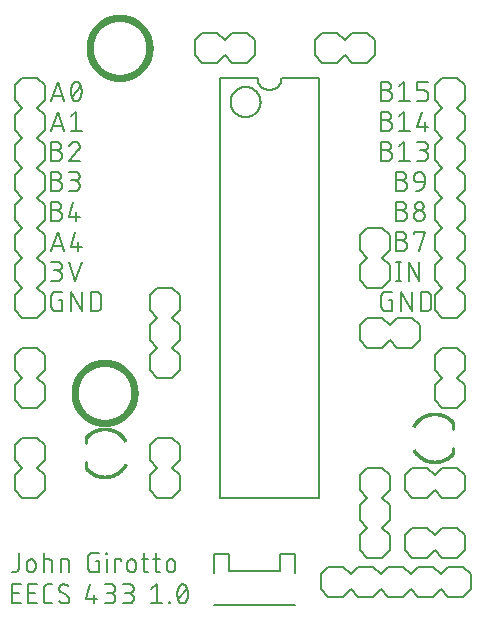
<source format=gto>
G75*
%MOIN*%
%OFA0B0*%
%FSLAX25Y25*%
%IPPOS*%
%LPD*%
%AMOC8*
5,1,8,0,0,1.08239X$1,22.5*
%
%ADD10C,0.00600*%
%ADD11C,0.00800*%
%ADD12C,0.00100*%
%ADD13C,0.01000*%
%ADD14C,0.02400*%
D10*
X0003633Y0007075D02*
X0003633Y0013475D01*
X0006478Y0013475D01*
X0005767Y0010631D02*
X0003633Y0010631D01*
X0003633Y0007075D02*
X0006478Y0007075D01*
X0008967Y0007075D02*
X0008967Y0013475D01*
X0011811Y0013475D01*
X0014068Y0012053D02*
X0014068Y0008498D01*
X0014070Y0008424D01*
X0014076Y0008349D01*
X0014086Y0008276D01*
X0014099Y0008202D01*
X0014116Y0008130D01*
X0014138Y0008059D01*
X0014162Y0007988D01*
X0014191Y0007920D01*
X0014223Y0007852D01*
X0014259Y0007787D01*
X0014297Y0007724D01*
X0014340Y0007662D01*
X0014385Y0007603D01*
X0014433Y0007546D01*
X0014484Y0007492D01*
X0014538Y0007441D01*
X0014595Y0007393D01*
X0014654Y0007348D01*
X0014716Y0007305D01*
X0014779Y0007267D01*
X0014844Y0007231D01*
X0014912Y0007199D01*
X0014980Y0007170D01*
X0015051Y0007146D01*
X0015122Y0007124D01*
X0015194Y0007107D01*
X0015268Y0007094D01*
X0015341Y0007084D01*
X0015416Y0007078D01*
X0015490Y0007076D01*
X0015490Y0007075D02*
X0016912Y0007075D01*
X0021851Y0009742D02*
X0021915Y0009702D01*
X0021976Y0009659D01*
X0022035Y0009613D01*
X0022092Y0009564D01*
X0022146Y0009512D01*
X0022197Y0009458D01*
X0022245Y0009400D01*
X0022291Y0009341D01*
X0022333Y0009279D01*
X0022372Y0009214D01*
X0022407Y0009148D01*
X0022439Y0009081D01*
X0022468Y0009011D01*
X0022493Y0008941D01*
X0022514Y0008869D01*
X0022531Y0008796D01*
X0022545Y0008722D01*
X0022554Y0008648D01*
X0022560Y0008573D01*
X0022562Y0008498D01*
X0022560Y0008424D01*
X0022554Y0008349D01*
X0022544Y0008276D01*
X0022531Y0008202D01*
X0022514Y0008130D01*
X0022492Y0008059D01*
X0022468Y0007988D01*
X0022439Y0007920D01*
X0022407Y0007852D01*
X0022371Y0007787D01*
X0022333Y0007724D01*
X0022290Y0007662D01*
X0022245Y0007603D01*
X0022197Y0007546D01*
X0022146Y0007492D01*
X0022092Y0007441D01*
X0022035Y0007393D01*
X0021976Y0007348D01*
X0021914Y0007305D01*
X0021851Y0007267D01*
X0021786Y0007231D01*
X0021718Y0007199D01*
X0021650Y0007170D01*
X0021579Y0007146D01*
X0021508Y0007124D01*
X0021436Y0007107D01*
X0021362Y0007094D01*
X0021289Y0007084D01*
X0021214Y0007078D01*
X0021140Y0007076D01*
X0021851Y0009742D02*
X0019896Y0010809D01*
X0020607Y0013476D02*
X0020708Y0013474D01*
X0020809Y0013468D01*
X0020909Y0013459D01*
X0021009Y0013445D01*
X0021109Y0013428D01*
X0021208Y0013408D01*
X0021305Y0013383D01*
X0021402Y0013355D01*
X0021498Y0013323D01*
X0021593Y0013287D01*
X0021686Y0013248D01*
X0021777Y0013206D01*
X0021867Y0013160D01*
X0021955Y0013110D01*
X0022041Y0013058D01*
X0022125Y0013002D01*
X0022207Y0012943D01*
X0019896Y0010809D02*
X0019832Y0010849D01*
X0019771Y0010892D01*
X0019712Y0010938D01*
X0019655Y0010987D01*
X0019601Y0011039D01*
X0019550Y0011093D01*
X0019502Y0011151D01*
X0019456Y0011210D01*
X0019414Y0011272D01*
X0019375Y0011337D01*
X0019340Y0011403D01*
X0019308Y0011470D01*
X0019279Y0011540D01*
X0019254Y0011610D01*
X0019233Y0011682D01*
X0019216Y0011755D01*
X0019202Y0011829D01*
X0019193Y0011903D01*
X0019187Y0011978D01*
X0019185Y0012053D01*
X0019187Y0012127D01*
X0019193Y0012202D01*
X0019203Y0012275D01*
X0019216Y0012349D01*
X0019233Y0012421D01*
X0019255Y0012492D01*
X0019279Y0012563D01*
X0019308Y0012631D01*
X0019340Y0012699D01*
X0019376Y0012764D01*
X0019414Y0012827D01*
X0019457Y0012889D01*
X0019502Y0012948D01*
X0019550Y0013005D01*
X0019601Y0013059D01*
X0019656Y0013110D01*
X0019712Y0013158D01*
X0019771Y0013203D01*
X0019833Y0013246D01*
X0019896Y0013284D01*
X0019961Y0013320D01*
X0020029Y0013352D01*
X0020097Y0013381D01*
X0020168Y0013405D01*
X0020239Y0013427D01*
X0020311Y0013444D01*
X0020385Y0013457D01*
X0020458Y0013467D01*
X0020533Y0013473D01*
X0020607Y0013475D01*
X0019007Y0007965D02*
X0019084Y0007890D01*
X0019164Y0007817D01*
X0019247Y0007748D01*
X0019332Y0007681D01*
X0019419Y0007618D01*
X0019508Y0007558D01*
X0019600Y0007501D01*
X0019693Y0007447D01*
X0019789Y0007397D01*
X0019886Y0007350D01*
X0019985Y0007307D01*
X0020085Y0007267D01*
X0020186Y0007231D01*
X0020289Y0007199D01*
X0020393Y0007170D01*
X0020498Y0007145D01*
X0020604Y0007124D01*
X0020710Y0007107D01*
X0020817Y0007093D01*
X0020925Y0007084D01*
X0021032Y0007078D01*
X0021140Y0007076D01*
X0015490Y0013475D02*
X0015416Y0013473D01*
X0015341Y0013467D01*
X0015268Y0013457D01*
X0015194Y0013444D01*
X0015122Y0013427D01*
X0015051Y0013405D01*
X0014980Y0013381D01*
X0014912Y0013352D01*
X0014844Y0013320D01*
X0014779Y0013284D01*
X0014716Y0013246D01*
X0014654Y0013203D01*
X0014595Y0013158D01*
X0014538Y0013110D01*
X0014484Y0013059D01*
X0014433Y0013004D01*
X0014385Y0012948D01*
X0014340Y0012889D01*
X0014297Y0012827D01*
X0014259Y0012764D01*
X0014223Y0012699D01*
X0014191Y0012631D01*
X0014162Y0012563D01*
X0014138Y0012492D01*
X0014116Y0012421D01*
X0014099Y0012349D01*
X0014086Y0012275D01*
X0014076Y0012202D01*
X0014070Y0012127D01*
X0014068Y0012053D01*
X0015490Y0013475D02*
X0016912Y0013475D01*
X0016877Y0017575D02*
X0016877Y0020775D01*
X0016878Y0020775D02*
X0016876Y0020839D01*
X0016870Y0020904D01*
X0016861Y0020967D01*
X0016847Y0021030D01*
X0016830Y0021092D01*
X0016809Y0021153D01*
X0016784Y0021213D01*
X0016756Y0021271D01*
X0016724Y0021327D01*
X0016689Y0021381D01*
X0016651Y0021433D01*
X0016610Y0021483D01*
X0016565Y0021529D01*
X0016519Y0021574D01*
X0016469Y0021615D01*
X0016417Y0021653D01*
X0016363Y0021688D01*
X0016307Y0021720D01*
X0016249Y0021748D01*
X0016189Y0021773D01*
X0016128Y0021794D01*
X0016066Y0021811D01*
X0016003Y0021825D01*
X0015940Y0021834D01*
X0015875Y0021840D01*
X0015811Y0021842D01*
X0014033Y0021842D01*
X0014033Y0023975D02*
X0014033Y0017575D01*
X0011339Y0018998D02*
X0011339Y0020420D01*
X0011338Y0020420D02*
X0011336Y0020494D01*
X0011330Y0020569D01*
X0011320Y0020642D01*
X0011307Y0020716D01*
X0011290Y0020788D01*
X0011268Y0020859D01*
X0011244Y0020930D01*
X0011215Y0020998D01*
X0011183Y0021066D01*
X0011147Y0021131D01*
X0011109Y0021194D01*
X0011066Y0021256D01*
X0011021Y0021315D01*
X0010973Y0021372D01*
X0010922Y0021426D01*
X0010868Y0021477D01*
X0010811Y0021525D01*
X0010752Y0021570D01*
X0010690Y0021613D01*
X0010627Y0021651D01*
X0010562Y0021687D01*
X0010494Y0021719D01*
X0010426Y0021748D01*
X0010355Y0021772D01*
X0010284Y0021794D01*
X0010212Y0021811D01*
X0010138Y0021824D01*
X0010065Y0021834D01*
X0009990Y0021840D01*
X0009916Y0021842D01*
X0009842Y0021840D01*
X0009767Y0021834D01*
X0009694Y0021824D01*
X0009620Y0021811D01*
X0009548Y0021794D01*
X0009477Y0021772D01*
X0009406Y0021748D01*
X0009338Y0021719D01*
X0009270Y0021687D01*
X0009205Y0021651D01*
X0009142Y0021613D01*
X0009080Y0021570D01*
X0009021Y0021525D01*
X0008964Y0021477D01*
X0008910Y0021426D01*
X0008859Y0021372D01*
X0008811Y0021315D01*
X0008766Y0021256D01*
X0008723Y0021194D01*
X0008685Y0021131D01*
X0008649Y0021066D01*
X0008617Y0020998D01*
X0008588Y0020930D01*
X0008564Y0020859D01*
X0008542Y0020788D01*
X0008525Y0020716D01*
X0008512Y0020642D01*
X0008502Y0020569D01*
X0008496Y0020494D01*
X0008494Y0020420D01*
X0008494Y0018998D01*
X0008496Y0018924D01*
X0008502Y0018849D01*
X0008512Y0018776D01*
X0008525Y0018702D01*
X0008542Y0018630D01*
X0008564Y0018559D01*
X0008588Y0018488D01*
X0008617Y0018420D01*
X0008649Y0018352D01*
X0008685Y0018287D01*
X0008723Y0018224D01*
X0008766Y0018162D01*
X0008811Y0018103D01*
X0008859Y0018046D01*
X0008910Y0017992D01*
X0008964Y0017941D01*
X0009021Y0017893D01*
X0009080Y0017848D01*
X0009142Y0017805D01*
X0009205Y0017767D01*
X0009270Y0017731D01*
X0009338Y0017699D01*
X0009406Y0017670D01*
X0009477Y0017646D01*
X0009548Y0017624D01*
X0009620Y0017607D01*
X0009694Y0017594D01*
X0009767Y0017584D01*
X0009842Y0017578D01*
X0009916Y0017576D01*
X0009990Y0017578D01*
X0010065Y0017584D01*
X0010138Y0017594D01*
X0010212Y0017607D01*
X0010284Y0017624D01*
X0010355Y0017646D01*
X0010426Y0017670D01*
X0010494Y0017699D01*
X0010562Y0017731D01*
X0010627Y0017767D01*
X0010690Y0017805D01*
X0010752Y0017848D01*
X0010811Y0017893D01*
X0010868Y0017941D01*
X0010922Y0017992D01*
X0010973Y0018046D01*
X0011021Y0018103D01*
X0011066Y0018162D01*
X0011109Y0018224D01*
X0011147Y0018287D01*
X0011183Y0018352D01*
X0011215Y0018420D01*
X0011244Y0018488D01*
X0011268Y0018559D01*
X0011290Y0018630D01*
X0011307Y0018702D01*
X0011320Y0018776D01*
X0011330Y0018849D01*
X0011336Y0018924D01*
X0011338Y0018998D01*
X0005767Y0018998D02*
X0005767Y0023975D01*
X0005766Y0018998D02*
X0005764Y0018924D01*
X0005758Y0018849D01*
X0005748Y0018776D01*
X0005735Y0018702D01*
X0005718Y0018630D01*
X0005696Y0018559D01*
X0005672Y0018488D01*
X0005643Y0018420D01*
X0005611Y0018352D01*
X0005575Y0018287D01*
X0005537Y0018224D01*
X0005494Y0018162D01*
X0005449Y0018103D01*
X0005401Y0018046D01*
X0005350Y0017992D01*
X0005296Y0017941D01*
X0005239Y0017893D01*
X0005180Y0017848D01*
X0005118Y0017805D01*
X0005055Y0017767D01*
X0004990Y0017731D01*
X0004922Y0017699D01*
X0004854Y0017670D01*
X0004783Y0017646D01*
X0004712Y0017624D01*
X0004640Y0017607D01*
X0004566Y0017594D01*
X0004493Y0017584D01*
X0004418Y0017578D01*
X0004344Y0017576D01*
X0004344Y0017575D02*
X0003633Y0017575D01*
X0008967Y0010631D02*
X0011100Y0010631D01*
X0011811Y0007075D02*
X0008967Y0007075D01*
X0019777Y0017575D02*
X0019777Y0021842D01*
X0021554Y0021842D01*
X0021618Y0021840D01*
X0021683Y0021834D01*
X0021746Y0021825D01*
X0021809Y0021811D01*
X0021871Y0021794D01*
X0021932Y0021773D01*
X0021992Y0021748D01*
X0022050Y0021720D01*
X0022106Y0021688D01*
X0022160Y0021653D01*
X0022212Y0021615D01*
X0022262Y0021574D01*
X0022308Y0021529D01*
X0022353Y0021483D01*
X0022394Y0021433D01*
X0022432Y0021381D01*
X0022467Y0021327D01*
X0022499Y0021271D01*
X0022527Y0021213D01*
X0022552Y0021153D01*
X0022573Y0021092D01*
X0022590Y0021030D01*
X0022604Y0020967D01*
X0022613Y0020904D01*
X0022619Y0020839D01*
X0022621Y0020775D01*
X0022621Y0017575D01*
X0028857Y0018998D02*
X0028857Y0022553D01*
X0028859Y0022627D01*
X0028865Y0022702D01*
X0028875Y0022775D01*
X0028888Y0022849D01*
X0028905Y0022921D01*
X0028927Y0022992D01*
X0028951Y0023063D01*
X0028980Y0023131D01*
X0029012Y0023199D01*
X0029048Y0023264D01*
X0029086Y0023327D01*
X0029129Y0023389D01*
X0029174Y0023448D01*
X0029222Y0023504D01*
X0029273Y0023559D01*
X0029327Y0023610D01*
X0029384Y0023658D01*
X0029443Y0023703D01*
X0029505Y0023746D01*
X0029568Y0023784D01*
X0029633Y0023820D01*
X0029701Y0023852D01*
X0029769Y0023881D01*
X0029840Y0023905D01*
X0029911Y0023927D01*
X0029983Y0023944D01*
X0030057Y0023957D01*
X0030130Y0023967D01*
X0030205Y0023973D01*
X0030279Y0023975D01*
X0032413Y0023975D01*
X0032413Y0021131D02*
X0032413Y0017575D01*
X0030279Y0017575D01*
X0030279Y0017576D02*
X0030205Y0017578D01*
X0030130Y0017584D01*
X0030057Y0017594D01*
X0029983Y0017607D01*
X0029911Y0017624D01*
X0029840Y0017646D01*
X0029769Y0017670D01*
X0029701Y0017699D01*
X0029633Y0017731D01*
X0029568Y0017767D01*
X0029505Y0017805D01*
X0029443Y0017848D01*
X0029384Y0017893D01*
X0029327Y0017941D01*
X0029273Y0017992D01*
X0029222Y0018046D01*
X0029174Y0018103D01*
X0029129Y0018162D01*
X0029086Y0018224D01*
X0029048Y0018287D01*
X0029012Y0018352D01*
X0028980Y0018420D01*
X0028951Y0018488D01*
X0028927Y0018559D01*
X0028905Y0018630D01*
X0028888Y0018702D01*
X0028875Y0018776D01*
X0028865Y0018849D01*
X0028859Y0018924D01*
X0028857Y0018998D01*
X0031346Y0021131D02*
X0032413Y0021131D01*
X0035148Y0021842D02*
X0035148Y0017575D01*
X0037862Y0017575D02*
X0037862Y0021842D01*
X0039995Y0021842D01*
X0039995Y0021131D01*
X0041931Y0020420D02*
X0041931Y0018998D01*
X0041933Y0018924D01*
X0041939Y0018849D01*
X0041949Y0018776D01*
X0041962Y0018702D01*
X0041979Y0018630D01*
X0042001Y0018559D01*
X0042025Y0018488D01*
X0042054Y0018420D01*
X0042086Y0018352D01*
X0042122Y0018287D01*
X0042160Y0018224D01*
X0042203Y0018162D01*
X0042248Y0018103D01*
X0042296Y0018046D01*
X0042347Y0017992D01*
X0042401Y0017941D01*
X0042458Y0017893D01*
X0042517Y0017848D01*
X0042579Y0017805D01*
X0042642Y0017767D01*
X0042707Y0017731D01*
X0042775Y0017699D01*
X0042843Y0017670D01*
X0042914Y0017646D01*
X0042985Y0017624D01*
X0043057Y0017607D01*
X0043131Y0017594D01*
X0043204Y0017584D01*
X0043279Y0017578D01*
X0043353Y0017576D01*
X0043427Y0017578D01*
X0043502Y0017584D01*
X0043575Y0017594D01*
X0043649Y0017607D01*
X0043721Y0017624D01*
X0043792Y0017646D01*
X0043863Y0017670D01*
X0043931Y0017699D01*
X0043999Y0017731D01*
X0044064Y0017767D01*
X0044127Y0017805D01*
X0044189Y0017848D01*
X0044248Y0017893D01*
X0044305Y0017941D01*
X0044359Y0017992D01*
X0044410Y0018046D01*
X0044458Y0018103D01*
X0044503Y0018162D01*
X0044546Y0018224D01*
X0044584Y0018287D01*
X0044620Y0018352D01*
X0044652Y0018420D01*
X0044681Y0018488D01*
X0044705Y0018559D01*
X0044727Y0018630D01*
X0044744Y0018702D01*
X0044757Y0018776D01*
X0044767Y0018849D01*
X0044773Y0018924D01*
X0044775Y0018998D01*
X0044776Y0018998D02*
X0044776Y0020420D01*
X0044775Y0020420D02*
X0044773Y0020494D01*
X0044767Y0020569D01*
X0044757Y0020642D01*
X0044744Y0020716D01*
X0044727Y0020788D01*
X0044705Y0020859D01*
X0044681Y0020930D01*
X0044652Y0020998D01*
X0044620Y0021066D01*
X0044584Y0021131D01*
X0044546Y0021194D01*
X0044503Y0021256D01*
X0044458Y0021315D01*
X0044410Y0021372D01*
X0044359Y0021426D01*
X0044305Y0021477D01*
X0044248Y0021525D01*
X0044189Y0021570D01*
X0044127Y0021613D01*
X0044064Y0021651D01*
X0043999Y0021687D01*
X0043931Y0021719D01*
X0043863Y0021748D01*
X0043792Y0021772D01*
X0043721Y0021794D01*
X0043649Y0021811D01*
X0043575Y0021824D01*
X0043502Y0021834D01*
X0043427Y0021840D01*
X0043353Y0021842D01*
X0043279Y0021840D01*
X0043204Y0021834D01*
X0043131Y0021824D01*
X0043057Y0021811D01*
X0042985Y0021794D01*
X0042914Y0021772D01*
X0042843Y0021748D01*
X0042775Y0021719D01*
X0042707Y0021687D01*
X0042642Y0021651D01*
X0042579Y0021613D01*
X0042517Y0021570D01*
X0042458Y0021525D01*
X0042401Y0021477D01*
X0042347Y0021426D01*
X0042296Y0021372D01*
X0042248Y0021315D01*
X0042203Y0021256D01*
X0042160Y0021194D01*
X0042122Y0021131D01*
X0042086Y0021066D01*
X0042054Y0020998D01*
X0042025Y0020930D01*
X0042001Y0020859D01*
X0041979Y0020788D01*
X0041962Y0020716D01*
X0041949Y0020642D01*
X0041939Y0020569D01*
X0041933Y0020494D01*
X0041931Y0020420D01*
X0046754Y0021842D02*
X0048887Y0021842D01*
X0050651Y0021842D02*
X0052785Y0021842D01*
X0051362Y0023975D02*
X0051362Y0018642D01*
X0051364Y0018578D01*
X0051370Y0018513D01*
X0051379Y0018450D01*
X0051393Y0018387D01*
X0051410Y0018325D01*
X0051431Y0018264D01*
X0051456Y0018204D01*
X0051484Y0018146D01*
X0051516Y0018090D01*
X0051551Y0018036D01*
X0051589Y0017984D01*
X0051630Y0017934D01*
X0051675Y0017888D01*
X0051721Y0017843D01*
X0051771Y0017802D01*
X0051823Y0017764D01*
X0051877Y0017729D01*
X0051933Y0017697D01*
X0051991Y0017669D01*
X0052051Y0017644D01*
X0052112Y0017623D01*
X0052174Y0017606D01*
X0052237Y0017592D01*
X0052300Y0017583D01*
X0052365Y0017577D01*
X0052429Y0017575D01*
X0052785Y0017575D01*
X0055060Y0018998D02*
X0055060Y0020420D01*
X0055062Y0020494D01*
X0055068Y0020569D01*
X0055078Y0020642D01*
X0055091Y0020716D01*
X0055108Y0020788D01*
X0055130Y0020859D01*
X0055154Y0020930D01*
X0055183Y0020998D01*
X0055215Y0021066D01*
X0055251Y0021131D01*
X0055289Y0021194D01*
X0055332Y0021256D01*
X0055377Y0021315D01*
X0055425Y0021372D01*
X0055476Y0021426D01*
X0055530Y0021477D01*
X0055587Y0021525D01*
X0055646Y0021570D01*
X0055708Y0021613D01*
X0055771Y0021651D01*
X0055836Y0021687D01*
X0055904Y0021719D01*
X0055972Y0021748D01*
X0056043Y0021772D01*
X0056114Y0021794D01*
X0056186Y0021811D01*
X0056260Y0021824D01*
X0056333Y0021834D01*
X0056408Y0021840D01*
X0056482Y0021842D01*
X0056556Y0021840D01*
X0056631Y0021834D01*
X0056704Y0021824D01*
X0056778Y0021811D01*
X0056850Y0021794D01*
X0056921Y0021772D01*
X0056992Y0021748D01*
X0057060Y0021719D01*
X0057128Y0021687D01*
X0057193Y0021651D01*
X0057256Y0021613D01*
X0057318Y0021570D01*
X0057377Y0021525D01*
X0057434Y0021477D01*
X0057488Y0021426D01*
X0057539Y0021372D01*
X0057587Y0021315D01*
X0057632Y0021256D01*
X0057675Y0021194D01*
X0057713Y0021131D01*
X0057749Y0021066D01*
X0057781Y0020998D01*
X0057810Y0020930D01*
X0057834Y0020859D01*
X0057856Y0020788D01*
X0057873Y0020716D01*
X0057886Y0020642D01*
X0057896Y0020569D01*
X0057902Y0020494D01*
X0057904Y0020420D01*
X0057904Y0018998D01*
X0057902Y0018924D01*
X0057896Y0018849D01*
X0057886Y0018776D01*
X0057873Y0018702D01*
X0057856Y0018630D01*
X0057834Y0018559D01*
X0057810Y0018488D01*
X0057781Y0018420D01*
X0057749Y0018352D01*
X0057713Y0018287D01*
X0057675Y0018224D01*
X0057632Y0018162D01*
X0057587Y0018103D01*
X0057539Y0018046D01*
X0057488Y0017992D01*
X0057434Y0017941D01*
X0057377Y0017893D01*
X0057318Y0017848D01*
X0057256Y0017805D01*
X0057193Y0017767D01*
X0057128Y0017731D01*
X0057060Y0017699D01*
X0056992Y0017670D01*
X0056921Y0017646D01*
X0056850Y0017624D01*
X0056778Y0017607D01*
X0056704Y0017594D01*
X0056631Y0017584D01*
X0056556Y0017578D01*
X0056482Y0017576D01*
X0056408Y0017578D01*
X0056333Y0017584D01*
X0056260Y0017594D01*
X0056186Y0017607D01*
X0056114Y0017624D01*
X0056043Y0017646D01*
X0055972Y0017670D01*
X0055904Y0017699D01*
X0055836Y0017731D01*
X0055771Y0017767D01*
X0055708Y0017805D01*
X0055646Y0017848D01*
X0055587Y0017893D01*
X0055530Y0017941D01*
X0055476Y0017992D01*
X0055425Y0018046D01*
X0055377Y0018103D01*
X0055332Y0018162D01*
X0055289Y0018224D01*
X0055251Y0018287D01*
X0055215Y0018352D01*
X0055183Y0018420D01*
X0055154Y0018488D01*
X0055130Y0018559D01*
X0055108Y0018630D01*
X0055091Y0018702D01*
X0055078Y0018776D01*
X0055068Y0018849D01*
X0055062Y0018924D01*
X0055060Y0018998D01*
X0048887Y0017575D02*
X0048532Y0017575D01*
X0048468Y0017577D01*
X0048403Y0017583D01*
X0048340Y0017592D01*
X0048277Y0017606D01*
X0048215Y0017623D01*
X0048154Y0017644D01*
X0048094Y0017669D01*
X0048036Y0017697D01*
X0047980Y0017729D01*
X0047926Y0017764D01*
X0047874Y0017802D01*
X0047824Y0017843D01*
X0047778Y0017888D01*
X0047733Y0017934D01*
X0047692Y0017984D01*
X0047654Y0018036D01*
X0047619Y0018090D01*
X0047587Y0018146D01*
X0047559Y0018204D01*
X0047534Y0018264D01*
X0047513Y0018325D01*
X0047496Y0018387D01*
X0047482Y0018450D01*
X0047473Y0018513D01*
X0047467Y0018578D01*
X0047465Y0018642D01*
X0047465Y0023975D01*
X0051760Y0013475D02*
X0051760Y0007075D01*
X0053537Y0007075D02*
X0049982Y0007075D01*
X0049982Y0012053D02*
X0051760Y0013475D01*
X0062153Y0010275D02*
X0062151Y0010134D01*
X0062145Y0009994D01*
X0062136Y0009853D01*
X0062123Y0009713D01*
X0062106Y0009573D01*
X0062086Y0009434D01*
X0062061Y0009296D01*
X0062033Y0009158D01*
X0062002Y0009021D01*
X0061966Y0008884D01*
X0061927Y0008749D01*
X0061885Y0008615D01*
X0061839Y0008482D01*
X0061789Y0008350D01*
X0061736Y0008220D01*
X0061680Y0008091D01*
X0061620Y0007964D01*
X0061595Y0007898D01*
X0061567Y0007833D01*
X0061535Y0007769D01*
X0061500Y0007708D01*
X0061461Y0007648D01*
X0061420Y0007590D01*
X0061375Y0007535D01*
X0061327Y0007483D01*
X0061277Y0007433D01*
X0061224Y0007385D01*
X0061168Y0007341D01*
X0061111Y0007300D01*
X0061051Y0007262D01*
X0060989Y0007227D01*
X0060925Y0007196D01*
X0060860Y0007168D01*
X0060793Y0007143D01*
X0060726Y0007123D01*
X0060657Y0007106D01*
X0060587Y0007092D01*
X0060517Y0007083D01*
X0060446Y0007077D01*
X0060375Y0007075D01*
X0060304Y0007077D01*
X0060233Y0007083D01*
X0060163Y0007092D01*
X0060093Y0007106D01*
X0060024Y0007123D01*
X0059957Y0007143D01*
X0059890Y0007168D01*
X0059825Y0007196D01*
X0059761Y0007227D01*
X0059699Y0007262D01*
X0059639Y0007300D01*
X0059581Y0007341D01*
X0059526Y0007385D01*
X0059473Y0007433D01*
X0059423Y0007483D01*
X0059375Y0007535D01*
X0059330Y0007590D01*
X0059289Y0007648D01*
X0059250Y0007708D01*
X0059215Y0007769D01*
X0059183Y0007833D01*
X0059155Y0007898D01*
X0059130Y0007964D01*
X0058953Y0008498D02*
X0061798Y0012053D01*
X0061620Y0012587D02*
X0061595Y0012653D01*
X0061567Y0012718D01*
X0061535Y0012782D01*
X0061500Y0012843D01*
X0061461Y0012903D01*
X0061420Y0012961D01*
X0061375Y0013016D01*
X0061327Y0013068D01*
X0061277Y0013118D01*
X0061224Y0013166D01*
X0061169Y0013210D01*
X0061111Y0013251D01*
X0061051Y0013289D01*
X0060989Y0013324D01*
X0060925Y0013355D01*
X0060860Y0013383D01*
X0060793Y0013408D01*
X0060726Y0013428D01*
X0060657Y0013445D01*
X0060587Y0013459D01*
X0060517Y0013468D01*
X0060446Y0013474D01*
X0060375Y0013476D01*
X0060304Y0013474D01*
X0060233Y0013468D01*
X0060163Y0013459D01*
X0060093Y0013445D01*
X0060024Y0013428D01*
X0059957Y0013408D01*
X0059890Y0013383D01*
X0059825Y0013355D01*
X0059761Y0013324D01*
X0059699Y0013289D01*
X0059639Y0013251D01*
X0059581Y0013210D01*
X0059526Y0013166D01*
X0059473Y0013118D01*
X0059423Y0013068D01*
X0059375Y0013016D01*
X0059330Y0012961D01*
X0059289Y0012903D01*
X0059250Y0012843D01*
X0059215Y0012782D01*
X0059183Y0012718D01*
X0059155Y0012653D01*
X0059130Y0012587D01*
X0061620Y0012586D02*
X0061680Y0012459D01*
X0061736Y0012330D01*
X0061789Y0012200D01*
X0061839Y0012068D01*
X0061885Y0011935D01*
X0061927Y0011801D01*
X0061966Y0011666D01*
X0062002Y0011529D01*
X0062033Y0011392D01*
X0062061Y0011254D01*
X0062086Y0011116D01*
X0062106Y0010977D01*
X0062123Y0010837D01*
X0062136Y0010697D01*
X0062145Y0010556D01*
X0062151Y0010416D01*
X0062153Y0010275D01*
X0058598Y0010275D02*
X0058600Y0010416D01*
X0058606Y0010556D01*
X0058615Y0010697D01*
X0058628Y0010837D01*
X0058645Y0010977D01*
X0058665Y0011116D01*
X0058690Y0011254D01*
X0058718Y0011392D01*
X0058749Y0011529D01*
X0058785Y0011666D01*
X0058824Y0011801D01*
X0058866Y0011935D01*
X0058912Y0012068D01*
X0058962Y0012200D01*
X0059015Y0012330D01*
X0059071Y0012459D01*
X0059131Y0012586D01*
X0058598Y0010275D02*
X0058600Y0010134D01*
X0058606Y0009994D01*
X0058615Y0009853D01*
X0058628Y0009713D01*
X0058645Y0009573D01*
X0058665Y0009434D01*
X0058690Y0009296D01*
X0058718Y0009158D01*
X0058749Y0009021D01*
X0058785Y0008884D01*
X0058824Y0008749D01*
X0058866Y0008615D01*
X0058912Y0008482D01*
X0058962Y0008350D01*
X0059015Y0008220D01*
X0059071Y0008091D01*
X0059131Y0007964D01*
X0056245Y0007431D02*
X0056245Y0007075D01*
X0055890Y0007075D01*
X0055890Y0007431D01*
X0056245Y0007431D01*
X0042323Y0007075D02*
X0040546Y0007075D01*
X0042323Y0007075D02*
X0042406Y0007077D01*
X0042489Y0007083D01*
X0042572Y0007093D01*
X0042655Y0007106D01*
X0042736Y0007124D01*
X0042817Y0007145D01*
X0042896Y0007170D01*
X0042974Y0007199D01*
X0043051Y0007231D01*
X0043126Y0007267D01*
X0043200Y0007306D01*
X0043271Y0007349D01*
X0043341Y0007395D01*
X0043408Y0007445D01*
X0043473Y0007497D01*
X0043535Y0007552D01*
X0043595Y0007611D01*
X0043652Y0007672D01*
X0043706Y0007735D01*
X0043757Y0007801D01*
X0043804Y0007870D01*
X0043849Y0007940D01*
X0043890Y0008013D01*
X0043927Y0008087D01*
X0043962Y0008163D01*
X0043992Y0008241D01*
X0044019Y0008319D01*
X0044042Y0008400D01*
X0044062Y0008481D01*
X0044077Y0008563D01*
X0044089Y0008645D01*
X0044097Y0008728D01*
X0044101Y0008811D01*
X0044101Y0008895D01*
X0044097Y0008978D01*
X0044089Y0009061D01*
X0044077Y0009143D01*
X0044062Y0009225D01*
X0044042Y0009306D01*
X0044019Y0009387D01*
X0043992Y0009465D01*
X0043962Y0009543D01*
X0043927Y0009619D01*
X0043890Y0009693D01*
X0043849Y0009766D01*
X0043804Y0009836D01*
X0043757Y0009905D01*
X0043706Y0009971D01*
X0043652Y0010034D01*
X0043595Y0010095D01*
X0043535Y0010154D01*
X0043473Y0010209D01*
X0043408Y0010261D01*
X0043341Y0010311D01*
X0043271Y0010357D01*
X0043200Y0010400D01*
X0043126Y0010439D01*
X0043051Y0010475D01*
X0042974Y0010507D01*
X0042896Y0010536D01*
X0042817Y0010561D01*
X0042736Y0010582D01*
X0042655Y0010600D01*
X0042572Y0010613D01*
X0042489Y0010623D01*
X0042406Y0010629D01*
X0042323Y0010631D01*
X0042679Y0010631D02*
X0041257Y0010631D01*
X0042679Y0010631D02*
X0042753Y0010633D01*
X0042828Y0010639D01*
X0042901Y0010649D01*
X0042975Y0010662D01*
X0043047Y0010679D01*
X0043118Y0010701D01*
X0043189Y0010725D01*
X0043257Y0010754D01*
X0043325Y0010786D01*
X0043390Y0010822D01*
X0043453Y0010860D01*
X0043515Y0010903D01*
X0043574Y0010948D01*
X0043631Y0010996D01*
X0043685Y0011047D01*
X0043736Y0011101D01*
X0043784Y0011158D01*
X0043829Y0011217D01*
X0043872Y0011279D01*
X0043910Y0011342D01*
X0043946Y0011407D01*
X0043978Y0011475D01*
X0044007Y0011543D01*
X0044031Y0011614D01*
X0044053Y0011685D01*
X0044070Y0011757D01*
X0044083Y0011831D01*
X0044093Y0011904D01*
X0044099Y0011979D01*
X0044101Y0012053D01*
X0044099Y0012127D01*
X0044093Y0012202D01*
X0044083Y0012275D01*
X0044070Y0012349D01*
X0044053Y0012421D01*
X0044031Y0012492D01*
X0044007Y0012563D01*
X0043978Y0012631D01*
X0043946Y0012699D01*
X0043910Y0012764D01*
X0043872Y0012827D01*
X0043829Y0012889D01*
X0043784Y0012948D01*
X0043736Y0013005D01*
X0043685Y0013059D01*
X0043631Y0013110D01*
X0043574Y0013158D01*
X0043515Y0013203D01*
X0043453Y0013246D01*
X0043390Y0013284D01*
X0043325Y0013320D01*
X0043257Y0013352D01*
X0043189Y0013381D01*
X0043118Y0013405D01*
X0043047Y0013427D01*
X0042975Y0013444D01*
X0042901Y0013457D01*
X0042828Y0013467D01*
X0042753Y0013473D01*
X0042679Y0013475D01*
X0040546Y0013475D01*
X0036525Y0013475D02*
X0034392Y0013475D01*
X0036525Y0013475D02*
X0036599Y0013473D01*
X0036674Y0013467D01*
X0036747Y0013457D01*
X0036821Y0013444D01*
X0036893Y0013427D01*
X0036964Y0013405D01*
X0037035Y0013381D01*
X0037103Y0013352D01*
X0037171Y0013320D01*
X0037236Y0013284D01*
X0037299Y0013246D01*
X0037361Y0013203D01*
X0037420Y0013158D01*
X0037477Y0013110D01*
X0037531Y0013059D01*
X0037582Y0013005D01*
X0037630Y0012948D01*
X0037675Y0012889D01*
X0037718Y0012827D01*
X0037756Y0012764D01*
X0037792Y0012699D01*
X0037824Y0012631D01*
X0037853Y0012563D01*
X0037877Y0012492D01*
X0037899Y0012421D01*
X0037916Y0012349D01*
X0037929Y0012275D01*
X0037939Y0012202D01*
X0037945Y0012127D01*
X0037947Y0012053D01*
X0037945Y0011979D01*
X0037939Y0011904D01*
X0037929Y0011831D01*
X0037916Y0011757D01*
X0037899Y0011685D01*
X0037877Y0011614D01*
X0037853Y0011543D01*
X0037824Y0011475D01*
X0037792Y0011407D01*
X0037756Y0011342D01*
X0037718Y0011279D01*
X0037675Y0011217D01*
X0037630Y0011158D01*
X0037582Y0011101D01*
X0037531Y0011047D01*
X0037477Y0010996D01*
X0037420Y0010948D01*
X0037361Y0010903D01*
X0037299Y0010860D01*
X0037236Y0010822D01*
X0037171Y0010786D01*
X0037103Y0010754D01*
X0037035Y0010725D01*
X0036964Y0010701D01*
X0036893Y0010679D01*
X0036821Y0010662D01*
X0036747Y0010649D01*
X0036674Y0010639D01*
X0036599Y0010633D01*
X0036525Y0010631D01*
X0035103Y0010631D01*
X0036169Y0010631D02*
X0036252Y0010629D01*
X0036335Y0010623D01*
X0036418Y0010613D01*
X0036501Y0010600D01*
X0036582Y0010582D01*
X0036663Y0010561D01*
X0036742Y0010536D01*
X0036820Y0010507D01*
X0036897Y0010475D01*
X0036972Y0010439D01*
X0037046Y0010400D01*
X0037117Y0010357D01*
X0037187Y0010311D01*
X0037254Y0010261D01*
X0037319Y0010209D01*
X0037381Y0010154D01*
X0037441Y0010095D01*
X0037498Y0010034D01*
X0037552Y0009971D01*
X0037603Y0009905D01*
X0037650Y0009836D01*
X0037695Y0009766D01*
X0037736Y0009693D01*
X0037773Y0009619D01*
X0037808Y0009543D01*
X0037838Y0009465D01*
X0037865Y0009387D01*
X0037888Y0009306D01*
X0037908Y0009225D01*
X0037923Y0009143D01*
X0037935Y0009061D01*
X0037943Y0008978D01*
X0037947Y0008895D01*
X0037947Y0008811D01*
X0037943Y0008728D01*
X0037935Y0008645D01*
X0037923Y0008563D01*
X0037908Y0008481D01*
X0037888Y0008400D01*
X0037865Y0008319D01*
X0037838Y0008241D01*
X0037808Y0008163D01*
X0037773Y0008087D01*
X0037736Y0008013D01*
X0037695Y0007940D01*
X0037650Y0007870D01*
X0037603Y0007801D01*
X0037552Y0007735D01*
X0037498Y0007672D01*
X0037441Y0007611D01*
X0037381Y0007552D01*
X0037319Y0007497D01*
X0037254Y0007445D01*
X0037187Y0007395D01*
X0037117Y0007349D01*
X0037046Y0007306D01*
X0036972Y0007267D01*
X0036897Y0007231D01*
X0036820Y0007199D01*
X0036742Y0007170D01*
X0036663Y0007145D01*
X0036582Y0007124D01*
X0036501Y0007106D01*
X0036418Y0007093D01*
X0036335Y0007083D01*
X0036252Y0007077D01*
X0036169Y0007075D01*
X0034392Y0007075D01*
X0031793Y0008498D02*
X0028238Y0008498D01*
X0029660Y0013475D01*
X0030727Y0009920D02*
X0030727Y0007075D01*
X0034970Y0023620D02*
X0035326Y0023620D01*
X0035326Y0023975D01*
X0034970Y0023975D01*
X0034970Y0023620D01*
X0072833Y0042275D02*
X0105833Y0042275D01*
X0105833Y0182275D01*
X0093333Y0182275D01*
X0093331Y0182149D01*
X0093325Y0182024D01*
X0093315Y0181899D01*
X0093301Y0181774D01*
X0093284Y0181649D01*
X0093262Y0181525D01*
X0093237Y0181402D01*
X0093207Y0181280D01*
X0093174Y0181159D01*
X0093137Y0181039D01*
X0093097Y0180920D01*
X0093052Y0180803D01*
X0093004Y0180686D01*
X0092952Y0180572D01*
X0092897Y0180459D01*
X0092838Y0180348D01*
X0092776Y0180239D01*
X0092710Y0180132D01*
X0092641Y0180027D01*
X0092569Y0179924D01*
X0092494Y0179823D01*
X0092415Y0179725D01*
X0092333Y0179630D01*
X0092249Y0179537D01*
X0092161Y0179447D01*
X0092071Y0179359D01*
X0091978Y0179275D01*
X0091883Y0179193D01*
X0091785Y0179114D01*
X0091684Y0179039D01*
X0091581Y0178967D01*
X0091476Y0178898D01*
X0091369Y0178832D01*
X0091260Y0178770D01*
X0091149Y0178711D01*
X0091036Y0178656D01*
X0090922Y0178604D01*
X0090805Y0178556D01*
X0090688Y0178511D01*
X0090569Y0178471D01*
X0090449Y0178434D01*
X0090328Y0178401D01*
X0090206Y0178371D01*
X0090083Y0178346D01*
X0089959Y0178324D01*
X0089834Y0178307D01*
X0089709Y0178293D01*
X0089584Y0178283D01*
X0089459Y0178277D01*
X0089333Y0178275D01*
X0089207Y0178277D01*
X0089082Y0178283D01*
X0088957Y0178293D01*
X0088832Y0178307D01*
X0088707Y0178324D01*
X0088583Y0178346D01*
X0088460Y0178371D01*
X0088338Y0178401D01*
X0088217Y0178434D01*
X0088097Y0178471D01*
X0087978Y0178511D01*
X0087861Y0178556D01*
X0087744Y0178604D01*
X0087630Y0178656D01*
X0087517Y0178711D01*
X0087406Y0178770D01*
X0087297Y0178832D01*
X0087190Y0178898D01*
X0087085Y0178967D01*
X0086982Y0179039D01*
X0086881Y0179114D01*
X0086783Y0179193D01*
X0086688Y0179275D01*
X0086595Y0179359D01*
X0086505Y0179447D01*
X0086417Y0179537D01*
X0086333Y0179630D01*
X0086251Y0179725D01*
X0086172Y0179823D01*
X0086097Y0179924D01*
X0086025Y0180027D01*
X0085956Y0180132D01*
X0085890Y0180239D01*
X0085828Y0180348D01*
X0085769Y0180459D01*
X0085714Y0180572D01*
X0085662Y0180686D01*
X0085614Y0180803D01*
X0085569Y0180920D01*
X0085529Y0181039D01*
X0085492Y0181159D01*
X0085459Y0181280D01*
X0085429Y0181402D01*
X0085404Y0181525D01*
X0085382Y0181649D01*
X0085365Y0181774D01*
X0085351Y0181899D01*
X0085341Y0182024D01*
X0085335Y0182149D01*
X0085333Y0182275D01*
X0072833Y0182275D01*
X0072833Y0042275D01*
X0031540Y0104575D02*
X0029762Y0104575D01*
X0029762Y0110975D01*
X0031540Y0110975D01*
X0031540Y0110976D02*
X0031622Y0110974D01*
X0031704Y0110968D01*
X0031786Y0110959D01*
X0031867Y0110946D01*
X0031947Y0110929D01*
X0032027Y0110908D01*
X0032105Y0110884D01*
X0032182Y0110856D01*
X0032258Y0110825D01*
X0032333Y0110790D01*
X0032405Y0110751D01*
X0032476Y0110710D01*
X0032545Y0110665D01*
X0032611Y0110617D01*
X0032676Y0110566D01*
X0032738Y0110512D01*
X0032797Y0110455D01*
X0032854Y0110396D01*
X0032908Y0110334D01*
X0032959Y0110269D01*
X0033007Y0110203D01*
X0033052Y0110134D01*
X0033093Y0110063D01*
X0033132Y0109991D01*
X0033167Y0109916D01*
X0033198Y0109840D01*
X0033226Y0109763D01*
X0033250Y0109685D01*
X0033271Y0109605D01*
X0033288Y0109525D01*
X0033301Y0109444D01*
X0033310Y0109362D01*
X0033316Y0109280D01*
X0033318Y0109198D01*
X0033317Y0109198D02*
X0033317Y0106353D01*
X0033318Y0106353D02*
X0033316Y0106271D01*
X0033310Y0106189D01*
X0033301Y0106107D01*
X0033288Y0106026D01*
X0033271Y0105946D01*
X0033250Y0105866D01*
X0033226Y0105788D01*
X0033198Y0105711D01*
X0033167Y0105635D01*
X0033132Y0105560D01*
X0033093Y0105488D01*
X0033052Y0105417D01*
X0033007Y0105348D01*
X0032959Y0105282D01*
X0032908Y0105217D01*
X0032854Y0105155D01*
X0032797Y0105096D01*
X0032738Y0105039D01*
X0032676Y0104985D01*
X0032611Y0104934D01*
X0032545Y0104886D01*
X0032476Y0104841D01*
X0032405Y0104800D01*
X0032333Y0104761D01*
X0032258Y0104726D01*
X0032182Y0104695D01*
X0032105Y0104667D01*
X0032027Y0104643D01*
X0031947Y0104622D01*
X0031867Y0104605D01*
X0031786Y0104592D01*
X0031704Y0104583D01*
X0031622Y0104577D01*
X0031540Y0104575D01*
X0026753Y0104575D02*
X0026753Y0110975D01*
X0023198Y0110975D02*
X0026753Y0104575D01*
X0023198Y0104575D02*
X0023198Y0110975D01*
X0020189Y0110975D02*
X0018056Y0110975D01*
X0017982Y0110973D01*
X0017907Y0110967D01*
X0017834Y0110957D01*
X0017760Y0110944D01*
X0017688Y0110927D01*
X0017617Y0110905D01*
X0017546Y0110881D01*
X0017478Y0110852D01*
X0017410Y0110820D01*
X0017345Y0110784D01*
X0017282Y0110746D01*
X0017220Y0110703D01*
X0017161Y0110658D01*
X0017104Y0110610D01*
X0017050Y0110559D01*
X0016999Y0110504D01*
X0016951Y0110448D01*
X0016906Y0110389D01*
X0016863Y0110327D01*
X0016825Y0110264D01*
X0016789Y0110199D01*
X0016757Y0110131D01*
X0016728Y0110063D01*
X0016704Y0109992D01*
X0016682Y0109921D01*
X0016665Y0109849D01*
X0016652Y0109775D01*
X0016642Y0109702D01*
X0016636Y0109627D01*
X0016634Y0109553D01*
X0016633Y0109553D02*
X0016633Y0105998D01*
X0016634Y0105998D02*
X0016636Y0105924D01*
X0016642Y0105849D01*
X0016652Y0105776D01*
X0016665Y0105702D01*
X0016682Y0105630D01*
X0016704Y0105559D01*
X0016728Y0105488D01*
X0016757Y0105420D01*
X0016789Y0105352D01*
X0016825Y0105287D01*
X0016863Y0105224D01*
X0016906Y0105162D01*
X0016951Y0105103D01*
X0016999Y0105046D01*
X0017050Y0104992D01*
X0017104Y0104941D01*
X0017161Y0104893D01*
X0017220Y0104848D01*
X0017282Y0104805D01*
X0017345Y0104767D01*
X0017410Y0104731D01*
X0017478Y0104699D01*
X0017546Y0104670D01*
X0017617Y0104646D01*
X0017688Y0104624D01*
X0017760Y0104607D01*
X0017834Y0104594D01*
X0017907Y0104584D01*
X0017982Y0104578D01*
X0018056Y0104576D01*
X0018056Y0104575D02*
X0020189Y0104575D01*
X0020189Y0108131D01*
X0019122Y0108131D01*
X0018411Y0114575D02*
X0016633Y0114575D01*
X0018411Y0114575D02*
X0018494Y0114577D01*
X0018577Y0114583D01*
X0018660Y0114593D01*
X0018743Y0114606D01*
X0018824Y0114624D01*
X0018905Y0114645D01*
X0018984Y0114670D01*
X0019062Y0114699D01*
X0019139Y0114731D01*
X0019214Y0114767D01*
X0019288Y0114806D01*
X0019359Y0114849D01*
X0019429Y0114895D01*
X0019496Y0114945D01*
X0019561Y0114997D01*
X0019623Y0115052D01*
X0019683Y0115111D01*
X0019740Y0115172D01*
X0019794Y0115235D01*
X0019845Y0115301D01*
X0019892Y0115370D01*
X0019937Y0115440D01*
X0019978Y0115513D01*
X0020015Y0115587D01*
X0020050Y0115663D01*
X0020080Y0115741D01*
X0020107Y0115819D01*
X0020130Y0115900D01*
X0020150Y0115981D01*
X0020165Y0116063D01*
X0020177Y0116145D01*
X0020185Y0116228D01*
X0020189Y0116311D01*
X0020189Y0116395D01*
X0020185Y0116478D01*
X0020177Y0116561D01*
X0020165Y0116643D01*
X0020150Y0116725D01*
X0020130Y0116806D01*
X0020107Y0116887D01*
X0020080Y0116965D01*
X0020050Y0117043D01*
X0020015Y0117119D01*
X0019978Y0117193D01*
X0019937Y0117266D01*
X0019892Y0117336D01*
X0019845Y0117405D01*
X0019794Y0117471D01*
X0019740Y0117534D01*
X0019683Y0117595D01*
X0019623Y0117654D01*
X0019561Y0117709D01*
X0019496Y0117761D01*
X0019429Y0117811D01*
X0019359Y0117857D01*
X0019288Y0117900D01*
X0019214Y0117939D01*
X0019139Y0117975D01*
X0019062Y0118007D01*
X0018984Y0118036D01*
X0018905Y0118061D01*
X0018824Y0118082D01*
X0018743Y0118100D01*
X0018660Y0118113D01*
X0018577Y0118123D01*
X0018494Y0118129D01*
X0018411Y0118131D01*
X0018767Y0118131D02*
X0017344Y0118131D01*
X0018767Y0118131D02*
X0018841Y0118133D01*
X0018916Y0118139D01*
X0018989Y0118149D01*
X0019063Y0118162D01*
X0019135Y0118179D01*
X0019206Y0118201D01*
X0019277Y0118225D01*
X0019345Y0118254D01*
X0019413Y0118286D01*
X0019478Y0118322D01*
X0019541Y0118360D01*
X0019603Y0118403D01*
X0019662Y0118448D01*
X0019719Y0118496D01*
X0019773Y0118547D01*
X0019824Y0118601D01*
X0019872Y0118658D01*
X0019917Y0118717D01*
X0019960Y0118779D01*
X0019998Y0118842D01*
X0020034Y0118907D01*
X0020066Y0118975D01*
X0020095Y0119043D01*
X0020119Y0119114D01*
X0020141Y0119185D01*
X0020158Y0119257D01*
X0020171Y0119331D01*
X0020181Y0119404D01*
X0020187Y0119479D01*
X0020189Y0119553D01*
X0020187Y0119627D01*
X0020181Y0119702D01*
X0020171Y0119775D01*
X0020158Y0119849D01*
X0020141Y0119921D01*
X0020119Y0119992D01*
X0020095Y0120063D01*
X0020066Y0120131D01*
X0020034Y0120199D01*
X0019998Y0120264D01*
X0019960Y0120327D01*
X0019917Y0120389D01*
X0019872Y0120448D01*
X0019824Y0120505D01*
X0019773Y0120559D01*
X0019719Y0120610D01*
X0019662Y0120658D01*
X0019603Y0120703D01*
X0019541Y0120746D01*
X0019478Y0120784D01*
X0019413Y0120820D01*
X0019345Y0120852D01*
X0019277Y0120881D01*
X0019206Y0120905D01*
X0019135Y0120927D01*
X0019063Y0120944D01*
X0018989Y0120957D01*
X0018916Y0120967D01*
X0018841Y0120973D01*
X0018767Y0120975D01*
X0016633Y0120975D01*
X0016633Y0124575D02*
X0018767Y0130975D01*
X0020900Y0124575D01*
X0020367Y0126175D02*
X0017167Y0126175D01*
X0022432Y0120975D02*
X0024565Y0114575D01*
X0026698Y0120975D01*
X0025632Y0124575D02*
X0025632Y0127420D01*
X0026698Y0125998D02*
X0023143Y0125998D01*
X0024565Y0130975D01*
X0024988Y0134575D02*
X0024988Y0137420D01*
X0026055Y0135998D02*
X0022499Y0135998D01*
X0023921Y0140975D01*
X0024277Y0144575D02*
X0022499Y0144575D01*
X0024277Y0144575D02*
X0024360Y0144577D01*
X0024443Y0144583D01*
X0024526Y0144593D01*
X0024609Y0144606D01*
X0024690Y0144624D01*
X0024771Y0144645D01*
X0024850Y0144670D01*
X0024928Y0144699D01*
X0025005Y0144731D01*
X0025080Y0144767D01*
X0025154Y0144806D01*
X0025225Y0144849D01*
X0025295Y0144895D01*
X0025362Y0144945D01*
X0025427Y0144997D01*
X0025489Y0145052D01*
X0025549Y0145111D01*
X0025606Y0145172D01*
X0025660Y0145235D01*
X0025711Y0145301D01*
X0025758Y0145370D01*
X0025803Y0145440D01*
X0025844Y0145513D01*
X0025881Y0145587D01*
X0025916Y0145663D01*
X0025946Y0145741D01*
X0025973Y0145819D01*
X0025996Y0145900D01*
X0026016Y0145981D01*
X0026031Y0146063D01*
X0026043Y0146145D01*
X0026051Y0146228D01*
X0026055Y0146311D01*
X0026055Y0146395D01*
X0026051Y0146478D01*
X0026043Y0146561D01*
X0026031Y0146643D01*
X0026016Y0146725D01*
X0025996Y0146806D01*
X0025973Y0146887D01*
X0025946Y0146965D01*
X0025916Y0147043D01*
X0025881Y0147119D01*
X0025844Y0147193D01*
X0025803Y0147266D01*
X0025758Y0147336D01*
X0025711Y0147405D01*
X0025660Y0147471D01*
X0025606Y0147534D01*
X0025549Y0147595D01*
X0025489Y0147654D01*
X0025427Y0147709D01*
X0025362Y0147761D01*
X0025295Y0147811D01*
X0025225Y0147857D01*
X0025154Y0147900D01*
X0025080Y0147939D01*
X0025005Y0147975D01*
X0024928Y0148007D01*
X0024850Y0148036D01*
X0024771Y0148061D01*
X0024690Y0148082D01*
X0024609Y0148100D01*
X0024526Y0148113D01*
X0024443Y0148123D01*
X0024360Y0148129D01*
X0024277Y0148131D01*
X0024632Y0148131D02*
X0023210Y0148131D01*
X0024632Y0148131D02*
X0024706Y0148133D01*
X0024781Y0148139D01*
X0024854Y0148149D01*
X0024928Y0148162D01*
X0025000Y0148179D01*
X0025071Y0148201D01*
X0025142Y0148225D01*
X0025210Y0148254D01*
X0025278Y0148286D01*
X0025343Y0148322D01*
X0025406Y0148360D01*
X0025468Y0148403D01*
X0025527Y0148448D01*
X0025584Y0148496D01*
X0025638Y0148547D01*
X0025689Y0148601D01*
X0025737Y0148658D01*
X0025782Y0148717D01*
X0025825Y0148779D01*
X0025863Y0148842D01*
X0025899Y0148907D01*
X0025931Y0148975D01*
X0025960Y0149043D01*
X0025984Y0149114D01*
X0026006Y0149185D01*
X0026023Y0149257D01*
X0026036Y0149331D01*
X0026046Y0149404D01*
X0026052Y0149479D01*
X0026054Y0149553D01*
X0026052Y0149627D01*
X0026046Y0149702D01*
X0026036Y0149775D01*
X0026023Y0149849D01*
X0026006Y0149921D01*
X0025984Y0149992D01*
X0025960Y0150063D01*
X0025931Y0150131D01*
X0025899Y0150199D01*
X0025863Y0150264D01*
X0025825Y0150327D01*
X0025782Y0150389D01*
X0025737Y0150448D01*
X0025689Y0150505D01*
X0025638Y0150559D01*
X0025584Y0150610D01*
X0025527Y0150658D01*
X0025468Y0150703D01*
X0025406Y0150746D01*
X0025343Y0150784D01*
X0025278Y0150820D01*
X0025210Y0150852D01*
X0025142Y0150881D01*
X0025071Y0150905D01*
X0025000Y0150927D01*
X0024928Y0150944D01*
X0024854Y0150957D01*
X0024781Y0150967D01*
X0024706Y0150973D01*
X0024632Y0150975D01*
X0022499Y0150975D01*
X0022499Y0154575D02*
X0026055Y0154575D01*
X0022499Y0154575D02*
X0025521Y0158131D01*
X0024455Y0160976D02*
X0024366Y0160974D01*
X0024277Y0160968D01*
X0024188Y0160959D01*
X0024100Y0160945D01*
X0024013Y0160928D01*
X0023926Y0160907D01*
X0023840Y0160882D01*
X0023756Y0160854D01*
X0023673Y0160821D01*
X0023591Y0160786D01*
X0023511Y0160746D01*
X0023433Y0160704D01*
X0023356Y0160658D01*
X0023282Y0160609D01*
X0023210Y0160556D01*
X0023140Y0160501D01*
X0023073Y0160442D01*
X0023008Y0160381D01*
X0022946Y0160317D01*
X0022887Y0160250D01*
X0022831Y0160181D01*
X0022778Y0160109D01*
X0022728Y0160035D01*
X0022681Y0159959D01*
X0022638Y0159882D01*
X0022598Y0159802D01*
X0022561Y0159721D01*
X0022528Y0159638D01*
X0022499Y0159553D01*
X0025522Y0158130D02*
X0025579Y0158188D01*
X0025635Y0158249D01*
X0025687Y0158312D01*
X0025736Y0158377D01*
X0025782Y0158445D01*
X0025824Y0158515D01*
X0025864Y0158587D01*
X0025899Y0158660D01*
X0025932Y0158736D01*
X0025960Y0158812D01*
X0025985Y0158890D01*
X0026006Y0158969D01*
X0026024Y0159049D01*
X0026037Y0159130D01*
X0026047Y0159211D01*
X0026053Y0159293D01*
X0026055Y0159375D01*
X0026053Y0159454D01*
X0026047Y0159532D01*
X0026038Y0159610D01*
X0026024Y0159687D01*
X0026007Y0159764D01*
X0025986Y0159839D01*
X0025961Y0159914D01*
X0025933Y0159987D01*
X0025901Y0160059D01*
X0025866Y0160129D01*
X0025827Y0160198D01*
X0025785Y0160264D01*
X0025740Y0160328D01*
X0025692Y0160390D01*
X0025641Y0160449D01*
X0025586Y0160506D01*
X0025529Y0160561D01*
X0025470Y0160612D01*
X0025408Y0160660D01*
X0025344Y0160705D01*
X0025278Y0160747D01*
X0025209Y0160786D01*
X0025139Y0160821D01*
X0025067Y0160853D01*
X0024994Y0160881D01*
X0024919Y0160906D01*
X0024844Y0160927D01*
X0024767Y0160944D01*
X0024690Y0160958D01*
X0024612Y0160967D01*
X0024534Y0160973D01*
X0024455Y0160975D01*
X0024921Y0164575D02*
X0024921Y0170975D01*
X0023143Y0169553D01*
X0020367Y0166175D02*
X0017167Y0166175D01*
X0016633Y0164575D02*
X0018767Y0170975D01*
X0020900Y0164575D01*
X0023143Y0164575D02*
X0026698Y0164575D01*
X0020900Y0174575D02*
X0018767Y0180975D01*
X0016633Y0174575D01*
X0017167Y0176175D02*
X0020367Y0176175D01*
X0026165Y0175464D02*
X0026225Y0175591D01*
X0026281Y0175720D01*
X0026334Y0175850D01*
X0026384Y0175982D01*
X0026430Y0176115D01*
X0026472Y0176249D01*
X0026511Y0176384D01*
X0026547Y0176521D01*
X0026578Y0176658D01*
X0026606Y0176796D01*
X0026631Y0176934D01*
X0026651Y0177073D01*
X0026668Y0177213D01*
X0026681Y0177353D01*
X0026690Y0177494D01*
X0026696Y0177634D01*
X0026698Y0177775D01*
X0023143Y0177775D02*
X0023145Y0177916D01*
X0023151Y0178056D01*
X0023160Y0178197D01*
X0023173Y0178337D01*
X0023190Y0178477D01*
X0023210Y0178616D01*
X0023235Y0178754D01*
X0023263Y0178892D01*
X0023294Y0179029D01*
X0023330Y0179166D01*
X0023369Y0179301D01*
X0023411Y0179435D01*
X0023457Y0179568D01*
X0023507Y0179700D01*
X0023560Y0179830D01*
X0023616Y0179959D01*
X0023676Y0180086D01*
X0024921Y0180976D02*
X0024992Y0180974D01*
X0025063Y0180968D01*
X0025133Y0180959D01*
X0025203Y0180945D01*
X0025272Y0180928D01*
X0025339Y0180908D01*
X0025406Y0180883D01*
X0025471Y0180855D01*
X0025535Y0180824D01*
X0025597Y0180789D01*
X0025657Y0180751D01*
X0025715Y0180710D01*
X0025770Y0180666D01*
X0025823Y0180618D01*
X0025873Y0180568D01*
X0025921Y0180516D01*
X0025966Y0180461D01*
X0026007Y0180403D01*
X0026046Y0180343D01*
X0026081Y0180282D01*
X0026113Y0180218D01*
X0026141Y0180153D01*
X0026166Y0180087D01*
X0026343Y0179553D02*
X0023498Y0175998D01*
X0024921Y0174575D02*
X0024992Y0174577D01*
X0025063Y0174583D01*
X0025133Y0174592D01*
X0025203Y0174606D01*
X0025272Y0174623D01*
X0025339Y0174643D01*
X0025406Y0174668D01*
X0025471Y0174696D01*
X0025535Y0174727D01*
X0025597Y0174762D01*
X0025657Y0174800D01*
X0025714Y0174841D01*
X0025770Y0174885D01*
X0025823Y0174933D01*
X0025873Y0174983D01*
X0025921Y0175035D01*
X0025966Y0175090D01*
X0026007Y0175148D01*
X0026046Y0175208D01*
X0026081Y0175269D01*
X0026113Y0175333D01*
X0026141Y0175398D01*
X0026166Y0175464D01*
X0024921Y0174575D02*
X0024850Y0174577D01*
X0024779Y0174583D01*
X0024709Y0174592D01*
X0024639Y0174606D01*
X0024570Y0174623D01*
X0024503Y0174643D01*
X0024436Y0174668D01*
X0024371Y0174696D01*
X0024307Y0174727D01*
X0024245Y0174762D01*
X0024185Y0174800D01*
X0024127Y0174841D01*
X0024072Y0174885D01*
X0024019Y0174933D01*
X0023969Y0174983D01*
X0023921Y0175035D01*
X0023876Y0175090D01*
X0023835Y0175148D01*
X0023796Y0175208D01*
X0023761Y0175269D01*
X0023729Y0175333D01*
X0023701Y0175398D01*
X0023676Y0175464D01*
X0026698Y0177775D02*
X0026696Y0177916D01*
X0026690Y0178056D01*
X0026681Y0178197D01*
X0026668Y0178337D01*
X0026651Y0178477D01*
X0026631Y0178616D01*
X0026606Y0178754D01*
X0026578Y0178892D01*
X0026547Y0179029D01*
X0026511Y0179166D01*
X0026472Y0179301D01*
X0026430Y0179435D01*
X0026384Y0179568D01*
X0026334Y0179700D01*
X0026281Y0179830D01*
X0026225Y0179959D01*
X0026165Y0180086D01*
X0024921Y0180976D02*
X0024850Y0180974D01*
X0024779Y0180968D01*
X0024709Y0180959D01*
X0024639Y0180945D01*
X0024570Y0180928D01*
X0024503Y0180908D01*
X0024436Y0180883D01*
X0024371Y0180855D01*
X0024307Y0180824D01*
X0024245Y0180789D01*
X0024185Y0180751D01*
X0024127Y0180710D01*
X0024072Y0180666D01*
X0024019Y0180618D01*
X0023969Y0180568D01*
X0023921Y0180516D01*
X0023876Y0180461D01*
X0023835Y0180403D01*
X0023796Y0180343D01*
X0023761Y0180282D01*
X0023729Y0180218D01*
X0023701Y0180153D01*
X0023676Y0180087D01*
X0023143Y0177775D02*
X0023145Y0177634D01*
X0023151Y0177494D01*
X0023160Y0177353D01*
X0023173Y0177213D01*
X0023190Y0177073D01*
X0023210Y0176934D01*
X0023235Y0176796D01*
X0023263Y0176658D01*
X0023294Y0176521D01*
X0023330Y0176384D01*
X0023369Y0176249D01*
X0023411Y0176115D01*
X0023457Y0175982D01*
X0023507Y0175850D01*
X0023560Y0175720D01*
X0023616Y0175591D01*
X0023676Y0175464D01*
X0018411Y0160975D02*
X0016633Y0160975D01*
X0016633Y0154575D01*
X0018411Y0154575D01*
X0018494Y0154577D01*
X0018577Y0154583D01*
X0018660Y0154593D01*
X0018743Y0154606D01*
X0018824Y0154624D01*
X0018905Y0154645D01*
X0018984Y0154670D01*
X0019062Y0154699D01*
X0019139Y0154731D01*
X0019214Y0154767D01*
X0019288Y0154806D01*
X0019359Y0154849D01*
X0019429Y0154895D01*
X0019496Y0154945D01*
X0019561Y0154997D01*
X0019623Y0155052D01*
X0019683Y0155111D01*
X0019740Y0155172D01*
X0019794Y0155235D01*
X0019845Y0155301D01*
X0019892Y0155370D01*
X0019937Y0155440D01*
X0019978Y0155513D01*
X0020015Y0155587D01*
X0020050Y0155663D01*
X0020080Y0155741D01*
X0020107Y0155819D01*
X0020130Y0155900D01*
X0020150Y0155981D01*
X0020165Y0156063D01*
X0020177Y0156145D01*
X0020185Y0156228D01*
X0020189Y0156311D01*
X0020189Y0156395D01*
X0020185Y0156478D01*
X0020177Y0156561D01*
X0020165Y0156643D01*
X0020150Y0156725D01*
X0020130Y0156806D01*
X0020107Y0156887D01*
X0020080Y0156965D01*
X0020050Y0157043D01*
X0020015Y0157119D01*
X0019978Y0157193D01*
X0019937Y0157266D01*
X0019892Y0157336D01*
X0019845Y0157405D01*
X0019794Y0157471D01*
X0019740Y0157534D01*
X0019683Y0157595D01*
X0019623Y0157654D01*
X0019561Y0157709D01*
X0019496Y0157761D01*
X0019429Y0157811D01*
X0019359Y0157857D01*
X0019288Y0157900D01*
X0019214Y0157939D01*
X0019139Y0157975D01*
X0019062Y0158007D01*
X0018984Y0158036D01*
X0018905Y0158061D01*
X0018824Y0158082D01*
X0018743Y0158100D01*
X0018660Y0158113D01*
X0018577Y0158123D01*
X0018494Y0158129D01*
X0018411Y0158131D01*
X0016633Y0158131D01*
X0018411Y0158131D02*
X0018485Y0158133D01*
X0018560Y0158139D01*
X0018633Y0158149D01*
X0018707Y0158162D01*
X0018779Y0158179D01*
X0018850Y0158201D01*
X0018921Y0158225D01*
X0018989Y0158254D01*
X0019057Y0158286D01*
X0019122Y0158322D01*
X0019185Y0158360D01*
X0019247Y0158403D01*
X0019306Y0158448D01*
X0019363Y0158496D01*
X0019417Y0158547D01*
X0019468Y0158601D01*
X0019516Y0158658D01*
X0019561Y0158717D01*
X0019604Y0158779D01*
X0019642Y0158842D01*
X0019678Y0158907D01*
X0019710Y0158975D01*
X0019739Y0159043D01*
X0019763Y0159114D01*
X0019785Y0159185D01*
X0019802Y0159257D01*
X0019815Y0159331D01*
X0019825Y0159404D01*
X0019831Y0159479D01*
X0019833Y0159553D01*
X0019831Y0159627D01*
X0019825Y0159702D01*
X0019815Y0159775D01*
X0019802Y0159849D01*
X0019785Y0159921D01*
X0019763Y0159992D01*
X0019739Y0160063D01*
X0019710Y0160131D01*
X0019678Y0160199D01*
X0019642Y0160264D01*
X0019604Y0160327D01*
X0019561Y0160389D01*
X0019516Y0160448D01*
X0019468Y0160505D01*
X0019417Y0160559D01*
X0019363Y0160610D01*
X0019306Y0160658D01*
X0019247Y0160703D01*
X0019185Y0160746D01*
X0019122Y0160784D01*
X0019057Y0160820D01*
X0018989Y0160852D01*
X0018921Y0160881D01*
X0018850Y0160905D01*
X0018779Y0160927D01*
X0018707Y0160944D01*
X0018633Y0160957D01*
X0018560Y0160967D01*
X0018485Y0160973D01*
X0018411Y0160975D01*
X0018411Y0150975D02*
X0016633Y0150975D01*
X0016633Y0144575D01*
X0018411Y0144575D01*
X0018494Y0144577D01*
X0018577Y0144583D01*
X0018660Y0144593D01*
X0018743Y0144606D01*
X0018824Y0144624D01*
X0018905Y0144645D01*
X0018984Y0144670D01*
X0019062Y0144699D01*
X0019139Y0144731D01*
X0019214Y0144767D01*
X0019288Y0144806D01*
X0019359Y0144849D01*
X0019429Y0144895D01*
X0019496Y0144945D01*
X0019561Y0144997D01*
X0019623Y0145052D01*
X0019683Y0145111D01*
X0019740Y0145172D01*
X0019794Y0145235D01*
X0019845Y0145301D01*
X0019892Y0145370D01*
X0019937Y0145440D01*
X0019978Y0145513D01*
X0020015Y0145587D01*
X0020050Y0145663D01*
X0020080Y0145741D01*
X0020107Y0145819D01*
X0020130Y0145900D01*
X0020150Y0145981D01*
X0020165Y0146063D01*
X0020177Y0146145D01*
X0020185Y0146228D01*
X0020189Y0146311D01*
X0020189Y0146395D01*
X0020185Y0146478D01*
X0020177Y0146561D01*
X0020165Y0146643D01*
X0020150Y0146725D01*
X0020130Y0146806D01*
X0020107Y0146887D01*
X0020080Y0146965D01*
X0020050Y0147043D01*
X0020015Y0147119D01*
X0019978Y0147193D01*
X0019937Y0147266D01*
X0019892Y0147336D01*
X0019845Y0147405D01*
X0019794Y0147471D01*
X0019740Y0147534D01*
X0019683Y0147595D01*
X0019623Y0147654D01*
X0019561Y0147709D01*
X0019496Y0147761D01*
X0019429Y0147811D01*
X0019359Y0147857D01*
X0019288Y0147900D01*
X0019214Y0147939D01*
X0019139Y0147975D01*
X0019062Y0148007D01*
X0018984Y0148036D01*
X0018905Y0148061D01*
X0018824Y0148082D01*
X0018743Y0148100D01*
X0018660Y0148113D01*
X0018577Y0148123D01*
X0018494Y0148129D01*
X0018411Y0148131D01*
X0016633Y0148131D01*
X0018411Y0148131D02*
X0018485Y0148133D01*
X0018560Y0148139D01*
X0018633Y0148149D01*
X0018707Y0148162D01*
X0018779Y0148179D01*
X0018850Y0148201D01*
X0018921Y0148225D01*
X0018989Y0148254D01*
X0019057Y0148286D01*
X0019122Y0148322D01*
X0019185Y0148360D01*
X0019247Y0148403D01*
X0019306Y0148448D01*
X0019363Y0148496D01*
X0019417Y0148547D01*
X0019468Y0148601D01*
X0019516Y0148658D01*
X0019561Y0148717D01*
X0019604Y0148779D01*
X0019642Y0148842D01*
X0019678Y0148907D01*
X0019710Y0148975D01*
X0019739Y0149043D01*
X0019763Y0149114D01*
X0019785Y0149185D01*
X0019802Y0149257D01*
X0019815Y0149331D01*
X0019825Y0149404D01*
X0019831Y0149479D01*
X0019833Y0149553D01*
X0019831Y0149627D01*
X0019825Y0149702D01*
X0019815Y0149775D01*
X0019802Y0149849D01*
X0019785Y0149921D01*
X0019763Y0149992D01*
X0019739Y0150063D01*
X0019710Y0150131D01*
X0019678Y0150199D01*
X0019642Y0150264D01*
X0019604Y0150327D01*
X0019561Y0150389D01*
X0019516Y0150448D01*
X0019468Y0150505D01*
X0019417Y0150559D01*
X0019363Y0150610D01*
X0019306Y0150658D01*
X0019247Y0150703D01*
X0019185Y0150746D01*
X0019122Y0150784D01*
X0019057Y0150820D01*
X0018989Y0150852D01*
X0018921Y0150881D01*
X0018850Y0150905D01*
X0018779Y0150927D01*
X0018707Y0150944D01*
X0018633Y0150957D01*
X0018560Y0150967D01*
X0018485Y0150973D01*
X0018411Y0150975D01*
X0018411Y0140975D02*
X0016633Y0140975D01*
X0016633Y0134575D01*
X0018411Y0134575D01*
X0018494Y0134577D01*
X0018577Y0134583D01*
X0018660Y0134593D01*
X0018743Y0134606D01*
X0018824Y0134624D01*
X0018905Y0134645D01*
X0018984Y0134670D01*
X0019062Y0134699D01*
X0019139Y0134731D01*
X0019214Y0134767D01*
X0019288Y0134806D01*
X0019359Y0134849D01*
X0019429Y0134895D01*
X0019496Y0134945D01*
X0019561Y0134997D01*
X0019623Y0135052D01*
X0019683Y0135111D01*
X0019740Y0135172D01*
X0019794Y0135235D01*
X0019845Y0135301D01*
X0019892Y0135370D01*
X0019937Y0135440D01*
X0019978Y0135513D01*
X0020015Y0135587D01*
X0020050Y0135663D01*
X0020080Y0135741D01*
X0020107Y0135819D01*
X0020130Y0135900D01*
X0020150Y0135981D01*
X0020165Y0136063D01*
X0020177Y0136145D01*
X0020185Y0136228D01*
X0020189Y0136311D01*
X0020189Y0136395D01*
X0020185Y0136478D01*
X0020177Y0136561D01*
X0020165Y0136643D01*
X0020150Y0136725D01*
X0020130Y0136806D01*
X0020107Y0136887D01*
X0020080Y0136965D01*
X0020050Y0137043D01*
X0020015Y0137119D01*
X0019978Y0137193D01*
X0019937Y0137266D01*
X0019892Y0137336D01*
X0019845Y0137405D01*
X0019794Y0137471D01*
X0019740Y0137534D01*
X0019683Y0137595D01*
X0019623Y0137654D01*
X0019561Y0137709D01*
X0019496Y0137761D01*
X0019429Y0137811D01*
X0019359Y0137857D01*
X0019288Y0137900D01*
X0019214Y0137939D01*
X0019139Y0137975D01*
X0019062Y0138007D01*
X0018984Y0138036D01*
X0018905Y0138061D01*
X0018824Y0138082D01*
X0018743Y0138100D01*
X0018660Y0138113D01*
X0018577Y0138123D01*
X0018494Y0138129D01*
X0018411Y0138131D01*
X0016633Y0138131D01*
X0018411Y0138131D02*
X0018485Y0138133D01*
X0018560Y0138139D01*
X0018633Y0138149D01*
X0018707Y0138162D01*
X0018779Y0138179D01*
X0018850Y0138201D01*
X0018921Y0138225D01*
X0018989Y0138254D01*
X0019057Y0138286D01*
X0019122Y0138322D01*
X0019185Y0138360D01*
X0019247Y0138403D01*
X0019306Y0138448D01*
X0019363Y0138496D01*
X0019417Y0138547D01*
X0019468Y0138601D01*
X0019516Y0138658D01*
X0019561Y0138717D01*
X0019604Y0138779D01*
X0019642Y0138842D01*
X0019678Y0138907D01*
X0019710Y0138975D01*
X0019739Y0139043D01*
X0019763Y0139114D01*
X0019785Y0139185D01*
X0019802Y0139257D01*
X0019815Y0139331D01*
X0019825Y0139404D01*
X0019831Y0139479D01*
X0019833Y0139553D01*
X0019831Y0139627D01*
X0019825Y0139702D01*
X0019815Y0139775D01*
X0019802Y0139849D01*
X0019785Y0139921D01*
X0019763Y0139992D01*
X0019739Y0140063D01*
X0019710Y0140131D01*
X0019678Y0140199D01*
X0019642Y0140264D01*
X0019604Y0140327D01*
X0019561Y0140389D01*
X0019516Y0140448D01*
X0019468Y0140505D01*
X0019417Y0140559D01*
X0019363Y0140610D01*
X0019306Y0140658D01*
X0019247Y0140703D01*
X0019185Y0140746D01*
X0019122Y0140784D01*
X0019057Y0140820D01*
X0018989Y0140852D01*
X0018921Y0140881D01*
X0018850Y0140905D01*
X0018779Y0140927D01*
X0018707Y0140944D01*
X0018633Y0140957D01*
X0018560Y0140967D01*
X0018485Y0140973D01*
X0018411Y0140975D01*
X0126633Y0154575D02*
X0126633Y0160975D01*
X0128411Y0160975D01*
X0128485Y0160973D01*
X0128560Y0160967D01*
X0128633Y0160957D01*
X0128707Y0160944D01*
X0128779Y0160927D01*
X0128850Y0160905D01*
X0128921Y0160881D01*
X0128989Y0160852D01*
X0129057Y0160820D01*
X0129122Y0160784D01*
X0129185Y0160746D01*
X0129247Y0160703D01*
X0129306Y0160658D01*
X0129363Y0160610D01*
X0129417Y0160559D01*
X0129468Y0160505D01*
X0129516Y0160448D01*
X0129561Y0160389D01*
X0129604Y0160327D01*
X0129642Y0160264D01*
X0129678Y0160199D01*
X0129710Y0160131D01*
X0129739Y0160063D01*
X0129763Y0159992D01*
X0129785Y0159921D01*
X0129802Y0159849D01*
X0129815Y0159775D01*
X0129825Y0159702D01*
X0129831Y0159627D01*
X0129833Y0159553D01*
X0129831Y0159479D01*
X0129825Y0159404D01*
X0129815Y0159331D01*
X0129802Y0159257D01*
X0129785Y0159185D01*
X0129763Y0159114D01*
X0129739Y0159043D01*
X0129710Y0158975D01*
X0129678Y0158907D01*
X0129642Y0158842D01*
X0129604Y0158779D01*
X0129561Y0158717D01*
X0129516Y0158658D01*
X0129468Y0158601D01*
X0129417Y0158547D01*
X0129363Y0158496D01*
X0129306Y0158448D01*
X0129247Y0158403D01*
X0129185Y0158360D01*
X0129122Y0158322D01*
X0129057Y0158286D01*
X0128989Y0158254D01*
X0128921Y0158225D01*
X0128850Y0158201D01*
X0128779Y0158179D01*
X0128707Y0158162D01*
X0128633Y0158149D01*
X0128560Y0158139D01*
X0128485Y0158133D01*
X0128411Y0158131D01*
X0126633Y0158131D01*
X0128411Y0158131D02*
X0128494Y0158129D01*
X0128577Y0158123D01*
X0128660Y0158113D01*
X0128743Y0158100D01*
X0128824Y0158082D01*
X0128905Y0158061D01*
X0128984Y0158036D01*
X0129062Y0158007D01*
X0129139Y0157975D01*
X0129214Y0157939D01*
X0129288Y0157900D01*
X0129359Y0157857D01*
X0129429Y0157811D01*
X0129496Y0157761D01*
X0129561Y0157709D01*
X0129623Y0157654D01*
X0129683Y0157595D01*
X0129740Y0157534D01*
X0129794Y0157471D01*
X0129845Y0157405D01*
X0129892Y0157336D01*
X0129937Y0157266D01*
X0129978Y0157193D01*
X0130015Y0157119D01*
X0130050Y0157043D01*
X0130080Y0156965D01*
X0130107Y0156887D01*
X0130130Y0156806D01*
X0130150Y0156725D01*
X0130165Y0156643D01*
X0130177Y0156561D01*
X0130185Y0156478D01*
X0130189Y0156395D01*
X0130189Y0156311D01*
X0130185Y0156228D01*
X0130177Y0156145D01*
X0130165Y0156063D01*
X0130150Y0155981D01*
X0130130Y0155900D01*
X0130107Y0155819D01*
X0130080Y0155741D01*
X0130050Y0155663D01*
X0130015Y0155587D01*
X0129978Y0155513D01*
X0129937Y0155440D01*
X0129892Y0155370D01*
X0129845Y0155301D01*
X0129794Y0155235D01*
X0129740Y0155172D01*
X0129683Y0155111D01*
X0129623Y0155052D01*
X0129561Y0154997D01*
X0129496Y0154945D01*
X0129429Y0154895D01*
X0129359Y0154849D01*
X0129288Y0154806D01*
X0129214Y0154767D01*
X0129139Y0154731D01*
X0129062Y0154699D01*
X0128984Y0154670D01*
X0128905Y0154645D01*
X0128824Y0154624D01*
X0128743Y0154606D01*
X0128660Y0154593D01*
X0128577Y0154583D01*
X0128494Y0154577D01*
X0128411Y0154575D01*
X0126633Y0154575D01*
X0131633Y0150975D02*
X0133411Y0150975D01*
X0133485Y0150973D01*
X0133560Y0150967D01*
X0133633Y0150957D01*
X0133707Y0150944D01*
X0133779Y0150927D01*
X0133850Y0150905D01*
X0133921Y0150881D01*
X0133989Y0150852D01*
X0134057Y0150820D01*
X0134122Y0150784D01*
X0134185Y0150746D01*
X0134247Y0150703D01*
X0134306Y0150658D01*
X0134363Y0150610D01*
X0134417Y0150559D01*
X0134468Y0150505D01*
X0134516Y0150448D01*
X0134561Y0150389D01*
X0134604Y0150327D01*
X0134642Y0150264D01*
X0134678Y0150199D01*
X0134710Y0150131D01*
X0134739Y0150063D01*
X0134763Y0149992D01*
X0134785Y0149921D01*
X0134802Y0149849D01*
X0134815Y0149775D01*
X0134825Y0149702D01*
X0134831Y0149627D01*
X0134833Y0149553D01*
X0134831Y0149479D01*
X0134825Y0149404D01*
X0134815Y0149331D01*
X0134802Y0149257D01*
X0134785Y0149185D01*
X0134763Y0149114D01*
X0134739Y0149043D01*
X0134710Y0148975D01*
X0134678Y0148907D01*
X0134642Y0148842D01*
X0134604Y0148779D01*
X0134561Y0148717D01*
X0134516Y0148658D01*
X0134468Y0148601D01*
X0134417Y0148547D01*
X0134363Y0148496D01*
X0134306Y0148448D01*
X0134247Y0148403D01*
X0134185Y0148360D01*
X0134122Y0148322D01*
X0134057Y0148286D01*
X0133989Y0148254D01*
X0133921Y0148225D01*
X0133850Y0148201D01*
X0133779Y0148179D01*
X0133707Y0148162D01*
X0133633Y0148149D01*
X0133560Y0148139D01*
X0133485Y0148133D01*
X0133411Y0148131D01*
X0131633Y0148131D01*
X0131633Y0150975D02*
X0131633Y0144575D01*
X0133411Y0144575D01*
X0133494Y0144577D01*
X0133577Y0144583D01*
X0133660Y0144593D01*
X0133743Y0144606D01*
X0133824Y0144624D01*
X0133905Y0144645D01*
X0133984Y0144670D01*
X0134062Y0144699D01*
X0134139Y0144731D01*
X0134214Y0144767D01*
X0134288Y0144806D01*
X0134359Y0144849D01*
X0134429Y0144895D01*
X0134496Y0144945D01*
X0134561Y0144997D01*
X0134623Y0145052D01*
X0134683Y0145111D01*
X0134740Y0145172D01*
X0134794Y0145235D01*
X0134845Y0145301D01*
X0134892Y0145370D01*
X0134937Y0145440D01*
X0134978Y0145513D01*
X0135015Y0145587D01*
X0135050Y0145663D01*
X0135080Y0145741D01*
X0135107Y0145819D01*
X0135130Y0145900D01*
X0135150Y0145981D01*
X0135165Y0146063D01*
X0135177Y0146145D01*
X0135185Y0146228D01*
X0135189Y0146311D01*
X0135189Y0146395D01*
X0135185Y0146478D01*
X0135177Y0146561D01*
X0135165Y0146643D01*
X0135150Y0146725D01*
X0135130Y0146806D01*
X0135107Y0146887D01*
X0135080Y0146965D01*
X0135050Y0147043D01*
X0135015Y0147119D01*
X0134978Y0147193D01*
X0134937Y0147266D01*
X0134892Y0147336D01*
X0134845Y0147405D01*
X0134794Y0147471D01*
X0134740Y0147534D01*
X0134683Y0147595D01*
X0134623Y0147654D01*
X0134561Y0147709D01*
X0134496Y0147761D01*
X0134429Y0147811D01*
X0134359Y0147857D01*
X0134288Y0147900D01*
X0134214Y0147939D01*
X0134139Y0147975D01*
X0134062Y0148007D01*
X0133984Y0148036D01*
X0133905Y0148061D01*
X0133824Y0148082D01*
X0133743Y0148100D01*
X0133660Y0148113D01*
X0133577Y0148123D01*
X0133494Y0148129D01*
X0133411Y0148131D01*
X0137499Y0148842D02*
X0137499Y0149198D01*
X0137499Y0148842D02*
X0137501Y0148768D01*
X0137507Y0148693D01*
X0137517Y0148620D01*
X0137530Y0148546D01*
X0137547Y0148474D01*
X0137569Y0148403D01*
X0137593Y0148332D01*
X0137622Y0148264D01*
X0137654Y0148196D01*
X0137690Y0148131D01*
X0137728Y0148068D01*
X0137771Y0148006D01*
X0137816Y0147947D01*
X0137864Y0147890D01*
X0137915Y0147836D01*
X0137969Y0147785D01*
X0138026Y0147737D01*
X0138085Y0147692D01*
X0138147Y0147649D01*
X0138210Y0147611D01*
X0138275Y0147575D01*
X0138343Y0147543D01*
X0138411Y0147514D01*
X0138482Y0147490D01*
X0138553Y0147468D01*
X0138625Y0147451D01*
X0138699Y0147438D01*
X0138772Y0147428D01*
X0138847Y0147422D01*
X0138921Y0147420D01*
X0141055Y0147420D01*
X0141055Y0149198D01*
X0141053Y0149281D01*
X0141047Y0149364D01*
X0141037Y0149447D01*
X0141024Y0149530D01*
X0141006Y0149611D01*
X0140985Y0149692D01*
X0140960Y0149771D01*
X0140931Y0149849D01*
X0140899Y0149926D01*
X0140863Y0150001D01*
X0140824Y0150075D01*
X0140781Y0150146D01*
X0140735Y0150216D01*
X0140685Y0150283D01*
X0140633Y0150348D01*
X0140578Y0150410D01*
X0140519Y0150470D01*
X0140458Y0150527D01*
X0140395Y0150581D01*
X0140329Y0150632D01*
X0140260Y0150679D01*
X0140190Y0150724D01*
X0140117Y0150765D01*
X0140043Y0150802D01*
X0139967Y0150837D01*
X0139889Y0150867D01*
X0139811Y0150894D01*
X0139730Y0150917D01*
X0139649Y0150937D01*
X0139567Y0150952D01*
X0139485Y0150964D01*
X0139402Y0150972D01*
X0139319Y0150976D01*
X0139235Y0150976D01*
X0139152Y0150972D01*
X0139069Y0150964D01*
X0138987Y0150952D01*
X0138905Y0150937D01*
X0138824Y0150917D01*
X0138743Y0150894D01*
X0138665Y0150867D01*
X0138587Y0150837D01*
X0138511Y0150802D01*
X0138437Y0150765D01*
X0138364Y0150724D01*
X0138294Y0150679D01*
X0138225Y0150632D01*
X0138159Y0150581D01*
X0138096Y0150527D01*
X0138035Y0150470D01*
X0137976Y0150410D01*
X0137921Y0150348D01*
X0137869Y0150283D01*
X0137819Y0150216D01*
X0137773Y0150146D01*
X0137730Y0150075D01*
X0137691Y0150001D01*
X0137655Y0149926D01*
X0137623Y0149849D01*
X0137594Y0149771D01*
X0137569Y0149692D01*
X0137548Y0149611D01*
X0137530Y0149530D01*
X0137517Y0149447D01*
X0137507Y0149364D01*
X0137501Y0149281D01*
X0137499Y0149198D01*
X0141054Y0147420D02*
X0141052Y0147316D01*
X0141046Y0147212D01*
X0141037Y0147109D01*
X0141024Y0147006D01*
X0141007Y0146903D01*
X0140986Y0146802D01*
X0140962Y0146701D01*
X0140933Y0146601D01*
X0140902Y0146502D01*
X0140866Y0146404D01*
X0140827Y0146308D01*
X0140785Y0146213D01*
X0140739Y0146120D01*
X0140690Y0146028D01*
X0140638Y0145938D01*
X0140582Y0145851D01*
X0140523Y0145765D01*
X0140461Y0145682D01*
X0140396Y0145601D01*
X0140328Y0145522D01*
X0140257Y0145446D01*
X0140184Y0145373D01*
X0140108Y0145302D01*
X0140029Y0145234D01*
X0139948Y0145169D01*
X0139865Y0145107D01*
X0139779Y0145048D01*
X0139692Y0144992D01*
X0139602Y0144940D01*
X0139510Y0144891D01*
X0139417Y0144845D01*
X0139322Y0144803D01*
X0139226Y0144764D01*
X0139128Y0144728D01*
X0139029Y0144697D01*
X0138929Y0144668D01*
X0138828Y0144644D01*
X0138727Y0144623D01*
X0138624Y0144606D01*
X0138521Y0144593D01*
X0138418Y0144584D01*
X0138314Y0144578D01*
X0138210Y0144576D01*
X0133411Y0140975D02*
X0131633Y0140975D01*
X0131633Y0134575D01*
X0133411Y0134575D01*
X0133494Y0134577D01*
X0133577Y0134583D01*
X0133660Y0134593D01*
X0133743Y0134606D01*
X0133824Y0134624D01*
X0133905Y0134645D01*
X0133984Y0134670D01*
X0134062Y0134699D01*
X0134139Y0134731D01*
X0134214Y0134767D01*
X0134288Y0134806D01*
X0134359Y0134849D01*
X0134429Y0134895D01*
X0134496Y0134945D01*
X0134561Y0134997D01*
X0134623Y0135052D01*
X0134683Y0135111D01*
X0134740Y0135172D01*
X0134794Y0135235D01*
X0134845Y0135301D01*
X0134892Y0135370D01*
X0134937Y0135440D01*
X0134978Y0135513D01*
X0135015Y0135587D01*
X0135050Y0135663D01*
X0135080Y0135741D01*
X0135107Y0135819D01*
X0135130Y0135900D01*
X0135150Y0135981D01*
X0135165Y0136063D01*
X0135177Y0136145D01*
X0135185Y0136228D01*
X0135189Y0136311D01*
X0135189Y0136395D01*
X0135185Y0136478D01*
X0135177Y0136561D01*
X0135165Y0136643D01*
X0135150Y0136725D01*
X0135130Y0136806D01*
X0135107Y0136887D01*
X0135080Y0136965D01*
X0135050Y0137043D01*
X0135015Y0137119D01*
X0134978Y0137193D01*
X0134937Y0137266D01*
X0134892Y0137336D01*
X0134845Y0137405D01*
X0134794Y0137471D01*
X0134740Y0137534D01*
X0134683Y0137595D01*
X0134623Y0137654D01*
X0134561Y0137709D01*
X0134496Y0137761D01*
X0134429Y0137811D01*
X0134359Y0137857D01*
X0134288Y0137900D01*
X0134214Y0137939D01*
X0134139Y0137975D01*
X0134062Y0138007D01*
X0133984Y0138036D01*
X0133905Y0138061D01*
X0133824Y0138082D01*
X0133743Y0138100D01*
X0133660Y0138113D01*
X0133577Y0138123D01*
X0133494Y0138129D01*
X0133411Y0138131D01*
X0131633Y0138131D01*
X0133411Y0138131D02*
X0133485Y0138133D01*
X0133560Y0138139D01*
X0133633Y0138149D01*
X0133707Y0138162D01*
X0133779Y0138179D01*
X0133850Y0138201D01*
X0133921Y0138225D01*
X0133989Y0138254D01*
X0134057Y0138286D01*
X0134122Y0138322D01*
X0134185Y0138360D01*
X0134247Y0138403D01*
X0134306Y0138448D01*
X0134363Y0138496D01*
X0134417Y0138547D01*
X0134468Y0138601D01*
X0134516Y0138658D01*
X0134561Y0138717D01*
X0134604Y0138779D01*
X0134642Y0138842D01*
X0134678Y0138907D01*
X0134710Y0138975D01*
X0134739Y0139043D01*
X0134763Y0139114D01*
X0134785Y0139185D01*
X0134802Y0139257D01*
X0134815Y0139331D01*
X0134825Y0139404D01*
X0134831Y0139479D01*
X0134833Y0139553D01*
X0134831Y0139627D01*
X0134825Y0139702D01*
X0134815Y0139775D01*
X0134802Y0139849D01*
X0134785Y0139921D01*
X0134763Y0139992D01*
X0134739Y0140063D01*
X0134710Y0140131D01*
X0134678Y0140199D01*
X0134642Y0140264D01*
X0134604Y0140327D01*
X0134561Y0140389D01*
X0134516Y0140448D01*
X0134468Y0140505D01*
X0134417Y0140559D01*
X0134363Y0140610D01*
X0134306Y0140658D01*
X0134247Y0140703D01*
X0134185Y0140746D01*
X0134122Y0140784D01*
X0134057Y0140820D01*
X0133989Y0140852D01*
X0133921Y0140881D01*
X0133850Y0140905D01*
X0133779Y0140927D01*
X0133707Y0140944D01*
X0133633Y0140957D01*
X0133560Y0140967D01*
X0133485Y0140973D01*
X0133411Y0140975D01*
X0137855Y0139553D02*
X0137857Y0139479D01*
X0137863Y0139404D01*
X0137873Y0139331D01*
X0137886Y0139257D01*
X0137903Y0139185D01*
X0137925Y0139114D01*
X0137949Y0139043D01*
X0137978Y0138975D01*
X0138010Y0138907D01*
X0138046Y0138842D01*
X0138084Y0138779D01*
X0138127Y0138717D01*
X0138172Y0138658D01*
X0138220Y0138601D01*
X0138271Y0138547D01*
X0138325Y0138496D01*
X0138382Y0138448D01*
X0138441Y0138403D01*
X0138503Y0138360D01*
X0138566Y0138322D01*
X0138631Y0138286D01*
X0138699Y0138254D01*
X0138767Y0138225D01*
X0138838Y0138201D01*
X0138909Y0138179D01*
X0138981Y0138162D01*
X0139055Y0138149D01*
X0139128Y0138139D01*
X0139203Y0138133D01*
X0139277Y0138131D01*
X0139351Y0138133D01*
X0139426Y0138139D01*
X0139499Y0138149D01*
X0139573Y0138162D01*
X0139645Y0138179D01*
X0139716Y0138201D01*
X0139787Y0138225D01*
X0139855Y0138254D01*
X0139923Y0138286D01*
X0139988Y0138322D01*
X0140051Y0138360D01*
X0140113Y0138403D01*
X0140172Y0138448D01*
X0140229Y0138496D01*
X0140283Y0138547D01*
X0140334Y0138601D01*
X0140382Y0138658D01*
X0140427Y0138717D01*
X0140470Y0138779D01*
X0140508Y0138842D01*
X0140544Y0138907D01*
X0140576Y0138975D01*
X0140605Y0139043D01*
X0140629Y0139114D01*
X0140651Y0139185D01*
X0140668Y0139257D01*
X0140681Y0139331D01*
X0140691Y0139404D01*
X0140697Y0139479D01*
X0140699Y0139553D01*
X0140697Y0139627D01*
X0140691Y0139702D01*
X0140681Y0139775D01*
X0140668Y0139849D01*
X0140651Y0139921D01*
X0140629Y0139992D01*
X0140605Y0140063D01*
X0140576Y0140131D01*
X0140544Y0140199D01*
X0140508Y0140264D01*
X0140470Y0140327D01*
X0140427Y0140389D01*
X0140382Y0140448D01*
X0140334Y0140505D01*
X0140283Y0140559D01*
X0140229Y0140610D01*
X0140172Y0140658D01*
X0140113Y0140703D01*
X0140051Y0140746D01*
X0139988Y0140784D01*
X0139923Y0140820D01*
X0139855Y0140852D01*
X0139787Y0140881D01*
X0139716Y0140905D01*
X0139645Y0140927D01*
X0139573Y0140944D01*
X0139499Y0140957D01*
X0139426Y0140967D01*
X0139351Y0140973D01*
X0139277Y0140975D01*
X0139203Y0140973D01*
X0139128Y0140967D01*
X0139055Y0140957D01*
X0138981Y0140944D01*
X0138909Y0140927D01*
X0138838Y0140905D01*
X0138767Y0140881D01*
X0138699Y0140852D01*
X0138631Y0140820D01*
X0138566Y0140784D01*
X0138503Y0140746D01*
X0138441Y0140703D01*
X0138382Y0140658D01*
X0138325Y0140610D01*
X0138271Y0140559D01*
X0138220Y0140505D01*
X0138172Y0140448D01*
X0138127Y0140389D01*
X0138084Y0140327D01*
X0138046Y0140264D01*
X0138010Y0140199D01*
X0137978Y0140131D01*
X0137949Y0140063D01*
X0137925Y0139992D01*
X0137903Y0139921D01*
X0137886Y0139849D01*
X0137873Y0139775D01*
X0137863Y0139702D01*
X0137857Y0139627D01*
X0137855Y0139553D01*
X0137499Y0136353D02*
X0137501Y0136270D01*
X0137507Y0136187D01*
X0137517Y0136104D01*
X0137530Y0136021D01*
X0137548Y0135940D01*
X0137569Y0135859D01*
X0137594Y0135780D01*
X0137623Y0135702D01*
X0137655Y0135625D01*
X0137691Y0135550D01*
X0137730Y0135476D01*
X0137773Y0135405D01*
X0137819Y0135335D01*
X0137869Y0135268D01*
X0137921Y0135203D01*
X0137976Y0135141D01*
X0138035Y0135081D01*
X0138096Y0135024D01*
X0138159Y0134970D01*
X0138225Y0134919D01*
X0138294Y0134872D01*
X0138364Y0134827D01*
X0138437Y0134786D01*
X0138511Y0134749D01*
X0138587Y0134714D01*
X0138665Y0134684D01*
X0138743Y0134657D01*
X0138824Y0134634D01*
X0138905Y0134614D01*
X0138987Y0134599D01*
X0139069Y0134587D01*
X0139152Y0134579D01*
X0139235Y0134575D01*
X0139319Y0134575D01*
X0139402Y0134579D01*
X0139485Y0134587D01*
X0139567Y0134599D01*
X0139649Y0134614D01*
X0139730Y0134634D01*
X0139811Y0134657D01*
X0139889Y0134684D01*
X0139967Y0134714D01*
X0140043Y0134749D01*
X0140117Y0134786D01*
X0140190Y0134827D01*
X0140260Y0134872D01*
X0140329Y0134919D01*
X0140395Y0134970D01*
X0140458Y0135024D01*
X0140519Y0135081D01*
X0140578Y0135141D01*
X0140633Y0135203D01*
X0140685Y0135268D01*
X0140735Y0135335D01*
X0140781Y0135405D01*
X0140824Y0135476D01*
X0140863Y0135550D01*
X0140899Y0135625D01*
X0140931Y0135702D01*
X0140960Y0135780D01*
X0140985Y0135859D01*
X0141006Y0135940D01*
X0141024Y0136021D01*
X0141037Y0136104D01*
X0141047Y0136187D01*
X0141053Y0136270D01*
X0141055Y0136353D01*
X0141053Y0136436D01*
X0141047Y0136519D01*
X0141037Y0136602D01*
X0141024Y0136685D01*
X0141006Y0136766D01*
X0140985Y0136847D01*
X0140960Y0136926D01*
X0140931Y0137004D01*
X0140899Y0137081D01*
X0140863Y0137156D01*
X0140824Y0137230D01*
X0140781Y0137301D01*
X0140735Y0137371D01*
X0140685Y0137438D01*
X0140633Y0137503D01*
X0140578Y0137565D01*
X0140519Y0137625D01*
X0140458Y0137682D01*
X0140395Y0137736D01*
X0140329Y0137787D01*
X0140260Y0137834D01*
X0140190Y0137879D01*
X0140117Y0137920D01*
X0140043Y0137957D01*
X0139967Y0137992D01*
X0139889Y0138022D01*
X0139811Y0138049D01*
X0139730Y0138072D01*
X0139649Y0138092D01*
X0139567Y0138107D01*
X0139485Y0138119D01*
X0139402Y0138127D01*
X0139319Y0138131D01*
X0139235Y0138131D01*
X0139152Y0138127D01*
X0139069Y0138119D01*
X0138987Y0138107D01*
X0138905Y0138092D01*
X0138824Y0138072D01*
X0138743Y0138049D01*
X0138665Y0138022D01*
X0138587Y0137992D01*
X0138511Y0137957D01*
X0138437Y0137920D01*
X0138364Y0137879D01*
X0138294Y0137834D01*
X0138225Y0137787D01*
X0138159Y0137736D01*
X0138096Y0137682D01*
X0138035Y0137625D01*
X0137976Y0137565D01*
X0137921Y0137503D01*
X0137869Y0137438D01*
X0137819Y0137371D01*
X0137773Y0137301D01*
X0137730Y0137230D01*
X0137691Y0137156D01*
X0137655Y0137081D01*
X0137623Y0137004D01*
X0137594Y0136926D01*
X0137569Y0136847D01*
X0137548Y0136766D01*
X0137530Y0136685D01*
X0137517Y0136602D01*
X0137507Y0136519D01*
X0137501Y0136436D01*
X0137499Y0136353D01*
X0137499Y0130975D02*
X0141055Y0130975D01*
X0139277Y0124575D01*
X0139251Y0120975D02*
X0139251Y0114575D01*
X0135695Y0120975D01*
X0135695Y0114575D01*
X0133056Y0114575D02*
X0131633Y0114575D01*
X0132344Y0114575D02*
X0132344Y0120975D01*
X0131633Y0120975D02*
X0133056Y0120975D01*
X0133411Y0124575D02*
X0131633Y0124575D01*
X0131633Y0130975D01*
X0133411Y0130975D01*
X0133485Y0130973D01*
X0133560Y0130967D01*
X0133633Y0130957D01*
X0133707Y0130944D01*
X0133779Y0130927D01*
X0133850Y0130905D01*
X0133921Y0130881D01*
X0133989Y0130852D01*
X0134057Y0130820D01*
X0134122Y0130784D01*
X0134185Y0130746D01*
X0134247Y0130703D01*
X0134306Y0130658D01*
X0134363Y0130610D01*
X0134417Y0130559D01*
X0134468Y0130505D01*
X0134516Y0130448D01*
X0134561Y0130389D01*
X0134604Y0130327D01*
X0134642Y0130264D01*
X0134678Y0130199D01*
X0134710Y0130131D01*
X0134739Y0130063D01*
X0134763Y0129992D01*
X0134785Y0129921D01*
X0134802Y0129849D01*
X0134815Y0129775D01*
X0134825Y0129702D01*
X0134831Y0129627D01*
X0134833Y0129553D01*
X0134831Y0129479D01*
X0134825Y0129404D01*
X0134815Y0129331D01*
X0134802Y0129257D01*
X0134785Y0129185D01*
X0134763Y0129114D01*
X0134739Y0129043D01*
X0134710Y0128975D01*
X0134678Y0128907D01*
X0134642Y0128842D01*
X0134604Y0128779D01*
X0134561Y0128717D01*
X0134516Y0128658D01*
X0134468Y0128601D01*
X0134417Y0128547D01*
X0134363Y0128496D01*
X0134306Y0128448D01*
X0134247Y0128403D01*
X0134185Y0128360D01*
X0134122Y0128322D01*
X0134057Y0128286D01*
X0133989Y0128254D01*
X0133921Y0128225D01*
X0133850Y0128201D01*
X0133779Y0128179D01*
X0133707Y0128162D01*
X0133633Y0128149D01*
X0133560Y0128139D01*
X0133485Y0128133D01*
X0133411Y0128131D01*
X0131633Y0128131D01*
X0133411Y0128131D02*
X0133494Y0128129D01*
X0133577Y0128123D01*
X0133660Y0128113D01*
X0133743Y0128100D01*
X0133824Y0128082D01*
X0133905Y0128061D01*
X0133984Y0128036D01*
X0134062Y0128007D01*
X0134139Y0127975D01*
X0134214Y0127939D01*
X0134288Y0127900D01*
X0134359Y0127857D01*
X0134429Y0127811D01*
X0134496Y0127761D01*
X0134561Y0127709D01*
X0134623Y0127654D01*
X0134683Y0127595D01*
X0134740Y0127534D01*
X0134794Y0127471D01*
X0134845Y0127405D01*
X0134892Y0127336D01*
X0134937Y0127266D01*
X0134978Y0127193D01*
X0135015Y0127119D01*
X0135050Y0127043D01*
X0135080Y0126965D01*
X0135107Y0126887D01*
X0135130Y0126806D01*
X0135150Y0126725D01*
X0135165Y0126643D01*
X0135177Y0126561D01*
X0135185Y0126478D01*
X0135189Y0126395D01*
X0135189Y0126311D01*
X0135185Y0126228D01*
X0135177Y0126145D01*
X0135165Y0126063D01*
X0135150Y0125981D01*
X0135130Y0125900D01*
X0135107Y0125819D01*
X0135080Y0125741D01*
X0135050Y0125663D01*
X0135015Y0125587D01*
X0134978Y0125513D01*
X0134937Y0125440D01*
X0134892Y0125370D01*
X0134845Y0125301D01*
X0134794Y0125235D01*
X0134740Y0125172D01*
X0134683Y0125111D01*
X0134623Y0125052D01*
X0134561Y0124997D01*
X0134496Y0124945D01*
X0134429Y0124895D01*
X0134359Y0124849D01*
X0134288Y0124806D01*
X0134214Y0124767D01*
X0134139Y0124731D01*
X0134062Y0124699D01*
X0133984Y0124670D01*
X0133905Y0124645D01*
X0133824Y0124624D01*
X0133743Y0124606D01*
X0133660Y0124593D01*
X0133577Y0124583D01*
X0133494Y0124577D01*
X0133411Y0124575D01*
X0137499Y0130264D02*
X0137499Y0130975D01*
X0136753Y0110975D02*
X0136753Y0104575D01*
X0133198Y0110975D01*
X0133198Y0104575D01*
X0130189Y0104575D02*
X0128056Y0104575D01*
X0128056Y0104576D02*
X0127982Y0104578D01*
X0127907Y0104584D01*
X0127834Y0104594D01*
X0127760Y0104607D01*
X0127688Y0104624D01*
X0127617Y0104646D01*
X0127546Y0104670D01*
X0127478Y0104699D01*
X0127410Y0104731D01*
X0127345Y0104767D01*
X0127282Y0104805D01*
X0127220Y0104848D01*
X0127161Y0104893D01*
X0127104Y0104941D01*
X0127050Y0104992D01*
X0126999Y0105046D01*
X0126951Y0105103D01*
X0126906Y0105162D01*
X0126863Y0105224D01*
X0126825Y0105287D01*
X0126789Y0105352D01*
X0126757Y0105420D01*
X0126728Y0105488D01*
X0126704Y0105559D01*
X0126682Y0105630D01*
X0126665Y0105702D01*
X0126652Y0105776D01*
X0126642Y0105849D01*
X0126636Y0105924D01*
X0126634Y0105998D01*
X0126633Y0105998D02*
X0126633Y0109553D01*
X0126634Y0109553D02*
X0126636Y0109627D01*
X0126642Y0109702D01*
X0126652Y0109775D01*
X0126665Y0109849D01*
X0126682Y0109921D01*
X0126704Y0109992D01*
X0126728Y0110063D01*
X0126757Y0110131D01*
X0126789Y0110199D01*
X0126825Y0110264D01*
X0126863Y0110327D01*
X0126906Y0110389D01*
X0126951Y0110448D01*
X0126999Y0110504D01*
X0127050Y0110559D01*
X0127104Y0110610D01*
X0127161Y0110658D01*
X0127220Y0110703D01*
X0127282Y0110746D01*
X0127345Y0110784D01*
X0127410Y0110820D01*
X0127478Y0110852D01*
X0127546Y0110881D01*
X0127617Y0110905D01*
X0127688Y0110927D01*
X0127760Y0110944D01*
X0127834Y0110957D01*
X0127907Y0110967D01*
X0127982Y0110973D01*
X0128056Y0110975D01*
X0130189Y0110975D01*
X0130189Y0108131D02*
X0129122Y0108131D01*
X0130189Y0108131D02*
X0130189Y0104575D01*
X0139762Y0104575D02*
X0141540Y0104575D01*
X0141622Y0104577D01*
X0141704Y0104583D01*
X0141786Y0104592D01*
X0141867Y0104605D01*
X0141947Y0104622D01*
X0142027Y0104643D01*
X0142105Y0104667D01*
X0142182Y0104695D01*
X0142258Y0104726D01*
X0142333Y0104761D01*
X0142405Y0104800D01*
X0142476Y0104841D01*
X0142545Y0104886D01*
X0142611Y0104934D01*
X0142676Y0104985D01*
X0142738Y0105039D01*
X0142797Y0105096D01*
X0142854Y0105155D01*
X0142908Y0105217D01*
X0142959Y0105282D01*
X0143007Y0105348D01*
X0143052Y0105417D01*
X0143093Y0105488D01*
X0143132Y0105560D01*
X0143167Y0105635D01*
X0143198Y0105711D01*
X0143226Y0105788D01*
X0143250Y0105866D01*
X0143271Y0105946D01*
X0143288Y0106026D01*
X0143301Y0106107D01*
X0143310Y0106189D01*
X0143316Y0106271D01*
X0143318Y0106353D01*
X0143317Y0106353D02*
X0143317Y0109198D01*
X0143318Y0109198D02*
X0143316Y0109280D01*
X0143310Y0109362D01*
X0143301Y0109444D01*
X0143288Y0109525D01*
X0143271Y0109605D01*
X0143250Y0109685D01*
X0143226Y0109763D01*
X0143198Y0109840D01*
X0143167Y0109916D01*
X0143132Y0109991D01*
X0143093Y0110063D01*
X0143052Y0110134D01*
X0143007Y0110203D01*
X0142959Y0110269D01*
X0142908Y0110334D01*
X0142854Y0110396D01*
X0142797Y0110455D01*
X0142738Y0110512D01*
X0142676Y0110566D01*
X0142611Y0110617D01*
X0142545Y0110665D01*
X0142476Y0110710D01*
X0142405Y0110751D01*
X0142333Y0110790D01*
X0142258Y0110825D01*
X0142182Y0110856D01*
X0142105Y0110884D01*
X0142027Y0110908D01*
X0141947Y0110929D01*
X0141867Y0110946D01*
X0141786Y0110959D01*
X0141704Y0110968D01*
X0141622Y0110974D01*
X0141540Y0110976D01*
X0141540Y0110975D02*
X0139762Y0110975D01*
X0139762Y0104575D01*
X0140431Y0154575D02*
X0138653Y0154575D01*
X0140431Y0154575D02*
X0140514Y0154577D01*
X0140597Y0154583D01*
X0140680Y0154593D01*
X0140763Y0154606D01*
X0140844Y0154624D01*
X0140925Y0154645D01*
X0141004Y0154670D01*
X0141082Y0154699D01*
X0141159Y0154731D01*
X0141234Y0154767D01*
X0141308Y0154806D01*
X0141379Y0154849D01*
X0141449Y0154895D01*
X0141516Y0154945D01*
X0141581Y0154997D01*
X0141643Y0155052D01*
X0141703Y0155111D01*
X0141760Y0155172D01*
X0141814Y0155235D01*
X0141865Y0155301D01*
X0141912Y0155370D01*
X0141957Y0155440D01*
X0141998Y0155513D01*
X0142035Y0155587D01*
X0142070Y0155663D01*
X0142100Y0155741D01*
X0142127Y0155819D01*
X0142150Y0155900D01*
X0142170Y0155981D01*
X0142185Y0156063D01*
X0142197Y0156145D01*
X0142205Y0156228D01*
X0142209Y0156311D01*
X0142209Y0156395D01*
X0142205Y0156478D01*
X0142197Y0156561D01*
X0142185Y0156643D01*
X0142170Y0156725D01*
X0142150Y0156806D01*
X0142127Y0156887D01*
X0142100Y0156965D01*
X0142070Y0157043D01*
X0142035Y0157119D01*
X0141998Y0157193D01*
X0141957Y0157266D01*
X0141912Y0157336D01*
X0141865Y0157405D01*
X0141814Y0157471D01*
X0141760Y0157534D01*
X0141703Y0157595D01*
X0141643Y0157654D01*
X0141581Y0157709D01*
X0141516Y0157761D01*
X0141449Y0157811D01*
X0141379Y0157857D01*
X0141308Y0157900D01*
X0141234Y0157939D01*
X0141159Y0157975D01*
X0141082Y0158007D01*
X0141004Y0158036D01*
X0140925Y0158061D01*
X0140844Y0158082D01*
X0140763Y0158100D01*
X0140680Y0158113D01*
X0140597Y0158123D01*
X0140514Y0158129D01*
X0140431Y0158131D01*
X0140787Y0158131D02*
X0139364Y0158131D01*
X0140787Y0158131D02*
X0140861Y0158133D01*
X0140936Y0158139D01*
X0141009Y0158149D01*
X0141083Y0158162D01*
X0141155Y0158179D01*
X0141226Y0158201D01*
X0141297Y0158225D01*
X0141365Y0158254D01*
X0141433Y0158286D01*
X0141498Y0158322D01*
X0141561Y0158360D01*
X0141623Y0158403D01*
X0141682Y0158448D01*
X0141739Y0158496D01*
X0141793Y0158547D01*
X0141844Y0158601D01*
X0141892Y0158658D01*
X0141937Y0158717D01*
X0141980Y0158779D01*
X0142018Y0158842D01*
X0142054Y0158907D01*
X0142086Y0158975D01*
X0142115Y0159043D01*
X0142139Y0159114D01*
X0142161Y0159185D01*
X0142178Y0159257D01*
X0142191Y0159331D01*
X0142201Y0159404D01*
X0142207Y0159479D01*
X0142209Y0159553D01*
X0142207Y0159627D01*
X0142201Y0159702D01*
X0142191Y0159775D01*
X0142178Y0159849D01*
X0142161Y0159921D01*
X0142139Y0159992D01*
X0142115Y0160063D01*
X0142086Y0160131D01*
X0142054Y0160199D01*
X0142018Y0160264D01*
X0141980Y0160327D01*
X0141937Y0160389D01*
X0141892Y0160448D01*
X0141844Y0160505D01*
X0141793Y0160559D01*
X0141739Y0160610D01*
X0141682Y0160658D01*
X0141623Y0160703D01*
X0141561Y0160746D01*
X0141498Y0160784D01*
X0141433Y0160820D01*
X0141365Y0160852D01*
X0141297Y0160881D01*
X0141226Y0160905D01*
X0141155Y0160927D01*
X0141083Y0160944D01*
X0141009Y0160957D01*
X0140936Y0160967D01*
X0140861Y0160973D01*
X0140787Y0160975D01*
X0138653Y0160975D01*
X0141142Y0164575D02*
X0141142Y0167420D01*
X0142209Y0165998D02*
X0138653Y0165998D01*
X0140075Y0170975D01*
X0140787Y0174575D02*
X0138653Y0174575D01*
X0140787Y0174576D02*
X0140861Y0174578D01*
X0140936Y0174584D01*
X0141009Y0174594D01*
X0141083Y0174607D01*
X0141155Y0174624D01*
X0141226Y0174646D01*
X0141297Y0174670D01*
X0141365Y0174699D01*
X0141433Y0174731D01*
X0141498Y0174767D01*
X0141561Y0174805D01*
X0141623Y0174848D01*
X0141682Y0174893D01*
X0141739Y0174941D01*
X0141793Y0174992D01*
X0141844Y0175046D01*
X0141892Y0175103D01*
X0141937Y0175162D01*
X0141980Y0175224D01*
X0142018Y0175287D01*
X0142054Y0175352D01*
X0142086Y0175420D01*
X0142115Y0175488D01*
X0142139Y0175559D01*
X0142161Y0175630D01*
X0142178Y0175702D01*
X0142191Y0175776D01*
X0142201Y0175849D01*
X0142207Y0175924D01*
X0142209Y0175998D01*
X0142209Y0176709D01*
X0142207Y0176783D01*
X0142201Y0176858D01*
X0142191Y0176931D01*
X0142178Y0177005D01*
X0142161Y0177077D01*
X0142139Y0177148D01*
X0142115Y0177219D01*
X0142086Y0177287D01*
X0142054Y0177355D01*
X0142018Y0177420D01*
X0141980Y0177483D01*
X0141937Y0177545D01*
X0141892Y0177604D01*
X0141844Y0177661D01*
X0141793Y0177715D01*
X0141739Y0177766D01*
X0141682Y0177814D01*
X0141623Y0177859D01*
X0141561Y0177902D01*
X0141498Y0177940D01*
X0141433Y0177976D01*
X0141365Y0178008D01*
X0141297Y0178037D01*
X0141226Y0178061D01*
X0141155Y0178083D01*
X0141083Y0178100D01*
X0141009Y0178113D01*
X0140936Y0178123D01*
X0140861Y0178129D01*
X0140787Y0178131D01*
X0138653Y0178131D01*
X0138653Y0180975D01*
X0142209Y0180975D01*
X0136055Y0174575D02*
X0132499Y0174575D01*
X0134277Y0174575D02*
X0134277Y0180975D01*
X0132499Y0179553D01*
X0128411Y0178131D02*
X0128485Y0178133D01*
X0128560Y0178139D01*
X0128633Y0178149D01*
X0128707Y0178162D01*
X0128779Y0178179D01*
X0128850Y0178201D01*
X0128921Y0178225D01*
X0128989Y0178254D01*
X0129057Y0178286D01*
X0129122Y0178322D01*
X0129185Y0178360D01*
X0129247Y0178403D01*
X0129306Y0178448D01*
X0129363Y0178496D01*
X0129417Y0178547D01*
X0129468Y0178601D01*
X0129516Y0178658D01*
X0129561Y0178717D01*
X0129604Y0178779D01*
X0129642Y0178842D01*
X0129678Y0178907D01*
X0129710Y0178975D01*
X0129739Y0179043D01*
X0129763Y0179114D01*
X0129785Y0179185D01*
X0129802Y0179257D01*
X0129815Y0179331D01*
X0129825Y0179404D01*
X0129831Y0179479D01*
X0129833Y0179553D01*
X0129831Y0179627D01*
X0129825Y0179702D01*
X0129815Y0179775D01*
X0129802Y0179849D01*
X0129785Y0179921D01*
X0129763Y0179992D01*
X0129739Y0180063D01*
X0129710Y0180131D01*
X0129678Y0180199D01*
X0129642Y0180264D01*
X0129604Y0180327D01*
X0129561Y0180389D01*
X0129516Y0180448D01*
X0129468Y0180505D01*
X0129417Y0180559D01*
X0129363Y0180610D01*
X0129306Y0180658D01*
X0129247Y0180703D01*
X0129185Y0180746D01*
X0129122Y0180784D01*
X0129057Y0180820D01*
X0128989Y0180852D01*
X0128921Y0180881D01*
X0128850Y0180905D01*
X0128779Y0180927D01*
X0128707Y0180944D01*
X0128633Y0180957D01*
X0128560Y0180967D01*
X0128485Y0180973D01*
X0128411Y0180975D01*
X0126633Y0180975D01*
X0126633Y0174575D01*
X0128411Y0174575D01*
X0128494Y0174577D01*
X0128577Y0174583D01*
X0128660Y0174593D01*
X0128743Y0174606D01*
X0128824Y0174624D01*
X0128905Y0174645D01*
X0128984Y0174670D01*
X0129062Y0174699D01*
X0129139Y0174731D01*
X0129214Y0174767D01*
X0129288Y0174806D01*
X0129359Y0174849D01*
X0129429Y0174895D01*
X0129496Y0174945D01*
X0129561Y0174997D01*
X0129623Y0175052D01*
X0129683Y0175111D01*
X0129740Y0175172D01*
X0129794Y0175235D01*
X0129845Y0175301D01*
X0129892Y0175370D01*
X0129937Y0175440D01*
X0129978Y0175513D01*
X0130015Y0175587D01*
X0130050Y0175663D01*
X0130080Y0175741D01*
X0130107Y0175819D01*
X0130130Y0175900D01*
X0130150Y0175981D01*
X0130165Y0176063D01*
X0130177Y0176145D01*
X0130185Y0176228D01*
X0130189Y0176311D01*
X0130189Y0176395D01*
X0130185Y0176478D01*
X0130177Y0176561D01*
X0130165Y0176643D01*
X0130150Y0176725D01*
X0130130Y0176806D01*
X0130107Y0176887D01*
X0130080Y0176965D01*
X0130050Y0177043D01*
X0130015Y0177119D01*
X0129978Y0177193D01*
X0129937Y0177266D01*
X0129892Y0177336D01*
X0129845Y0177405D01*
X0129794Y0177471D01*
X0129740Y0177534D01*
X0129683Y0177595D01*
X0129623Y0177654D01*
X0129561Y0177709D01*
X0129496Y0177761D01*
X0129429Y0177811D01*
X0129359Y0177857D01*
X0129288Y0177900D01*
X0129214Y0177939D01*
X0129139Y0177975D01*
X0129062Y0178007D01*
X0128984Y0178036D01*
X0128905Y0178061D01*
X0128824Y0178082D01*
X0128743Y0178100D01*
X0128660Y0178113D01*
X0128577Y0178123D01*
X0128494Y0178129D01*
X0128411Y0178131D01*
X0126633Y0178131D01*
X0126633Y0170975D02*
X0128411Y0170975D01*
X0128485Y0170973D01*
X0128560Y0170967D01*
X0128633Y0170957D01*
X0128707Y0170944D01*
X0128779Y0170927D01*
X0128850Y0170905D01*
X0128921Y0170881D01*
X0128989Y0170852D01*
X0129057Y0170820D01*
X0129122Y0170784D01*
X0129185Y0170746D01*
X0129247Y0170703D01*
X0129306Y0170658D01*
X0129363Y0170610D01*
X0129417Y0170559D01*
X0129468Y0170505D01*
X0129516Y0170448D01*
X0129561Y0170389D01*
X0129604Y0170327D01*
X0129642Y0170264D01*
X0129678Y0170199D01*
X0129710Y0170131D01*
X0129739Y0170063D01*
X0129763Y0169992D01*
X0129785Y0169921D01*
X0129802Y0169849D01*
X0129815Y0169775D01*
X0129825Y0169702D01*
X0129831Y0169627D01*
X0129833Y0169553D01*
X0129831Y0169479D01*
X0129825Y0169404D01*
X0129815Y0169331D01*
X0129802Y0169257D01*
X0129785Y0169185D01*
X0129763Y0169114D01*
X0129739Y0169043D01*
X0129710Y0168975D01*
X0129678Y0168907D01*
X0129642Y0168842D01*
X0129604Y0168779D01*
X0129561Y0168717D01*
X0129516Y0168658D01*
X0129468Y0168601D01*
X0129417Y0168547D01*
X0129363Y0168496D01*
X0129306Y0168448D01*
X0129247Y0168403D01*
X0129185Y0168360D01*
X0129122Y0168322D01*
X0129057Y0168286D01*
X0128989Y0168254D01*
X0128921Y0168225D01*
X0128850Y0168201D01*
X0128779Y0168179D01*
X0128707Y0168162D01*
X0128633Y0168149D01*
X0128560Y0168139D01*
X0128485Y0168133D01*
X0128411Y0168131D01*
X0126633Y0168131D01*
X0128411Y0168131D02*
X0128494Y0168129D01*
X0128577Y0168123D01*
X0128660Y0168113D01*
X0128743Y0168100D01*
X0128824Y0168082D01*
X0128905Y0168061D01*
X0128984Y0168036D01*
X0129062Y0168007D01*
X0129139Y0167975D01*
X0129214Y0167939D01*
X0129288Y0167900D01*
X0129359Y0167857D01*
X0129429Y0167811D01*
X0129496Y0167761D01*
X0129561Y0167709D01*
X0129623Y0167654D01*
X0129683Y0167595D01*
X0129740Y0167534D01*
X0129794Y0167471D01*
X0129845Y0167405D01*
X0129892Y0167336D01*
X0129937Y0167266D01*
X0129978Y0167193D01*
X0130015Y0167119D01*
X0130050Y0167043D01*
X0130080Y0166965D01*
X0130107Y0166887D01*
X0130130Y0166806D01*
X0130150Y0166725D01*
X0130165Y0166643D01*
X0130177Y0166561D01*
X0130185Y0166478D01*
X0130189Y0166395D01*
X0130189Y0166311D01*
X0130185Y0166228D01*
X0130177Y0166145D01*
X0130165Y0166063D01*
X0130150Y0165981D01*
X0130130Y0165900D01*
X0130107Y0165819D01*
X0130080Y0165741D01*
X0130050Y0165663D01*
X0130015Y0165587D01*
X0129978Y0165513D01*
X0129937Y0165440D01*
X0129892Y0165370D01*
X0129845Y0165301D01*
X0129794Y0165235D01*
X0129740Y0165172D01*
X0129683Y0165111D01*
X0129623Y0165052D01*
X0129561Y0164997D01*
X0129496Y0164945D01*
X0129429Y0164895D01*
X0129359Y0164849D01*
X0129288Y0164806D01*
X0129214Y0164767D01*
X0129139Y0164731D01*
X0129062Y0164699D01*
X0128984Y0164670D01*
X0128905Y0164645D01*
X0128824Y0164624D01*
X0128743Y0164606D01*
X0128660Y0164593D01*
X0128577Y0164583D01*
X0128494Y0164577D01*
X0128411Y0164575D01*
X0126633Y0164575D01*
X0126633Y0170975D01*
X0132499Y0169553D02*
X0134277Y0170975D01*
X0134277Y0164575D01*
X0132499Y0164575D02*
X0136055Y0164575D01*
X0134277Y0160975D02*
X0134277Y0154575D01*
X0132499Y0154575D02*
X0136055Y0154575D01*
X0132499Y0159553D02*
X0134277Y0160975D01*
D11*
X0144333Y0159775D02*
X0144333Y0154775D01*
X0146833Y0152275D01*
X0144333Y0149775D01*
X0144333Y0144775D01*
X0146833Y0142275D01*
X0144333Y0139775D01*
X0144333Y0134775D01*
X0146833Y0132275D01*
X0144333Y0129775D01*
X0144333Y0124775D01*
X0146833Y0122275D01*
X0144333Y0119775D01*
X0144333Y0114775D01*
X0146833Y0112275D01*
X0144333Y0109775D01*
X0144333Y0104775D01*
X0146833Y0102275D01*
X0151833Y0102275D01*
X0154333Y0104775D01*
X0154333Y0109775D01*
X0151833Y0112275D01*
X0154333Y0114775D01*
X0154333Y0119775D01*
X0151833Y0122275D01*
X0154333Y0124775D01*
X0154333Y0129775D01*
X0151833Y0132275D01*
X0154333Y0134775D01*
X0154333Y0139775D01*
X0151833Y0142275D01*
X0154333Y0144775D01*
X0154333Y0149775D01*
X0151833Y0152275D01*
X0154333Y0154775D01*
X0154333Y0159775D01*
X0151833Y0162275D01*
X0154333Y0164775D01*
X0154333Y0169775D01*
X0151833Y0172275D01*
X0154333Y0174775D01*
X0154333Y0179775D01*
X0151833Y0182275D01*
X0146833Y0182275D01*
X0144333Y0179775D01*
X0144333Y0174775D01*
X0146833Y0172275D01*
X0144333Y0169775D01*
X0144333Y0164775D01*
X0146833Y0162275D01*
X0144333Y0159775D01*
X0126833Y0132275D02*
X0121833Y0132275D01*
X0119333Y0129775D01*
X0119333Y0124775D01*
X0121833Y0122275D01*
X0119333Y0119775D01*
X0119333Y0114775D01*
X0121833Y0112275D01*
X0126833Y0112275D01*
X0129333Y0114775D01*
X0129333Y0119775D01*
X0126833Y0122275D01*
X0129333Y0124775D01*
X0129333Y0129775D01*
X0126833Y0132275D01*
X0126833Y0102275D02*
X0121833Y0102275D01*
X0119333Y0099775D01*
X0119333Y0094775D01*
X0121833Y0092275D01*
X0126833Y0092275D01*
X0129333Y0094775D01*
X0131833Y0092275D01*
X0136833Y0092275D01*
X0139333Y0094775D01*
X0139333Y0099775D01*
X0136833Y0102275D01*
X0131833Y0102275D01*
X0129333Y0099775D01*
X0126833Y0102275D01*
X0144333Y0089775D02*
X0144333Y0084775D01*
X0146833Y0082275D01*
X0144333Y0079775D01*
X0144333Y0074775D01*
X0146833Y0072275D01*
X0151833Y0072275D01*
X0154333Y0074775D01*
X0154333Y0079775D01*
X0151833Y0082275D01*
X0154333Y0084775D01*
X0154333Y0089775D01*
X0151833Y0092275D01*
X0146833Y0092275D01*
X0144333Y0089775D01*
X0141833Y0052275D02*
X0136833Y0052275D01*
X0134333Y0049775D01*
X0134333Y0044775D01*
X0136833Y0042275D01*
X0141833Y0042275D01*
X0144333Y0044775D01*
X0146833Y0042275D01*
X0151833Y0042275D01*
X0154333Y0044775D01*
X0154333Y0049775D01*
X0151833Y0052275D01*
X0146833Y0052275D01*
X0144333Y0049775D01*
X0141833Y0052275D01*
X0129333Y0049775D02*
X0129333Y0044775D01*
X0126833Y0042275D01*
X0129333Y0039775D01*
X0129333Y0034775D01*
X0126833Y0032275D01*
X0129333Y0029775D01*
X0129333Y0024775D01*
X0126833Y0022275D01*
X0121833Y0022275D01*
X0119333Y0024775D01*
X0119333Y0029775D01*
X0121833Y0032275D01*
X0119333Y0034775D01*
X0119333Y0039775D01*
X0121833Y0042275D01*
X0119333Y0044775D01*
X0119333Y0049775D01*
X0121833Y0052275D01*
X0126833Y0052275D01*
X0129333Y0049775D01*
X0136833Y0032275D02*
X0141833Y0032275D01*
X0144333Y0029775D01*
X0146833Y0032275D01*
X0151833Y0032275D01*
X0154333Y0029775D01*
X0154333Y0024775D01*
X0151833Y0022275D01*
X0146833Y0022275D01*
X0144333Y0024775D01*
X0141833Y0022275D01*
X0136833Y0022275D01*
X0134333Y0024775D01*
X0134333Y0029775D01*
X0136833Y0032275D01*
X0138833Y0019275D02*
X0136333Y0016775D01*
X0133833Y0019275D01*
X0128833Y0019275D01*
X0126333Y0016775D01*
X0123833Y0019275D01*
X0118833Y0019275D01*
X0116333Y0016775D01*
X0113833Y0019275D01*
X0108833Y0019275D01*
X0106333Y0016775D01*
X0106333Y0011775D01*
X0108833Y0009275D01*
X0113833Y0009275D01*
X0116333Y0011775D01*
X0118833Y0009275D01*
X0123833Y0009275D01*
X0126333Y0011775D01*
X0128833Y0009275D01*
X0133833Y0009275D01*
X0136333Y0011775D01*
X0138833Y0009275D01*
X0143833Y0009275D01*
X0146333Y0011775D01*
X0148833Y0009275D01*
X0153833Y0009275D01*
X0156333Y0011775D01*
X0156333Y0016775D01*
X0153833Y0019275D01*
X0148833Y0019275D01*
X0146333Y0016775D01*
X0143833Y0019275D01*
X0138833Y0019275D01*
X0097719Y0017197D02*
X0097719Y0023496D01*
X0092995Y0023496D01*
X0092995Y0017984D01*
X0075672Y0017984D01*
X0075672Y0023496D01*
X0070948Y0023496D01*
X0070948Y0017197D01*
X0070948Y0006567D02*
X0097719Y0006567D01*
X0059333Y0044775D02*
X0059333Y0049775D01*
X0056833Y0052275D01*
X0059333Y0054775D01*
X0059333Y0059775D01*
X0056833Y0062275D01*
X0051833Y0062275D01*
X0049333Y0059775D01*
X0049333Y0054775D01*
X0051833Y0052275D01*
X0049333Y0049775D01*
X0049333Y0044775D01*
X0051833Y0042275D01*
X0056833Y0042275D01*
X0059333Y0044775D01*
X0056833Y0082275D02*
X0051833Y0082275D01*
X0049333Y0084775D01*
X0049333Y0089775D01*
X0051833Y0092275D01*
X0049333Y0094775D01*
X0049333Y0099775D01*
X0051833Y0102275D01*
X0049333Y0104775D01*
X0049333Y0109775D01*
X0051833Y0112275D01*
X0056833Y0112275D01*
X0059333Y0109775D01*
X0059333Y0104775D01*
X0056833Y0102275D01*
X0059333Y0099775D01*
X0059333Y0094775D01*
X0056833Y0092275D01*
X0059333Y0089775D01*
X0059333Y0084775D01*
X0056833Y0082275D01*
X0014333Y0079775D02*
X0014333Y0074775D01*
X0011833Y0072275D01*
X0006833Y0072275D01*
X0004333Y0074775D01*
X0004333Y0079775D01*
X0006833Y0082275D01*
X0004333Y0084775D01*
X0004333Y0089775D01*
X0006833Y0092275D01*
X0011833Y0092275D01*
X0014333Y0089775D01*
X0014333Y0084775D01*
X0011833Y0082275D01*
X0014333Y0079775D01*
X0011833Y0062275D02*
X0006833Y0062275D01*
X0004333Y0059775D01*
X0004333Y0054775D01*
X0006833Y0052275D01*
X0004333Y0049775D01*
X0004333Y0044775D01*
X0006833Y0042275D01*
X0011833Y0042275D01*
X0014333Y0044775D01*
X0014333Y0049775D01*
X0011833Y0052275D01*
X0014333Y0054775D01*
X0014333Y0059775D01*
X0011833Y0062275D01*
X0011833Y0102275D02*
X0006833Y0102275D01*
X0004333Y0104775D01*
X0004333Y0109775D01*
X0006833Y0112275D01*
X0004333Y0114775D01*
X0004333Y0119775D01*
X0006833Y0122275D01*
X0004333Y0124775D01*
X0004333Y0129775D01*
X0006833Y0132275D01*
X0004333Y0134775D01*
X0004333Y0139775D01*
X0006833Y0142275D01*
X0004333Y0144775D01*
X0004333Y0149775D01*
X0006833Y0152275D01*
X0004333Y0154775D01*
X0004333Y0159775D01*
X0006833Y0162275D01*
X0004333Y0164775D01*
X0004333Y0169775D01*
X0006833Y0172275D01*
X0004333Y0174775D01*
X0004333Y0179775D01*
X0006833Y0182275D01*
X0011833Y0182275D01*
X0014333Y0179775D01*
X0014333Y0174775D01*
X0011833Y0172275D01*
X0014333Y0169775D01*
X0014333Y0164775D01*
X0011833Y0162275D01*
X0014333Y0159775D01*
X0014333Y0154775D01*
X0011833Y0152275D01*
X0014333Y0149775D01*
X0014333Y0144775D01*
X0011833Y0142275D01*
X0014333Y0139775D01*
X0014333Y0134775D01*
X0011833Y0132275D01*
X0014333Y0129775D01*
X0014333Y0124775D01*
X0011833Y0122275D01*
X0014333Y0119775D01*
X0014333Y0114775D01*
X0011833Y0112275D01*
X0014333Y0109775D01*
X0014333Y0104775D01*
X0011833Y0102275D01*
X0066833Y0187275D02*
X0071833Y0187275D01*
X0074333Y0189775D01*
X0076833Y0187275D01*
X0081833Y0187275D01*
X0084333Y0189775D01*
X0084333Y0194775D01*
X0081833Y0197275D01*
X0076833Y0197275D01*
X0074333Y0194775D01*
X0071833Y0197275D01*
X0066833Y0197275D01*
X0064333Y0194775D01*
X0064333Y0189775D01*
X0066833Y0187275D01*
X0076333Y0174275D02*
X0076335Y0174416D01*
X0076341Y0174557D01*
X0076351Y0174697D01*
X0076365Y0174837D01*
X0076383Y0174977D01*
X0076404Y0175116D01*
X0076430Y0175255D01*
X0076459Y0175393D01*
X0076493Y0175529D01*
X0076530Y0175665D01*
X0076571Y0175800D01*
X0076616Y0175934D01*
X0076665Y0176066D01*
X0076717Y0176197D01*
X0076773Y0176326D01*
X0076833Y0176453D01*
X0076896Y0176579D01*
X0076962Y0176703D01*
X0077033Y0176826D01*
X0077106Y0176946D01*
X0077183Y0177064D01*
X0077263Y0177180D01*
X0077347Y0177293D01*
X0077433Y0177404D01*
X0077523Y0177513D01*
X0077616Y0177619D01*
X0077711Y0177722D01*
X0077810Y0177823D01*
X0077911Y0177921D01*
X0078015Y0178016D01*
X0078122Y0178108D01*
X0078231Y0178197D01*
X0078343Y0178282D01*
X0078457Y0178365D01*
X0078573Y0178445D01*
X0078692Y0178521D01*
X0078813Y0178593D01*
X0078935Y0178663D01*
X0079060Y0178728D01*
X0079186Y0178791D01*
X0079314Y0178849D01*
X0079444Y0178904D01*
X0079575Y0178956D01*
X0079708Y0179003D01*
X0079842Y0179047D01*
X0079977Y0179088D01*
X0080113Y0179124D01*
X0080250Y0179156D01*
X0080388Y0179185D01*
X0080526Y0179210D01*
X0080666Y0179230D01*
X0080806Y0179247D01*
X0080946Y0179260D01*
X0081087Y0179269D01*
X0081227Y0179274D01*
X0081368Y0179275D01*
X0081509Y0179272D01*
X0081650Y0179265D01*
X0081790Y0179254D01*
X0081930Y0179239D01*
X0082070Y0179220D01*
X0082209Y0179198D01*
X0082347Y0179171D01*
X0082485Y0179141D01*
X0082621Y0179106D01*
X0082757Y0179068D01*
X0082891Y0179026D01*
X0083025Y0178980D01*
X0083157Y0178931D01*
X0083287Y0178877D01*
X0083416Y0178820D01*
X0083543Y0178760D01*
X0083669Y0178696D01*
X0083792Y0178628D01*
X0083914Y0178557D01*
X0084034Y0178483D01*
X0084151Y0178405D01*
X0084266Y0178324D01*
X0084379Y0178240D01*
X0084490Y0178153D01*
X0084598Y0178062D01*
X0084703Y0177969D01*
X0084806Y0177872D01*
X0084906Y0177773D01*
X0085003Y0177671D01*
X0085097Y0177566D01*
X0085188Y0177459D01*
X0085276Y0177349D01*
X0085361Y0177237D01*
X0085443Y0177122D01*
X0085522Y0177005D01*
X0085597Y0176886D01*
X0085669Y0176765D01*
X0085737Y0176642D01*
X0085802Y0176517D01*
X0085864Y0176390D01*
X0085921Y0176261D01*
X0085976Y0176131D01*
X0086026Y0176000D01*
X0086073Y0175867D01*
X0086116Y0175733D01*
X0086155Y0175597D01*
X0086190Y0175461D01*
X0086222Y0175324D01*
X0086249Y0175186D01*
X0086273Y0175047D01*
X0086293Y0174907D01*
X0086309Y0174767D01*
X0086321Y0174627D01*
X0086329Y0174486D01*
X0086333Y0174345D01*
X0086333Y0174205D01*
X0086329Y0174064D01*
X0086321Y0173923D01*
X0086309Y0173783D01*
X0086293Y0173643D01*
X0086273Y0173503D01*
X0086249Y0173364D01*
X0086222Y0173226D01*
X0086190Y0173089D01*
X0086155Y0172953D01*
X0086116Y0172817D01*
X0086073Y0172683D01*
X0086026Y0172550D01*
X0085976Y0172419D01*
X0085921Y0172289D01*
X0085864Y0172160D01*
X0085802Y0172033D01*
X0085737Y0171908D01*
X0085669Y0171785D01*
X0085597Y0171664D01*
X0085522Y0171545D01*
X0085443Y0171428D01*
X0085361Y0171313D01*
X0085276Y0171201D01*
X0085188Y0171091D01*
X0085097Y0170984D01*
X0085003Y0170879D01*
X0084906Y0170777D01*
X0084806Y0170678D01*
X0084703Y0170581D01*
X0084598Y0170488D01*
X0084490Y0170397D01*
X0084379Y0170310D01*
X0084266Y0170226D01*
X0084151Y0170145D01*
X0084034Y0170067D01*
X0083914Y0169993D01*
X0083792Y0169922D01*
X0083669Y0169854D01*
X0083543Y0169790D01*
X0083416Y0169730D01*
X0083287Y0169673D01*
X0083157Y0169619D01*
X0083025Y0169570D01*
X0082891Y0169524D01*
X0082757Y0169482D01*
X0082621Y0169444D01*
X0082485Y0169409D01*
X0082347Y0169379D01*
X0082209Y0169352D01*
X0082070Y0169330D01*
X0081930Y0169311D01*
X0081790Y0169296D01*
X0081650Y0169285D01*
X0081509Y0169278D01*
X0081368Y0169275D01*
X0081227Y0169276D01*
X0081087Y0169281D01*
X0080946Y0169290D01*
X0080806Y0169303D01*
X0080666Y0169320D01*
X0080526Y0169340D01*
X0080388Y0169365D01*
X0080250Y0169394D01*
X0080113Y0169426D01*
X0079977Y0169462D01*
X0079842Y0169503D01*
X0079708Y0169547D01*
X0079575Y0169594D01*
X0079444Y0169646D01*
X0079314Y0169701D01*
X0079186Y0169759D01*
X0079060Y0169822D01*
X0078935Y0169887D01*
X0078813Y0169957D01*
X0078692Y0170029D01*
X0078573Y0170105D01*
X0078457Y0170185D01*
X0078343Y0170268D01*
X0078231Y0170353D01*
X0078122Y0170442D01*
X0078015Y0170534D01*
X0077911Y0170629D01*
X0077810Y0170727D01*
X0077711Y0170828D01*
X0077616Y0170931D01*
X0077523Y0171037D01*
X0077433Y0171146D01*
X0077347Y0171257D01*
X0077263Y0171370D01*
X0077183Y0171486D01*
X0077106Y0171604D01*
X0077033Y0171724D01*
X0076962Y0171847D01*
X0076896Y0171971D01*
X0076833Y0172097D01*
X0076773Y0172224D01*
X0076717Y0172353D01*
X0076665Y0172484D01*
X0076616Y0172616D01*
X0076571Y0172750D01*
X0076530Y0172885D01*
X0076493Y0173021D01*
X0076459Y0173157D01*
X0076430Y0173295D01*
X0076404Y0173434D01*
X0076383Y0173573D01*
X0076365Y0173713D01*
X0076351Y0173853D01*
X0076341Y0173993D01*
X0076335Y0174134D01*
X0076333Y0174275D01*
X0104333Y0189775D02*
X0106833Y0187275D01*
X0111833Y0187275D01*
X0114333Y0189775D01*
X0116833Y0187275D01*
X0121833Y0187275D01*
X0124333Y0189775D01*
X0124333Y0194775D01*
X0121833Y0197275D01*
X0116833Y0197275D01*
X0114333Y0194775D01*
X0111833Y0197275D01*
X0106833Y0197275D01*
X0104333Y0194775D01*
X0104333Y0189775D01*
D12*
X0137022Y0058040D02*
X0137803Y0058486D01*
X0137896Y0058329D01*
X0137993Y0058175D01*
X0138094Y0058023D01*
X0138199Y0057874D01*
X0138307Y0057727D01*
X0138418Y0057582D01*
X0138533Y0057441D01*
X0138652Y0057302D01*
X0138774Y0057167D01*
X0138899Y0057034D01*
X0139027Y0056904D01*
X0139158Y0056778D01*
X0139292Y0056654D01*
X0139429Y0056534D01*
X0139569Y0056417D01*
X0139712Y0056304D01*
X0139858Y0056194D01*
X0140006Y0056088D01*
X0140157Y0055985D01*
X0140310Y0055886D01*
X0140465Y0055791D01*
X0140623Y0055700D01*
X0140783Y0055612D01*
X0140945Y0055528D01*
X0141108Y0055448D01*
X0141274Y0055372D01*
X0141442Y0055301D01*
X0141611Y0055233D01*
X0141782Y0055169D01*
X0141954Y0055110D01*
X0142128Y0055054D01*
X0142303Y0055003D01*
X0142479Y0054956D01*
X0142656Y0054914D01*
X0142835Y0054875D01*
X0143014Y0054841D01*
X0143194Y0054811D01*
X0143374Y0054786D01*
X0143555Y0054765D01*
X0143737Y0054749D01*
X0143919Y0054736D01*
X0144101Y0054729D01*
X0144283Y0054725D01*
X0144284Y0053826D01*
X0144283Y0053825D01*
X0144079Y0053829D01*
X0143875Y0053837D01*
X0143671Y0053851D01*
X0143467Y0053869D01*
X0143264Y0053893D01*
X0143062Y0053921D01*
X0142860Y0053954D01*
X0142660Y0053992D01*
X0142460Y0054035D01*
X0142261Y0054083D01*
X0142064Y0054135D01*
X0141868Y0054193D01*
X0141673Y0054255D01*
X0141480Y0054321D01*
X0141288Y0054393D01*
X0141099Y0054469D01*
X0140911Y0054549D01*
X0140725Y0054634D01*
X0140541Y0054724D01*
X0140360Y0054817D01*
X0140181Y0054916D01*
X0140004Y0055018D01*
X0139830Y0055125D01*
X0139658Y0055236D01*
X0139489Y0055351D01*
X0139323Y0055470D01*
X0139160Y0055593D01*
X0139000Y0055720D01*
X0138843Y0055851D01*
X0138689Y0055986D01*
X0138539Y0056124D01*
X0138392Y0056266D01*
X0138248Y0056411D01*
X0138108Y0056560D01*
X0137972Y0056712D01*
X0137839Y0056868D01*
X0137711Y0057026D01*
X0137586Y0057188D01*
X0137465Y0057353D01*
X0137348Y0057520D01*
X0137235Y0057691D01*
X0137126Y0057864D01*
X0137021Y0058039D01*
X0137103Y0058086D01*
X0137206Y0057912D01*
X0137314Y0057741D01*
X0137426Y0057573D01*
X0137541Y0057407D01*
X0137661Y0057244D01*
X0137785Y0057085D01*
X0137912Y0056928D01*
X0138043Y0056774D01*
X0138178Y0056624D01*
X0138316Y0056476D01*
X0138458Y0056333D01*
X0138604Y0056192D01*
X0138752Y0056056D01*
X0138904Y0055923D01*
X0139060Y0055793D01*
X0139218Y0055668D01*
X0139379Y0055546D01*
X0139543Y0055428D01*
X0139710Y0055314D01*
X0139880Y0055205D01*
X0140052Y0055099D01*
X0140227Y0054998D01*
X0140404Y0054900D01*
X0140583Y0054808D01*
X0140765Y0054719D01*
X0140949Y0054635D01*
X0141134Y0054555D01*
X0141322Y0054480D01*
X0141511Y0054410D01*
X0141702Y0054344D01*
X0141895Y0054283D01*
X0142089Y0054226D01*
X0142284Y0054174D01*
X0142480Y0054127D01*
X0142678Y0054085D01*
X0142876Y0054047D01*
X0143076Y0054014D01*
X0143276Y0053986D01*
X0143477Y0053963D01*
X0143678Y0053945D01*
X0143879Y0053931D01*
X0144081Y0053923D01*
X0144283Y0053919D01*
X0144283Y0054013D01*
X0144084Y0054017D01*
X0143884Y0054025D01*
X0143685Y0054038D01*
X0143486Y0054057D01*
X0143287Y0054079D01*
X0143090Y0054107D01*
X0142892Y0054140D01*
X0142696Y0054177D01*
X0142501Y0054219D01*
X0142307Y0054265D01*
X0142114Y0054317D01*
X0141922Y0054373D01*
X0141732Y0054433D01*
X0141543Y0054498D01*
X0141356Y0054568D01*
X0141170Y0054642D01*
X0140987Y0054721D01*
X0140805Y0054804D01*
X0140625Y0054892D01*
X0140448Y0054983D01*
X0140273Y0055079D01*
X0140100Y0055180D01*
X0139930Y0055284D01*
X0139762Y0055393D01*
X0139597Y0055505D01*
X0139435Y0055621D01*
X0139276Y0055742D01*
X0139119Y0055866D01*
X0138966Y0055994D01*
X0138815Y0056125D01*
X0138668Y0056261D01*
X0138525Y0056399D01*
X0138384Y0056541D01*
X0138247Y0056687D01*
X0138114Y0056836D01*
X0137984Y0056988D01*
X0137858Y0057143D01*
X0137736Y0057301D01*
X0137618Y0057462D01*
X0137504Y0057625D01*
X0137393Y0057792D01*
X0137287Y0057961D01*
X0137185Y0058132D01*
X0137266Y0058179D01*
X0137367Y0058009D01*
X0137472Y0057842D01*
X0137582Y0057678D01*
X0137695Y0057516D01*
X0137812Y0057357D01*
X0137932Y0057201D01*
X0138057Y0057047D01*
X0138185Y0056897D01*
X0138317Y0056750D01*
X0138452Y0056606D01*
X0138591Y0056466D01*
X0138733Y0056329D01*
X0138878Y0056195D01*
X0139027Y0056065D01*
X0139179Y0055939D01*
X0139333Y0055816D01*
X0139491Y0055697D01*
X0139651Y0055582D01*
X0139814Y0055471D01*
X0139980Y0055364D01*
X0140148Y0055260D01*
X0140319Y0055161D01*
X0140492Y0055066D01*
X0140668Y0054976D01*
X0140845Y0054889D01*
X0141025Y0054807D01*
X0141206Y0054729D01*
X0141389Y0054656D01*
X0141574Y0054587D01*
X0141761Y0054523D01*
X0141949Y0054463D01*
X0142139Y0054407D01*
X0142329Y0054357D01*
X0142521Y0054310D01*
X0142714Y0054269D01*
X0142908Y0054232D01*
X0143103Y0054200D01*
X0143299Y0054173D01*
X0143495Y0054150D01*
X0143692Y0054132D01*
X0143889Y0054119D01*
X0144086Y0054111D01*
X0144283Y0054107D01*
X0144283Y0054201D01*
X0144088Y0054205D01*
X0143893Y0054213D01*
X0143698Y0054226D01*
X0143504Y0054244D01*
X0143310Y0054266D01*
X0143117Y0054293D01*
X0142924Y0054325D01*
X0142733Y0054361D01*
X0142542Y0054402D01*
X0142352Y0054448D01*
X0142164Y0054498D01*
X0141976Y0054553D01*
X0141790Y0054612D01*
X0141606Y0054675D01*
X0141423Y0054744D01*
X0141242Y0054816D01*
X0141063Y0054893D01*
X0140885Y0054974D01*
X0140710Y0055060D01*
X0140536Y0055149D01*
X0140365Y0055243D01*
X0140197Y0055341D01*
X0140030Y0055443D01*
X0139866Y0055549D01*
X0139705Y0055659D01*
X0139547Y0055773D01*
X0139391Y0055890D01*
X0139238Y0056012D01*
X0139088Y0056137D01*
X0138941Y0056265D01*
X0138798Y0056397D01*
X0138657Y0056533D01*
X0138520Y0056672D01*
X0138386Y0056814D01*
X0138256Y0056959D01*
X0138129Y0057107D01*
X0138006Y0057259D01*
X0137887Y0057413D01*
X0137771Y0057570D01*
X0137660Y0057730D01*
X0137552Y0057893D01*
X0137448Y0058058D01*
X0137348Y0058226D01*
X0137429Y0058272D01*
X0137528Y0058107D01*
X0137631Y0057943D01*
X0137738Y0057783D01*
X0137848Y0057625D01*
X0137962Y0057469D01*
X0138080Y0057317D01*
X0138202Y0057167D01*
X0138327Y0057021D01*
X0138456Y0056877D01*
X0138588Y0056737D01*
X0138723Y0056599D01*
X0138862Y0056465D01*
X0139004Y0056335D01*
X0139149Y0056208D01*
X0139297Y0056084D01*
X0139448Y0055965D01*
X0139602Y0055848D01*
X0139759Y0055736D01*
X0139918Y0055627D01*
X0140080Y0055523D01*
X0140245Y0055422D01*
X0140411Y0055325D01*
X0140581Y0055232D01*
X0140752Y0055144D01*
X0140925Y0055059D01*
X0141101Y0054979D01*
X0141278Y0054903D01*
X0141457Y0054831D01*
X0141638Y0054764D01*
X0141820Y0054701D01*
X0142004Y0054643D01*
X0142189Y0054589D01*
X0142375Y0054539D01*
X0142563Y0054494D01*
X0142751Y0054453D01*
X0142940Y0054417D01*
X0143131Y0054386D01*
X0143322Y0054359D01*
X0143513Y0054337D01*
X0143705Y0054320D01*
X0143898Y0054307D01*
X0144090Y0054299D01*
X0144283Y0054295D01*
X0144283Y0054389D01*
X0144093Y0054393D01*
X0143902Y0054401D01*
X0143712Y0054413D01*
X0143522Y0054431D01*
X0143333Y0054453D01*
X0143145Y0054479D01*
X0142957Y0054510D01*
X0142769Y0054546D01*
X0142583Y0054586D01*
X0142398Y0054630D01*
X0142214Y0054679D01*
X0142031Y0054733D01*
X0141849Y0054790D01*
X0141669Y0054853D01*
X0141491Y0054919D01*
X0141314Y0054990D01*
X0141139Y0055065D01*
X0140965Y0055144D01*
X0140794Y0055228D01*
X0140625Y0055315D01*
X0140458Y0055407D01*
X0140293Y0055503D01*
X0140130Y0055602D01*
X0139970Y0055706D01*
X0139813Y0055813D01*
X0139658Y0055924D01*
X0139506Y0056039D01*
X0139357Y0056157D01*
X0139211Y0056279D01*
X0139067Y0056405D01*
X0138927Y0056534D01*
X0138790Y0056666D01*
X0138656Y0056802D01*
X0138525Y0056940D01*
X0138398Y0057082D01*
X0138274Y0057227D01*
X0138154Y0057375D01*
X0138038Y0057526D01*
X0137925Y0057679D01*
X0137816Y0057835D01*
X0137710Y0057994D01*
X0137609Y0058155D01*
X0137511Y0058319D01*
X0137593Y0058366D01*
X0137689Y0058204D01*
X0137789Y0058045D01*
X0137893Y0057888D01*
X0138001Y0057733D01*
X0138113Y0057582D01*
X0138228Y0057433D01*
X0138347Y0057287D01*
X0138469Y0057144D01*
X0138595Y0057004D01*
X0138724Y0056867D01*
X0138856Y0056733D01*
X0138992Y0056602D01*
X0139130Y0056475D01*
X0139272Y0056351D01*
X0139416Y0056230D01*
X0139564Y0056113D01*
X0139714Y0056000D01*
X0139867Y0055890D01*
X0140023Y0055784D01*
X0140181Y0055682D01*
X0140341Y0055583D01*
X0140504Y0055489D01*
X0140669Y0055398D01*
X0140836Y0055312D01*
X0141005Y0055229D01*
X0141176Y0055151D01*
X0141349Y0055077D01*
X0141524Y0055007D01*
X0141701Y0054941D01*
X0141879Y0054880D01*
X0142058Y0054823D01*
X0142239Y0054770D01*
X0142421Y0054721D01*
X0142604Y0054677D01*
X0142788Y0054638D01*
X0142973Y0054603D01*
X0143158Y0054572D01*
X0143345Y0054546D01*
X0143532Y0054524D01*
X0143719Y0054507D01*
X0143907Y0054495D01*
X0144095Y0054487D01*
X0144283Y0054483D01*
X0144283Y0054577D01*
X0144097Y0054581D01*
X0143912Y0054589D01*
X0143726Y0054601D01*
X0143541Y0054618D01*
X0143356Y0054639D01*
X0143172Y0054665D01*
X0142989Y0054695D01*
X0142806Y0054730D01*
X0142624Y0054769D01*
X0142443Y0054813D01*
X0142264Y0054860D01*
X0142085Y0054913D01*
X0141908Y0054969D01*
X0141732Y0055030D01*
X0141558Y0055095D01*
X0141385Y0055164D01*
X0141214Y0055237D01*
X0141045Y0055314D01*
X0140878Y0055396D01*
X0140713Y0055481D01*
X0140550Y0055571D01*
X0140389Y0055664D01*
X0140231Y0055761D01*
X0140075Y0055862D01*
X0139921Y0055967D01*
X0139770Y0056075D01*
X0139621Y0056187D01*
X0139476Y0056303D01*
X0139333Y0056422D01*
X0139193Y0056544D01*
X0139056Y0056670D01*
X0138922Y0056799D01*
X0138792Y0056932D01*
X0138664Y0057067D01*
X0138540Y0057205D01*
X0138419Y0057347D01*
X0138302Y0057491D01*
X0138188Y0057638D01*
X0138078Y0057788D01*
X0137971Y0057940D01*
X0137869Y0058095D01*
X0137770Y0058253D01*
X0137674Y0058412D01*
X0137756Y0058459D01*
X0137850Y0058301D01*
X0137948Y0058146D01*
X0138049Y0057993D01*
X0138155Y0057842D01*
X0138264Y0057694D01*
X0138376Y0057549D01*
X0138492Y0057407D01*
X0138611Y0057267D01*
X0138734Y0057130D01*
X0138860Y0056997D01*
X0138989Y0056866D01*
X0139121Y0056738D01*
X0139256Y0056614D01*
X0139394Y0056493D01*
X0139535Y0056376D01*
X0139679Y0056262D01*
X0139826Y0056151D01*
X0139975Y0056044D01*
X0140127Y0055940D01*
X0140281Y0055841D01*
X0140437Y0055745D01*
X0140596Y0055653D01*
X0140757Y0055564D01*
X0140920Y0055480D01*
X0141085Y0055399D01*
X0141252Y0055323D01*
X0141421Y0055251D01*
X0141592Y0055182D01*
X0141764Y0055118D01*
X0141937Y0055058D01*
X0142112Y0055002D01*
X0142289Y0054951D01*
X0142466Y0054904D01*
X0142645Y0054861D01*
X0142824Y0054822D01*
X0143005Y0054788D01*
X0143186Y0054758D01*
X0143368Y0054733D01*
X0143550Y0054711D01*
X0143733Y0054695D01*
X0143916Y0054682D01*
X0144100Y0054675D01*
X0144283Y0054671D01*
X0144284Y0070724D02*
X0144284Y0069824D01*
X0144284Y0069825D02*
X0144101Y0069821D01*
X0143918Y0069814D01*
X0143735Y0069801D01*
X0143552Y0069784D01*
X0143370Y0069763D01*
X0143189Y0069738D01*
X0143008Y0069708D01*
X0142828Y0069673D01*
X0142649Y0069635D01*
X0142471Y0069592D01*
X0142294Y0069544D01*
X0142119Y0069493D01*
X0141944Y0069437D01*
X0141771Y0069377D01*
X0141600Y0069312D01*
X0141430Y0069244D01*
X0141261Y0069172D01*
X0141095Y0069095D01*
X0140931Y0069014D01*
X0140768Y0068930D01*
X0140608Y0068841D01*
X0140449Y0068749D01*
X0140293Y0068653D01*
X0140140Y0068553D01*
X0139989Y0068449D01*
X0139840Y0068342D01*
X0139694Y0068231D01*
X0139551Y0068117D01*
X0139411Y0067999D01*
X0139274Y0067878D01*
X0139139Y0067754D01*
X0139008Y0067626D01*
X0138879Y0067495D01*
X0138754Y0067361D01*
X0138633Y0067225D01*
X0138514Y0067085D01*
X0138399Y0066942D01*
X0138288Y0066797D01*
X0138180Y0066649D01*
X0138076Y0066498D01*
X0137975Y0066345D01*
X0137878Y0066190D01*
X0137785Y0066032D01*
X0137696Y0065872D01*
X0136902Y0066295D01*
X0137002Y0066475D01*
X0137106Y0066652D01*
X0137214Y0066826D01*
X0137327Y0066998D01*
X0137444Y0067166D01*
X0137565Y0067332D01*
X0137689Y0067495D01*
X0137818Y0067655D01*
X0137951Y0067812D01*
X0138087Y0067965D01*
X0138227Y0068115D01*
X0138371Y0068262D01*
X0138518Y0068405D01*
X0138669Y0068545D01*
X0138823Y0068680D01*
X0138980Y0068812D01*
X0139140Y0068940D01*
X0139304Y0069065D01*
X0139470Y0069185D01*
X0139640Y0069301D01*
X0139812Y0069413D01*
X0139986Y0069521D01*
X0140164Y0069624D01*
X0140343Y0069723D01*
X0140526Y0069818D01*
X0140710Y0069908D01*
X0140896Y0069994D01*
X0141085Y0070075D01*
X0141275Y0070152D01*
X0141468Y0070224D01*
X0141662Y0070291D01*
X0141857Y0070354D01*
X0142054Y0070412D01*
X0142252Y0070465D01*
X0142452Y0070513D01*
X0142653Y0070556D01*
X0142854Y0070594D01*
X0143057Y0070628D01*
X0143260Y0070656D01*
X0143464Y0070680D01*
X0143669Y0070699D01*
X0143873Y0070712D01*
X0144078Y0070721D01*
X0144284Y0070725D01*
X0144284Y0070631D01*
X0144081Y0070627D01*
X0143878Y0070619D01*
X0143675Y0070605D01*
X0143473Y0070587D01*
X0143272Y0070563D01*
X0143071Y0070535D01*
X0142870Y0070502D01*
X0142671Y0070464D01*
X0142473Y0070421D01*
X0142275Y0070373D01*
X0142079Y0070321D01*
X0141884Y0070264D01*
X0141691Y0070202D01*
X0141499Y0070135D01*
X0141309Y0070064D01*
X0141121Y0069989D01*
X0140935Y0069908D01*
X0140750Y0069823D01*
X0140568Y0069734D01*
X0140388Y0069640D01*
X0140210Y0069542D01*
X0140035Y0069440D01*
X0139862Y0069334D01*
X0139692Y0069223D01*
X0139524Y0069108D01*
X0139360Y0068989D01*
X0139198Y0068866D01*
X0139040Y0068740D01*
X0138884Y0068609D01*
X0138732Y0068475D01*
X0138583Y0068337D01*
X0138437Y0068196D01*
X0138295Y0068051D01*
X0138157Y0067902D01*
X0138022Y0067751D01*
X0137891Y0067596D01*
X0137764Y0067438D01*
X0137640Y0067276D01*
X0137521Y0067112D01*
X0137405Y0066945D01*
X0137294Y0066776D01*
X0137186Y0066603D01*
X0137083Y0066428D01*
X0136985Y0066251D01*
X0137068Y0066207D01*
X0137165Y0066382D01*
X0137267Y0066555D01*
X0137373Y0066725D01*
X0137483Y0066893D01*
X0137597Y0067058D01*
X0137716Y0067220D01*
X0137838Y0067380D01*
X0137964Y0067536D01*
X0138093Y0067689D01*
X0138227Y0067839D01*
X0138363Y0067986D01*
X0138504Y0068129D01*
X0138648Y0068269D01*
X0138795Y0068405D01*
X0138946Y0068538D01*
X0139099Y0068667D01*
X0139256Y0068792D01*
X0139416Y0068914D01*
X0139579Y0069031D01*
X0139744Y0069145D01*
X0139912Y0069254D01*
X0140083Y0069360D01*
X0140256Y0069461D01*
X0140432Y0069558D01*
X0140610Y0069650D01*
X0140790Y0069738D01*
X0140973Y0069822D01*
X0141157Y0069902D01*
X0141343Y0069977D01*
X0141531Y0070047D01*
X0141721Y0070113D01*
X0141912Y0070174D01*
X0142104Y0070230D01*
X0142298Y0070282D01*
X0142493Y0070329D01*
X0142689Y0070372D01*
X0142887Y0070409D01*
X0143085Y0070442D01*
X0143283Y0070470D01*
X0143483Y0070493D01*
X0143682Y0070511D01*
X0143883Y0070525D01*
X0144083Y0070533D01*
X0144284Y0070537D01*
X0144284Y0070443D01*
X0144085Y0070439D01*
X0143887Y0070431D01*
X0143689Y0070418D01*
X0143492Y0070399D01*
X0143295Y0070377D01*
X0143098Y0070349D01*
X0142903Y0070317D01*
X0142708Y0070279D01*
X0142514Y0070238D01*
X0142321Y0070191D01*
X0142129Y0070140D01*
X0141939Y0070084D01*
X0141750Y0070024D01*
X0141563Y0069959D01*
X0141377Y0069889D01*
X0141193Y0069815D01*
X0141011Y0069736D01*
X0140831Y0069653D01*
X0140652Y0069566D01*
X0140476Y0069475D01*
X0140303Y0069379D01*
X0140131Y0069279D01*
X0139963Y0069175D01*
X0139796Y0069067D01*
X0139633Y0068954D01*
X0139472Y0068838D01*
X0139314Y0068718D01*
X0139159Y0068594D01*
X0139007Y0068467D01*
X0138858Y0068336D01*
X0138713Y0068201D01*
X0138570Y0068063D01*
X0138432Y0067921D01*
X0138296Y0067776D01*
X0138164Y0067628D01*
X0138036Y0067476D01*
X0137912Y0067322D01*
X0137791Y0067165D01*
X0137674Y0067004D01*
X0137561Y0066841D01*
X0137453Y0066675D01*
X0137348Y0066507D01*
X0137247Y0066336D01*
X0137151Y0066163D01*
X0137233Y0066118D01*
X0137329Y0066290D01*
X0137428Y0066459D01*
X0137532Y0066625D01*
X0137640Y0066789D01*
X0137751Y0066950D01*
X0137867Y0067109D01*
X0137986Y0067264D01*
X0138109Y0067417D01*
X0138236Y0067566D01*
X0138366Y0067713D01*
X0138500Y0067856D01*
X0138637Y0067996D01*
X0138778Y0068133D01*
X0138921Y0068266D01*
X0139068Y0068396D01*
X0139219Y0068522D01*
X0139372Y0068644D01*
X0139528Y0068763D01*
X0139687Y0068878D01*
X0139849Y0068988D01*
X0140013Y0069095D01*
X0140180Y0069198D01*
X0140349Y0069297D01*
X0140521Y0069392D01*
X0140695Y0069482D01*
X0140871Y0069569D01*
X0141049Y0069650D01*
X0141229Y0069728D01*
X0141411Y0069801D01*
X0141594Y0069870D01*
X0141780Y0069934D01*
X0141966Y0069994D01*
X0142154Y0070049D01*
X0142344Y0070100D01*
X0142534Y0070146D01*
X0142726Y0070187D01*
X0142919Y0070224D01*
X0143112Y0070256D01*
X0143306Y0070283D01*
X0143501Y0070306D01*
X0143696Y0070324D01*
X0143892Y0070337D01*
X0144088Y0070345D01*
X0144284Y0070349D01*
X0144284Y0070255D01*
X0144090Y0070251D01*
X0143896Y0070243D01*
X0143703Y0070230D01*
X0143510Y0070212D01*
X0143318Y0070190D01*
X0143126Y0070163D01*
X0142935Y0070131D01*
X0142744Y0070095D01*
X0142555Y0070054D01*
X0142367Y0070009D01*
X0142180Y0069959D01*
X0141994Y0069904D01*
X0141809Y0069845D01*
X0141626Y0069782D01*
X0141445Y0069714D01*
X0141265Y0069641D01*
X0141087Y0069565D01*
X0140911Y0069484D01*
X0140737Y0069398D01*
X0140565Y0069309D01*
X0140395Y0069215D01*
X0140228Y0069118D01*
X0140063Y0069016D01*
X0139901Y0068910D01*
X0139741Y0068801D01*
X0139584Y0068687D01*
X0139430Y0068570D01*
X0139278Y0068449D01*
X0139130Y0068325D01*
X0138985Y0068197D01*
X0138842Y0068065D01*
X0138703Y0067930D01*
X0138568Y0067792D01*
X0138436Y0067650D01*
X0138307Y0067505D01*
X0138182Y0067357D01*
X0138060Y0067206D01*
X0137942Y0067053D01*
X0137828Y0066896D01*
X0137718Y0066737D01*
X0137612Y0066575D01*
X0137509Y0066410D01*
X0137411Y0066243D01*
X0137316Y0066074D01*
X0137399Y0066030D01*
X0137493Y0066197D01*
X0137590Y0066362D01*
X0137691Y0066525D01*
X0137796Y0066685D01*
X0137905Y0066842D01*
X0138018Y0066997D01*
X0138134Y0067149D01*
X0138254Y0067298D01*
X0138378Y0067444D01*
X0138505Y0067587D01*
X0138636Y0067727D01*
X0138770Y0067863D01*
X0138907Y0067997D01*
X0139048Y0068127D01*
X0139191Y0068254D01*
X0139338Y0068377D01*
X0139488Y0068496D01*
X0139640Y0068612D01*
X0139795Y0068724D01*
X0139953Y0068832D01*
X0140114Y0068937D01*
X0140277Y0069037D01*
X0140442Y0069134D01*
X0140609Y0069226D01*
X0140779Y0069314D01*
X0140951Y0069399D01*
X0141125Y0069479D01*
X0141301Y0069554D01*
X0141479Y0069626D01*
X0141658Y0069693D01*
X0141839Y0069756D01*
X0142021Y0069814D01*
X0142205Y0069868D01*
X0142390Y0069918D01*
X0142576Y0069962D01*
X0142763Y0070003D01*
X0142951Y0070039D01*
X0143140Y0070070D01*
X0143329Y0070097D01*
X0143519Y0070119D01*
X0143710Y0070136D01*
X0143901Y0070149D01*
X0144092Y0070157D01*
X0144284Y0070161D01*
X0144284Y0070067D01*
X0144095Y0070063D01*
X0143906Y0070055D01*
X0143717Y0070043D01*
X0143529Y0070025D01*
X0143341Y0070003D01*
X0143154Y0069977D01*
X0142967Y0069946D01*
X0142781Y0069911D01*
X0142596Y0069871D01*
X0142412Y0069826D01*
X0142230Y0069777D01*
X0142048Y0069724D01*
X0141868Y0069667D01*
X0141690Y0069605D01*
X0141512Y0069538D01*
X0141337Y0069468D01*
X0141163Y0069393D01*
X0140991Y0069314D01*
X0140822Y0069230D01*
X0140654Y0069143D01*
X0140488Y0069052D01*
X0140325Y0068956D01*
X0140164Y0068857D01*
X0140005Y0068754D01*
X0139849Y0068647D01*
X0139696Y0068536D01*
X0139545Y0068422D01*
X0139398Y0068304D01*
X0139253Y0068182D01*
X0139111Y0068057D01*
X0138972Y0067929D01*
X0138837Y0067797D01*
X0138704Y0067662D01*
X0138575Y0067524D01*
X0138449Y0067382D01*
X0138327Y0067238D01*
X0138208Y0067091D01*
X0138093Y0066941D01*
X0137982Y0066788D01*
X0137874Y0066632D01*
X0137770Y0066474D01*
X0137670Y0066314D01*
X0137574Y0066151D01*
X0137482Y0065986D01*
X0137565Y0065941D01*
X0137656Y0066105D01*
X0137751Y0066266D01*
X0137850Y0066424D01*
X0137952Y0066580D01*
X0138059Y0066734D01*
X0138169Y0066885D01*
X0138283Y0067033D01*
X0138400Y0067179D01*
X0138521Y0067321D01*
X0138645Y0067461D01*
X0138772Y0067597D01*
X0138903Y0067731D01*
X0139037Y0067861D01*
X0139174Y0067988D01*
X0139314Y0068111D01*
X0139457Y0068231D01*
X0139603Y0068348D01*
X0139752Y0068461D01*
X0139904Y0068570D01*
X0140058Y0068676D01*
X0140214Y0068778D01*
X0140373Y0068876D01*
X0140535Y0068970D01*
X0140698Y0069060D01*
X0140864Y0069147D01*
X0141032Y0069229D01*
X0141201Y0069307D01*
X0141373Y0069381D01*
X0141546Y0069450D01*
X0141721Y0069516D01*
X0141898Y0069577D01*
X0142076Y0069634D01*
X0142255Y0069687D01*
X0142435Y0069735D01*
X0142617Y0069779D01*
X0142800Y0069819D01*
X0142983Y0069854D01*
X0143167Y0069884D01*
X0143352Y0069910D01*
X0143538Y0069932D01*
X0143724Y0069949D01*
X0143910Y0069961D01*
X0144097Y0069969D01*
X0144284Y0069973D01*
X0144284Y0069879D01*
X0144099Y0069875D01*
X0143915Y0069867D01*
X0143731Y0069855D01*
X0143547Y0069838D01*
X0143364Y0069817D01*
X0143181Y0069791D01*
X0142999Y0069761D01*
X0142818Y0069726D01*
X0142638Y0069687D01*
X0142458Y0069644D01*
X0142280Y0069596D01*
X0142103Y0069544D01*
X0141927Y0069488D01*
X0141753Y0069428D01*
X0141580Y0069363D01*
X0141409Y0069294D01*
X0141240Y0069221D01*
X0141072Y0069144D01*
X0140906Y0069063D01*
X0140743Y0068977D01*
X0140581Y0068888D01*
X0140422Y0068795D01*
X0140265Y0068698D01*
X0140110Y0068598D01*
X0139958Y0068493D01*
X0139808Y0068385D01*
X0139661Y0068274D01*
X0139517Y0068159D01*
X0139376Y0068040D01*
X0139237Y0067918D01*
X0139102Y0067793D01*
X0138970Y0067664D01*
X0138840Y0067532D01*
X0138714Y0067398D01*
X0138592Y0067260D01*
X0138473Y0067119D01*
X0138357Y0066975D01*
X0138244Y0066829D01*
X0138136Y0066680D01*
X0138031Y0066528D01*
X0137929Y0066374D01*
X0137832Y0066217D01*
X0137738Y0066058D01*
X0137648Y0065897D01*
X0150792Y0067723D02*
X0150100Y0067146D01*
X0150101Y0067147D02*
X0149982Y0067284D01*
X0149861Y0067418D01*
X0149736Y0067549D01*
X0149608Y0067677D01*
X0149477Y0067801D01*
X0149343Y0067923D01*
X0149206Y0068042D01*
X0149067Y0068157D01*
X0148924Y0068268D01*
X0148779Y0068377D01*
X0148632Y0068482D01*
X0148482Y0068583D01*
X0148330Y0068680D01*
X0148175Y0068774D01*
X0148018Y0068865D01*
X0147859Y0068951D01*
X0147698Y0069034D01*
X0147535Y0069112D01*
X0147370Y0069187D01*
X0147204Y0069258D01*
X0147036Y0069325D01*
X0146866Y0069387D01*
X0146695Y0069446D01*
X0146522Y0069501D01*
X0146349Y0069551D01*
X0146174Y0069597D01*
X0145998Y0069639D01*
X0145821Y0069677D01*
X0145643Y0069710D01*
X0145464Y0069740D01*
X0145285Y0069765D01*
X0145105Y0069785D01*
X0144925Y0069802D01*
X0144745Y0069814D01*
X0144564Y0069821D01*
X0144383Y0069825D01*
X0144382Y0070724D01*
X0144383Y0070725D01*
X0144586Y0070721D01*
X0144788Y0070713D01*
X0144991Y0070699D01*
X0145193Y0070681D01*
X0145394Y0070658D01*
X0145595Y0070630D01*
X0145795Y0070597D01*
X0145995Y0070560D01*
X0146193Y0070518D01*
X0146391Y0070471D01*
X0146587Y0070419D01*
X0146781Y0070362D01*
X0146975Y0070301D01*
X0147167Y0070236D01*
X0147357Y0070165D01*
X0147546Y0070090D01*
X0147732Y0070011D01*
X0147917Y0069927D01*
X0148100Y0069839D01*
X0148280Y0069746D01*
X0148458Y0069650D01*
X0148634Y0069548D01*
X0148807Y0069443D01*
X0148978Y0069334D01*
X0149146Y0069220D01*
X0149312Y0069103D01*
X0149474Y0068981D01*
X0149634Y0068856D01*
X0149790Y0068727D01*
X0149943Y0068594D01*
X0150093Y0068457D01*
X0150240Y0068317D01*
X0150383Y0068174D01*
X0150523Y0068027D01*
X0150660Y0067877D01*
X0150792Y0067723D01*
X0150720Y0067663D01*
X0150589Y0067815D01*
X0150454Y0067963D01*
X0150316Y0068108D01*
X0150174Y0068250D01*
X0150029Y0068389D01*
X0149881Y0068524D01*
X0149729Y0068655D01*
X0149574Y0068783D01*
X0149417Y0068907D01*
X0149256Y0069027D01*
X0149093Y0069143D01*
X0148926Y0069255D01*
X0148758Y0069363D01*
X0148586Y0069468D01*
X0148412Y0069568D01*
X0148236Y0069663D01*
X0148058Y0069755D01*
X0147877Y0069842D01*
X0147694Y0069925D01*
X0147510Y0070004D01*
X0147324Y0070078D01*
X0147135Y0070147D01*
X0146946Y0070212D01*
X0146754Y0070272D01*
X0146562Y0070328D01*
X0146368Y0070379D01*
X0146173Y0070426D01*
X0145977Y0070468D01*
X0145780Y0070505D01*
X0145582Y0070537D01*
X0145383Y0070565D01*
X0145184Y0070588D01*
X0144984Y0070606D01*
X0144784Y0070619D01*
X0144583Y0070627D01*
X0144383Y0070631D01*
X0144383Y0070537D01*
X0144581Y0070533D01*
X0144779Y0070525D01*
X0144977Y0070512D01*
X0145175Y0070494D01*
X0145372Y0070471D01*
X0145568Y0070444D01*
X0145764Y0070412D01*
X0145958Y0070376D01*
X0146152Y0070334D01*
X0146345Y0070288D01*
X0146537Y0070238D01*
X0146727Y0070182D01*
X0146916Y0070123D01*
X0147104Y0070058D01*
X0147290Y0069990D01*
X0147474Y0069917D01*
X0147657Y0069839D01*
X0147837Y0069757D01*
X0148016Y0069671D01*
X0148192Y0069580D01*
X0148366Y0069486D01*
X0148538Y0069387D01*
X0148708Y0069284D01*
X0148875Y0069177D01*
X0149039Y0069066D01*
X0149200Y0068951D01*
X0149359Y0068832D01*
X0149515Y0068710D01*
X0149668Y0068584D01*
X0149818Y0068454D01*
X0149965Y0068320D01*
X0150108Y0068183D01*
X0150248Y0068043D01*
X0150385Y0067900D01*
X0150518Y0067753D01*
X0150648Y0067603D01*
X0150576Y0067543D01*
X0150447Y0067691D01*
X0150316Y0067836D01*
X0150181Y0067978D01*
X0150042Y0068116D01*
X0149900Y0068252D01*
X0149755Y0068384D01*
X0149607Y0068512D01*
X0149456Y0068637D01*
X0149302Y0068758D01*
X0149145Y0068875D01*
X0148985Y0068989D01*
X0148823Y0069098D01*
X0148658Y0069204D01*
X0148490Y0069306D01*
X0148320Y0069404D01*
X0148148Y0069497D01*
X0147974Y0069587D01*
X0147797Y0069672D01*
X0147619Y0069753D01*
X0147439Y0069830D01*
X0147256Y0069902D01*
X0147073Y0069970D01*
X0146887Y0070033D01*
X0146700Y0070092D01*
X0146512Y0070147D01*
X0146323Y0070197D01*
X0146132Y0070242D01*
X0145940Y0070283D01*
X0145748Y0070320D01*
X0145554Y0070351D01*
X0145360Y0070378D01*
X0145165Y0070400D01*
X0144970Y0070418D01*
X0144775Y0070431D01*
X0144579Y0070439D01*
X0144383Y0070443D01*
X0144383Y0070349D01*
X0144577Y0070345D01*
X0144770Y0070337D01*
X0144963Y0070324D01*
X0145156Y0070307D01*
X0145349Y0070285D01*
X0145541Y0070258D01*
X0145732Y0070227D01*
X0145922Y0070191D01*
X0146112Y0070151D01*
X0146300Y0070106D01*
X0146487Y0070056D01*
X0146673Y0070002D01*
X0146858Y0069944D01*
X0147041Y0069881D01*
X0147223Y0069814D01*
X0147403Y0069743D01*
X0147581Y0069667D01*
X0147758Y0069587D01*
X0147932Y0069503D01*
X0148104Y0069414D01*
X0148274Y0069322D01*
X0148442Y0069225D01*
X0148608Y0069124D01*
X0148771Y0069020D01*
X0148931Y0068912D01*
X0149089Y0068799D01*
X0149244Y0068683D01*
X0149397Y0068564D01*
X0149546Y0068440D01*
X0149693Y0068314D01*
X0149836Y0068183D01*
X0149976Y0068050D01*
X0150113Y0067913D01*
X0150246Y0067772D01*
X0150377Y0067629D01*
X0150503Y0067482D01*
X0150431Y0067422D01*
X0150306Y0067567D01*
X0150177Y0067709D01*
X0150045Y0067847D01*
X0149910Y0067983D01*
X0149771Y0068115D01*
X0149630Y0068244D01*
X0149485Y0068369D01*
X0149338Y0068491D01*
X0149187Y0068609D01*
X0149034Y0068724D01*
X0148878Y0068834D01*
X0148719Y0068942D01*
X0148558Y0069045D01*
X0148394Y0069144D01*
X0148228Y0069240D01*
X0148060Y0069331D01*
X0147890Y0069418D01*
X0147718Y0069502D01*
X0147543Y0069581D01*
X0147367Y0069656D01*
X0147189Y0069726D01*
X0147010Y0069793D01*
X0146829Y0069855D01*
X0146646Y0069912D01*
X0146462Y0069966D01*
X0146277Y0070015D01*
X0146091Y0070059D01*
X0145904Y0070099D01*
X0145716Y0070134D01*
X0145527Y0070165D01*
X0145337Y0070192D01*
X0145147Y0070213D01*
X0144957Y0070231D01*
X0144766Y0070243D01*
X0144574Y0070251D01*
X0144383Y0070255D01*
X0144383Y0070161D01*
X0144572Y0070157D01*
X0144761Y0070149D01*
X0144950Y0070137D01*
X0145138Y0070120D01*
X0145326Y0070098D01*
X0145513Y0070072D01*
X0145700Y0070042D01*
X0145886Y0070007D01*
X0146071Y0069967D01*
X0146255Y0069923D01*
X0146437Y0069875D01*
X0146619Y0069822D01*
X0146799Y0069765D01*
X0146978Y0069704D01*
X0147156Y0069638D01*
X0147332Y0069569D01*
X0147506Y0069495D01*
X0147678Y0069417D01*
X0147848Y0069334D01*
X0148016Y0069248D01*
X0148182Y0069158D01*
X0148346Y0069063D01*
X0148508Y0068965D01*
X0148667Y0068863D01*
X0148824Y0068757D01*
X0148978Y0068648D01*
X0149130Y0068534D01*
X0149278Y0068418D01*
X0149424Y0068297D01*
X0149567Y0068174D01*
X0149707Y0068046D01*
X0149844Y0067916D01*
X0149978Y0067782D01*
X0150108Y0067645D01*
X0150235Y0067505D01*
X0150359Y0067362D01*
X0150287Y0067302D01*
X0150164Y0067443D01*
X0150039Y0067581D01*
X0149910Y0067717D01*
X0149778Y0067849D01*
X0149643Y0067978D01*
X0149504Y0068103D01*
X0149363Y0068226D01*
X0149219Y0068345D01*
X0149072Y0068460D01*
X0148923Y0068572D01*
X0148770Y0068680D01*
X0148615Y0068785D01*
X0148458Y0068885D01*
X0148298Y0068982D01*
X0148137Y0069076D01*
X0147972Y0069165D01*
X0147806Y0069250D01*
X0147638Y0069331D01*
X0147468Y0069409D01*
X0147296Y0069482D01*
X0147122Y0069551D01*
X0146947Y0069615D01*
X0146770Y0069676D01*
X0146592Y0069732D01*
X0146413Y0069784D01*
X0146232Y0069832D01*
X0146050Y0069875D01*
X0145868Y0069914D01*
X0145684Y0069949D01*
X0145500Y0069979D01*
X0145315Y0070005D01*
X0145129Y0070026D01*
X0144943Y0070043D01*
X0144756Y0070055D01*
X0144570Y0070063D01*
X0144383Y0070067D01*
X0144383Y0069973D01*
X0144567Y0069969D01*
X0144752Y0069962D01*
X0144936Y0069949D01*
X0145120Y0069933D01*
X0145303Y0069912D01*
X0145486Y0069886D01*
X0145668Y0069856D01*
X0145849Y0069822D01*
X0146030Y0069784D01*
X0146209Y0069741D01*
X0146388Y0069694D01*
X0146565Y0069642D01*
X0146741Y0069587D01*
X0146916Y0069527D01*
X0147089Y0069463D01*
X0147260Y0069395D01*
X0147430Y0069323D01*
X0147598Y0069246D01*
X0147764Y0069166D01*
X0147928Y0069082D01*
X0148091Y0068994D01*
X0148251Y0068902D01*
X0148408Y0068806D01*
X0148564Y0068706D01*
X0148717Y0068603D01*
X0148867Y0068496D01*
X0149015Y0068386D01*
X0149160Y0068272D01*
X0149302Y0068154D01*
X0149442Y0068033D01*
X0149578Y0067909D01*
X0149712Y0067782D01*
X0149842Y0067651D01*
X0149970Y0067518D01*
X0150094Y0067381D01*
X0150214Y0067242D01*
X0150142Y0067181D01*
X0150023Y0067319D01*
X0149900Y0067454D01*
X0149775Y0067586D01*
X0149646Y0067715D01*
X0149514Y0067841D01*
X0149379Y0067963D01*
X0149241Y0068083D01*
X0149101Y0068199D01*
X0148957Y0068311D01*
X0148811Y0068420D01*
X0148663Y0068526D01*
X0148512Y0068628D01*
X0148358Y0068726D01*
X0148203Y0068821D01*
X0148045Y0068912D01*
X0147884Y0068999D01*
X0147722Y0069082D01*
X0147558Y0069161D01*
X0147392Y0069236D01*
X0147224Y0069308D01*
X0147055Y0069375D01*
X0146884Y0069438D01*
X0146712Y0069497D01*
X0146538Y0069552D01*
X0146363Y0069603D01*
X0146187Y0069650D01*
X0146009Y0069692D01*
X0145831Y0069730D01*
X0145652Y0069764D01*
X0145472Y0069793D01*
X0145292Y0069818D01*
X0145111Y0069839D01*
X0144929Y0069856D01*
X0144747Y0069868D01*
X0144565Y0069875D01*
X0144383Y0069879D01*
X0144382Y0053826D02*
X0144382Y0054726D01*
X0144383Y0054725D02*
X0144567Y0054729D01*
X0144752Y0054737D01*
X0144936Y0054749D01*
X0145119Y0054766D01*
X0145303Y0054788D01*
X0145485Y0054813D01*
X0145667Y0054844D01*
X0145848Y0054879D01*
X0146029Y0054918D01*
X0146208Y0054962D01*
X0146386Y0055010D01*
X0146563Y0055062D01*
X0146739Y0055119D01*
X0146913Y0055179D01*
X0147085Y0055245D01*
X0147256Y0055314D01*
X0147426Y0055387D01*
X0147593Y0055465D01*
X0147758Y0055547D01*
X0147922Y0055632D01*
X0148083Y0055722D01*
X0148242Y0055816D01*
X0148399Y0055913D01*
X0148553Y0056014D01*
X0148705Y0056119D01*
X0148854Y0056228D01*
X0149000Y0056340D01*
X0149144Y0056456D01*
X0149284Y0056575D01*
X0149422Y0056698D01*
X0149557Y0056824D01*
X0149689Y0056953D01*
X0149817Y0057086D01*
X0149942Y0057221D01*
X0150064Y0057360D01*
X0150751Y0056779D01*
X0150615Y0056623D01*
X0150474Y0056471D01*
X0150330Y0056322D01*
X0150183Y0056177D01*
X0150032Y0056036D01*
X0149878Y0055899D01*
X0149720Y0055765D01*
X0149559Y0055635D01*
X0149395Y0055509D01*
X0149228Y0055387D01*
X0149058Y0055269D01*
X0148885Y0055156D01*
X0148709Y0055047D01*
X0148531Y0054942D01*
X0148350Y0054841D01*
X0148167Y0054745D01*
X0147982Y0054653D01*
X0147794Y0054566D01*
X0147604Y0054484D01*
X0147413Y0054406D01*
X0147219Y0054333D01*
X0147024Y0054265D01*
X0146827Y0054201D01*
X0146629Y0054143D01*
X0146429Y0054089D01*
X0146228Y0054040D01*
X0146026Y0053996D01*
X0145823Y0053957D01*
X0145619Y0053923D01*
X0145414Y0053894D01*
X0145209Y0053870D01*
X0145003Y0053852D01*
X0144796Y0053838D01*
X0144590Y0053829D01*
X0144383Y0053825D01*
X0144383Y0053919D01*
X0144587Y0053923D01*
X0144792Y0053932D01*
X0144996Y0053945D01*
X0145199Y0053964D01*
X0145402Y0053988D01*
X0145605Y0054016D01*
X0145807Y0054050D01*
X0146007Y0054088D01*
X0146207Y0054132D01*
X0146406Y0054180D01*
X0146603Y0054233D01*
X0146800Y0054291D01*
X0146994Y0054354D01*
X0147187Y0054422D01*
X0147379Y0054494D01*
X0147568Y0054571D01*
X0147756Y0054652D01*
X0147941Y0054738D01*
X0148124Y0054829D01*
X0148306Y0054924D01*
X0148484Y0055023D01*
X0148660Y0055127D01*
X0148834Y0055235D01*
X0149005Y0055347D01*
X0149173Y0055464D01*
X0149338Y0055584D01*
X0149501Y0055709D01*
X0149660Y0055837D01*
X0149816Y0055969D01*
X0149968Y0056105D01*
X0150118Y0056245D01*
X0150263Y0056388D01*
X0150406Y0056535D01*
X0150544Y0056686D01*
X0150679Y0056839D01*
X0150608Y0056900D01*
X0150474Y0056748D01*
X0150337Y0056599D01*
X0150196Y0056454D01*
X0150052Y0056313D01*
X0149905Y0056174D01*
X0149754Y0056040D01*
X0149600Y0055909D01*
X0149442Y0055782D01*
X0149282Y0055659D01*
X0149118Y0055540D01*
X0148952Y0055425D01*
X0148783Y0055314D01*
X0148612Y0055207D01*
X0148437Y0055105D01*
X0148261Y0055006D01*
X0148082Y0054912D01*
X0147900Y0054823D01*
X0147717Y0054738D01*
X0147532Y0054657D01*
X0147344Y0054581D01*
X0147155Y0054510D01*
X0146964Y0054443D01*
X0146772Y0054381D01*
X0146578Y0054324D01*
X0146383Y0054271D01*
X0146186Y0054224D01*
X0145989Y0054181D01*
X0145790Y0054143D01*
X0145591Y0054109D01*
X0145391Y0054081D01*
X0145190Y0054058D01*
X0144989Y0054039D01*
X0144787Y0054025D01*
X0144585Y0054017D01*
X0144383Y0054013D01*
X0144383Y0054107D01*
X0144583Y0054111D01*
X0144782Y0054119D01*
X0144982Y0054133D01*
X0145181Y0054151D01*
X0145379Y0054174D01*
X0145577Y0054202D01*
X0145774Y0054235D01*
X0145970Y0054273D01*
X0146166Y0054315D01*
X0146360Y0054362D01*
X0146553Y0054414D01*
X0146744Y0054471D01*
X0146935Y0054532D01*
X0147123Y0054598D01*
X0147310Y0054669D01*
X0147495Y0054744D01*
X0147679Y0054824D01*
X0147860Y0054908D01*
X0148039Y0054996D01*
X0148216Y0055089D01*
X0148391Y0055186D01*
X0148563Y0055288D01*
X0148732Y0055393D01*
X0148900Y0055503D01*
X0149064Y0055617D01*
X0149225Y0055734D01*
X0149384Y0055856D01*
X0149539Y0055981D01*
X0149692Y0056111D01*
X0149841Y0056244D01*
X0149987Y0056380D01*
X0150129Y0056520D01*
X0150268Y0056664D01*
X0150404Y0056811D01*
X0150536Y0056961D01*
X0150464Y0057021D01*
X0150334Y0056873D01*
X0150200Y0056728D01*
X0150062Y0056586D01*
X0149921Y0056448D01*
X0149777Y0056313D01*
X0149630Y0056181D01*
X0149479Y0056054D01*
X0149325Y0055930D01*
X0149169Y0055809D01*
X0149009Y0055693D01*
X0148847Y0055581D01*
X0148682Y0055472D01*
X0148514Y0055368D01*
X0148344Y0055268D01*
X0148171Y0055172D01*
X0147996Y0055080D01*
X0147819Y0054992D01*
X0147640Y0054909D01*
X0147459Y0054831D01*
X0147276Y0054756D01*
X0147091Y0054687D01*
X0146905Y0054622D01*
X0146717Y0054561D01*
X0146527Y0054505D01*
X0146337Y0054454D01*
X0146145Y0054407D01*
X0145952Y0054365D01*
X0145758Y0054328D01*
X0145563Y0054295D01*
X0145367Y0054268D01*
X0145171Y0054245D01*
X0144975Y0054227D01*
X0144778Y0054213D01*
X0144580Y0054205D01*
X0144383Y0054201D01*
X0144383Y0054295D01*
X0144578Y0054299D01*
X0144773Y0054307D01*
X0144968Y0054320D01*
X0145162Y0054338D01*
X0145356Y0054361D01*
X0145549Y0054388D01*
X0145742Y0054420D01*
X0145933Y0054457D01*
X0146124Y0054499D01*
X0146314Y0054545D01*
X0146502Y0054595D01*
X0146689Y0054651D01*
X0146875Y0054711D01*
X0147059Y0054775D01*
X0147242Y0054844D01*
X0147423Y0054917D01*
X0147602Y0054995D01*
X0147779Y0055077D01*
X0147954Y0055164D01*
X0148126Y0055254D01*
X0148297Y0055349D01*
X0148465Y0055448D01*
X0148631Y0055551D01*
X0148794Y0055658D01*
X0148955Y0055769D01*
X0149112Y0055884D01*
X0149267Y0056003D01*
X0149419Y0056126D01*
X0149568Y0056252D01*
X0149714Y0056382D01*
X0149856Y0056515D01*
X0149995Y0056652D01*
X0150131Y0056792D01*
X0150263Y0056936D01*
X0150392Y0057082D01*
X0150320Y0057143D01*
X0150193Y0056998D01*
X0150062Y0056856D01*
X0149928Y0056718D01*
X0149791Y0056583D01*
X0149650Y0056451D01*
X0149506Y0056323D01*
X0149359Y0056198D01*
X0149209Y0056077D01*
X0149056Y0055960D01*
X0148900Y0055846D01*
X0148741Y0055736D01*
X0148580Y0055630D01*
X0148416Y0055529D01*
X0148250Y0055431D01*
X0148082Y0055337D01*
X0147911Y0055247D01*
X0147738Y0055162D01*
X0147563Y0055081D01*
X0147386Y0055004D01*
X0147208Y0054932D01*
X0147027Y0054863D01*
X0146845Y0054800D01*
X0146662Y0054741D01*
X0146477Y0054686D01*
X0146291Y0054636D01*
X0146103Y0054590D01*
X0145915Y0054549D01*
X0145725Y0054513D01*
X0145535Y0054481D01*
X0145344Y0054454D01*
X0145153Y0054432D01*
X0144961Y0054414D01*
X0144768Y0054401D01*
X0144576Y0054393D01*
X0144383Y0054389D01*
X0144383Y0054483D01*
X0144573Y0054487D01*
X0144764Y0054495D01*
X0144954Y0054508D01*
X0145143Y0054525D01*
X0145333Y0054547D01*
X0145521Y0054574D01*
X0145709Y0054605D01*
X0145896Y0054641D01*
X0146082Y0054682D01*
X0146267Y0054727D01*
X0146451Y0054776D01*
X0146634Y0054831D01*
X0146815Y0054889D01*
X0146995Y0054952D01*
X0147173Y0055019D01*
X0147350Y0055091D01*
X0147525Y0055167D01*
X0147697Y0055247D01*
X0147868Y0055331D01*
X0148037Y0055420D01*
X0148203Y0055512D01*
X0148368Y0055609D01*
X0148529Y0055709D01*
X0148689Y0055814D01*
X0148845Y0055922D01*
X0148999Y0056035D01*
X0149150Y0056151D01*
X0149299Y0056270D01*
X0149444Y0056393D01*
X0149586Y0056520D01*
X0149725Y0056650D01*
X0149861Y0056784D01*
X0149994Y0056920D01*
X0150123Y0057060D01*
X0150249Y0057204D01*
X0150177Y0057264D01*
X0150053Y0057123D01*
X0149925Y0056985D01*
X0149794Y0056850D01*
X0149660Y0056718D01*
X0149523Y0056589D01*
X0149382Y0056464D01*
X0149238Y0056342D01*
X0149092Y0056224D01*
X0148943Y0056110D01*
X0148791Y0055999D01*
X0148636Y0055892D01*
X0148479Y0055789D01*
X0148319Y0055689D01*
X0148157Y0055594D01*
X0147992Y0055502D01*
X0147826Y0055415D01*
X0147657Y0055332D01*
X0147486Y0055252D01*
X0147314Y0055177D01*
X0147139Y0055107D01*
X0146963Y0055040D01*
X0146786Y0054978D01*
X0146606Y0054920D01*
X0146426Y0054867D01*
X0146244Y0054818D01*
X0146062Y0054774D01*
X0145878Y0054734D01*
X0145693Y0054698D01*
X0145507Y0054667D01*
X0145321Y0054641D01*
X0145134Y0054619D01*
X0144947Y0054602D01*
X0144759Y0054589D01*
X0144571Y0054581D01*
X0144383Y0054577D01*
X0144383Y0054671D01*
X0144569Y0054675D01*
X0144754Y0054683D01*
X0144940Y0054695D01*
X0145125Y0054712D01*
X0145309Y0054734D01*
X0145493Y0054760D01*
X0145677Y0054791D01*
X0145859Y0054826D01*
X0146041Y0054865D01*
X0146221Y0054909D01*
X0146401Y0054958D01*
X0146579Y0055010D01*
X0146756Y0055067D01*
X0146931Y0055129D01*
X0147105Y0055194D01*
X0147277Y0055264D01*
X0147448Y0055338D01*
X0147616Y0055416D01*
X0147783Y0055499D01*
X0147947Y0055585D01*
X0148110Y0055675D01*
X0148270Y0055770D01*
X0148428Y0055868D01*
X0148583Y0055970D01*
X0148736Y0056075D01*
X0148886Y0056185D01*
X0149034Y0056298D01*
X0149178Y0056415D01*
X0149320Y0056535D01*
X0149459Y0056658D01*
X0149595Y0056785D01*
X0149727Y0056915D01*
X0149856Y0057049D01*
X0149983Y0057185D01*
X0150105Y0057325D01*
X0041645Y0061510D02*
X0040864Y0061064D01*
X0040771Y0061221D01*
X0040674Y0061375D01*
X0040573Y0061527D01*
X0040468Y0061676D01*
X0040360Y0061823D01*
X0040249Y0061968D01*
X0040134Y0062109D01*
X0040015Y0062248D01*
X0039893Y0062383D01*
X0039768Y0062516D01*
X0039640Y0062646D01*
X0039509Y0062772D01*
X0039375Y0062896D01*
X0039238Y0063016D01*
X0039098Y0063133D01*
X0038955Y0063246D01*
X0038809Y0063356D01*
X0038661Y0063462D01*
X0038510Y0063565D01*
X0038357Y0063664D01*
X0038202Y0063759D01*
X0038044Y0063850D01*
X0037884Y0063938D01*
X0037722Y0064022D01*
X0037559Y0064102D01*
X0037393Y0064178D01*
X0037225Y0064249D01*
X0037056Y0064317D01*
X0036885Y0064381D01*
X0036713Y0064440D01*
X0036539Y0064496D01*
X0036364Y0064547D01*
X0036188Y0064594D01*
X0036011Y0064636D01*
X0035832Y0064675D01*
X0035653Y0064709D01*
X0035473Y0064739D01*
X0035293Y0064764D01*
X0035112Y0064785D01*
X0034930Y0064801D01*
X0034748Y0064814D01*
X0034566Y0064821D01*
X0034384Y0064825D01*
X0034383Y0065724D01*
X0034384Y0065725D01*
X0034588Y0065721D01*
X0034792Y0065713D01*
X0034996Y0065699D01*
X0035200Y0065681D01*
X0035403Y0065657D01*
X0035605Y0065629D01*
X0035807Y0065596D01*
X0036007Y0065558D01*
X0036207Y0065515D01*
X0036406Y0065467D01*
X0036603Y0065415D01*
X0036799Y0065357D01*
X0036994Y0065295D01*
X0037187Y0065229D01*
X0037379Y0065157D01*
X0037568Y0065081D01*
X0037756Y0065001D01*
X0037942Y0064916D01*
X0038126Y0064826D01*
X0038307Y0064733D01*
X0038486Y0064634D01*
X0038663Y0064532D01*
X0038837Y0064425D01*
X0039009Y0064314D01*
X0039178Y0064199D01*
X0039344Y0064080D01*
X0039507Y0063957D01*
X0039667Y0063830D01*
X0039824Y0063699D01*
X0039978Y0063564D01*
X0040128Y0063426D01*
X0040275Y0063284D01*
X0040419Y0063139D01*
X0040559Y0062990D01*
X0040695Y0062838D01*
X0040828Y0062682D01*
X0040956Y0062524D01*
X0041081Y0062362D01*
X0041202Y0062197D01*
X0041319Y0062030D01*
X0041432Y0061859D01*
X0041541Y0061686D01*
X0041646Y0061511D01*
X0041564Y0061464D01*
X0041461Y0061638D01*
X0041353Y0061809D01*
X0041241Y0061977D01*
X0041126Y0062143D01*
X0041006Y0062306D01*
X0040882Y0062465D01*
X0040755Y0062622D01*
X0040624Y0062776D01*
X0040489Y0062926D01*
X0040351Y0063074D01*
X0040209Y0063217D01*
X0040063Y0063358D01*
X0039915Y0063494D01*
X0039763Y0063627D01*
X0039607Y0063757D01*
X0039449Y0063882D01*
X0039288Y0064004D01*
X0039124Y0064122D01*
X0038957Y0064236D01*
X0038787Y0064345D01*
X0038615Y0064451D01*
X0038440Y0064552D01*
X0038263Y0064650D01*
X0038084Y0064742D01*
X0037902Y0064831D01*
X0037718Y0064915D01*
X0037533Y0064995D01*
X0037345Y0065070D01*
X0037156Y0065140D01*
X0036965Y0065206D01*
X0036772Y0065267D01*
X0036578Y0065324D01*
X0036383Y0065376D01*
X0036187Y0065423D01*
X0035989Y0065465D01*
X0035791Y0065503D01*
X0035591Y0065536D01*
X0035391Y0065564D01*
X0035190Y0065587D01*
X0034989Y0065605D01*
X0034788Y0065619D01*
X0034586Y0065627D01*
X0034384Y0065631D01*
X0034384Y0065537D01*
X0034583Y0065533D01*
X0034783Y0065525D01*
X0034982Y0065512D01*
X0035181Y0065493D01*
X0035380Y0065471D01*
X0035577Y0065443D01*
X0035775Y0065410D01*
X0035971Y0065373D01*
X0036166Y0065331D01*
X0036360Y0065285D01*
X0036553Y0065233D01*
X0036745Y0065177D01*
X0036935Y0065117D01*
X0037124Y0065052D01*
X0037311Y0064982D01*
X0037497Y0064908D01*
X0037680Y0064829D01*
X0037862Y0064746D01*
X0038042Y0064658D01*
X0038219Y0064567D01*
X0038394Y0064471D01*
X0038567Y0064370D01*
X0038737Y0064266D01*
X0038905Y0064157D01*
X0039070Y0064045D01*
X0039232Y0063929D01*
X0039391Y0063808D01*
X0039548Y0063684D01*
X0039701Y0063556D01*
X0039852Y0063425D01*
X0039999Y0063289D01*
X0040142Y0063151D01*
X0040283Y0063009D01*
X0040420Y0062863D01*
X0040553Y0062714D01*
X0040683Y0062562D01*
X0040809Y0062407D01*
X0040931Y0062249D01*
X0041049Y0062088D01*
X0041163Y0061925D01*
X0041274Y0061758D01*
X0041380Y0061589D01*
X0041482Y0061418D01*
X0041401Y0061371D01*
X0041300Y0061541D01*
X0041195Y0061708D01*
X0041085Y0061872D01*
X0040972Y0062034D01*
X0040855Y0062193D01*
X0040735Y0062349D01*
X0040610Y0062503D01*
X0040482Y0062653D01*
X0040350Y0062800D01*
X0040215Y0062944D01*
X0040076Y0063084D01*
X0039934Y0063221D01*
X0039789Y0063355D01*
X0039640Y0063485D01*
X0039488Y0063611D01*
X0039334Y0063734D01*
X0039176Y0063853D01*
X0039016Y0063968D01*
X0038853Y0064079D01*
X0038687Y0064186D01*
X0038519Y0064290D01*
X0038348Y0064389D01*
X0038175Y0064484D01*
X0037999Y0064574D01*
X0037822Y0064661D01*
X0037642Y0064743D01*
X0037461Y0064821D01*
X0037278Y0064894D01*
X0037093Y0064963D01*
X0036906Y0065027D01*
X0036718Y0065087D01*
X0036528Y0065143D01*
X0036338Y0065193D01*
X0036146Y0065240D01*
X0035953Y0065281D01*
X0035759Y0065318D01*
X0035564Y0065350D01*
X0035368Y0065377D01*
X0035172Y0065400D01*
X0034975Y0065418D01*
X0034778Y0065431D01*
X0034581Y0065439D01*
X0034384Y0065443D01*
X0034384Y0065349D01*
X0034579Y0065345D01*
X0034774Y0065337D01*
X0034969Y0065324D01*
X0035163Y0065306D01*
X0035357Y0065284D01*
X0035550Y0065257D01*
X0035743Y0065225D01*
X0035934Y0065189D01*
X0036125Y0065148D01*
X0036315Y0065102D01*
X0036503Y0065052D01*
X0036691Y0064997D01*
X0036877Y0064938D01*
X0037061Y0064875D01*
X0037244Y0064806D01*
X0037425Y0064734D01*
X0037604Y0064657D01*
X0037782Y0064576D01*
X0037957Y0064490D01*
X0038131Y0064401D01*
X0038302Y0064307D01*
X0038470Y0064209D01*
X0038637Y0064107D01*
X0038801Y0064001D01*
X0038962Y0063891D01*
X0039120Y0063777D01*
X0039276Y0063660D01*
X0039429Y0063538D01*
X0039579Y0063413D01*
X0039726Y0063285D01*
X0039869Y0063153D01*
X0040010Y0063017D01*
X0040147Y0062878D01*
X0040281Y0062736D01*
X0040411Y0062591D01*
X0040538Y0062443D01*
X0040661Y0062291D01*
X0040780Y0062137D01*
X0040896Y0061980D01*
X0041007Y0061820D01*
X0041115Y0061657D01*
X0041219Y0061492D01*
X0041319Y0061324D01*
X0041238Y0061278D01*
X0041139Y0061443D01*
X0041036Y0061607D01*
X0040929Y0061767D01*
X0040819Y0061925D01*
X0040705Y0062081D01*
X0040587Y0062233D01*
X0040465Y0062383D01*
X0040340Y0062529D01*
X0040211Y0062673D01*
X0040079Y0062813D01*
X0039944Y0062951D01*
X0039805Y0063085D01*
X0039663Y0063215D01*
X0039518Y0063342D01*
X0039370Y0063466D01*
X0039219Y0063585D01*
X0039065Y0063702D01*
X0038908Y0063814D01*
X0038749Y0063923D01*
X0038587Y0064027D01*
X0038422Y0064128D01*
X0038256Y0064225D01*
X0038086Y0064318D01*
X0037915Y0064406D01*
X0037742Y0064491D01*
X0037566Y0064571D01*
X0037389Y0064647D01*
X0037210Y0064719D01*
X0037029Y0064786D01*
X0036847Y0064849D01*
X0036663Y0064907D01*
X0036478Y0064961D01*
X0036292Y0065011D01*
X0036104Y0065056D01*
X0035916Y0065097D01*
X0035727Y0065133D01*
X0035536Y0065164D01*
X0035345Y0065191D01*
X0035154Y0065213D01*
X0034962Y0065230D01*
X0034769Y0065243D01*
X0034577Y0065251D01*
X0034384Y0065255D01*
X0034384Y0065161D01*
X0034574Y0065157D01*
X0034765Y0065149D01*
X0034955Y0065137D01*
X0035145Y0065119D01*
X0035334Y0065097D01*
X0035522Y0065071D01*
X0035710Y0065040D01*
X0035898Y0065004D01*
X0036084Y0064964D01*
X0036269Y0064920D01*
X0036453Y0064871D01*
X0036636Y0064817D01*
X0036818Y0064760D01*
X0036998Y0064697D01*
X0037176Y0064631D01*
X0037353Y0064560D01*
X0037528Y0064485D01*
X0037702Y0064406D01*
X0037873Y0064322D01*
X0038042Y0064235D01*
X0038209Y0064143D01*
X0038374Y0064047D01*
X0038537Y0063948D01*
X0038697Y0063844D01*
X0038854Y0063737D01*
X0039009Y0063626D01*
X0039161Y0063511D01*
X0039310Y0063393D01*
X0039456Y0063271D01*
X0039600Y0063145D01*
X0039740Y0063016D01*
X0039877Y0062884D01*
X0040011Y0062748D01*
X0040142Y0062610D01*
X0040269Y0062468D01*
X0040393Y0062323D01*
X0040513Y0062175D01*
X0040629Y0062024D01*
X0040742Y0061871D01*
X0040851Y0061715D01*
X0040957Y0061556D01*
X0041058Y0061395D01*
X0041156Y0061231D01*
X0041074Y0061184D01*
X0040978Y0061346D01*
X0040878Y0061505D01*
X0040774Y0061662D01*
X0040666Y0061817D01*
X0040554Y0061968D01*
X0040439Y0062117D01*
X0040320Y0062263D01*
X0040198Y0062406D01*
X0040072Y0062546D01*
X0039943Y0062683D01*
X0039811Y0062817D01*
X0039675Y0062948D01*
X0039537Y0063075D01*
X0039395Y0063199D01*
X0039251Y0063320D01*
X0039103Y0063437D01*
X0038953Y0063550D01*
X0038800Y0063660D01*
X0038644Y0063766D01*
X0038486Y0063868D01*
X0038326Y0063967D01*
X0038163Y0064061D01*
X0037998Y0064152D01*
X0037831Y0064238D01*
X0037662Y0064321D01*
X0037491Y0064399D01*
X0037318Y0064473D01*
X0037143Y0064543D01*
X0036966Y0064609D01*
X0036788Y0064670D01*
X0036609Y0064727D01*
X0036428Y0064780D01*
X0036246Y0064829D01*
X0036063Y0064873D01*
X0035879Y0064912D01*
X0035694Y0064947D01*
X0035509Y0064978D01*
X0035322Y0065004D01*
X0035135Y0065026D01*
X0034948Y0065043D01*
X0034760Y0065055D01*
X0034572Y0065063D01*
X0034384Y0065067D01*
X0034384Y0064973D01*
X0034570Y0064969D01*
X0034755Y0064961D01*
X0034941Y0064949D01*
X0035126Y0064932D01*
X0035311Y0064911D01*
X0035495Y0064885D01*
X0035678Y0064855D01*
X0035861Y0064820D01*
X0036043Y0064781D01*
X0036224Y0064737D01*
X0036403Y0064690D01*
X0036582Y0064637D01*
X0036759Y0064581D01*
X0036935Y0064520D01*
X0037109Y0064455D01*
X0037282Y0064386D01*
X0037453Y0064313D01*
X0037622Y0064236D01*
X0037789Y0064154D01*
X0037954Y0064069D01*
X0038117Y0063979D01*
X0038278Y0063886D01*
X0038436Y0063789D01*
X0038592Y0063688D01*
X0038746Y0063583D01*
X0038897Y0063475D01*
X0039046Y0063363D01*
X0039191Y0063247D01*
X0039334Y0063128D01*
X0039474Y0063006D01*
X0039611Y0062880D01*
X0039745Y0062751D01*
X0039875Y0062618D01*
X0040003Y0062483D01*
X0040127Y0062345D01*
X0040248Y0062203D01*
X0040365Y0062059D01*
X0040479Y0061912D01*
X0040589Y0061762D01*
X0040696Y0061610D01*
X0040798Y0061455D01*
X0040897Y0061297D01*
X0040993Y0061138D01*
X0040911Y0061091D01*
X0040817Y0061249D01*
X0040719Y0061404D01*
X0040618Y0061557D01*
X0040512Y0061708D01*
X0040403Y0061856D01*
X0040291Y0062001D01*
X0040175Y0062143D01*
X0040056Y0062283D01*
X0039933Y0062420D01*
X0039807Y0062553D01*
X0039678Y0062684D01*
X0039546Y0062812D01*
X0039411Y0062936D01*
X0039273Y0063057D01*
X0039132Y0063174D01*
X0038988Y0063288D01*
X0038841Y0063399D01*
X0038692Y0063506D01*
X0038540Y0063610D01*
X0038386Y0063709D01*
X0038230Y0063805D01*
X0038071Y0063897D01*
X0037910Y0063986D01*
X0037747Y0064070D01*
X0037582Y0064151D01*
X0037415Y0064227D01*
X0037246Y0064299D01*
X0037075Y0064368D01*
X0036903Y0064432D01*
X0036730Y0064492D01*
X0036555Y0064548D01*
X0036378Y0064599D01*
X0036201Y0064646D01*
X0036022Y0064689D01*
X0035843Y0064728D01*
X0035662Y0064762D01*
X0035481Y0064792D01*
X0035299Y0064817D01*
X0035117Y0064839D01*
X0034934Y0064855D01*
X0034751Y0064868D01*
X0034567Y0064875D01*
X0034384Y0064879D01*
X0034383Y0048826D02*
X0034383Y0049726D01*
X0034383Y0049725D02*
X0034566Y0049729D01*
X0034749Y0049736D01*
X0034932Y0049749D01*
X0035115Y0049766D01*
X0035297Y0049787D01*
X0035478Y0049812D01*
X0035659Y0049842D01*
X0035839Y0049877D01*
X0036018Y0049915D01*
X0036196Y0049958D01*
X0036373Y0050006D01*
X0036548Y0050057D01*
X0036723Y0050113D01*
X0036896Y0050173D01*
X0037067Y0050238D01*
X0037237Y0050306D01*
X0037406Y0050378D01*
X0037572Y0050455D01*
X0037736Y0050536D01*
X0037899Y0050620D01*
X0038059Y0050709D01*
X0038218Y0050801D01*
X0038374Y0050897D01*
X0038527Y0050997D01*
X0038678Y0051101D01*
X0038827Y0051208D01*
X0038973Y0051319D01*
X0039116Y0051433D01*
X0039256Y0051551D01*
X0039393Y0051672D01*
X0039528Y0051796D01*
X0039659Y0051924D01*
X0039788Y0052055D01*
X0039913Y0052189D01*
X0040034Y0052325D01*
X0040153Y0052465D01*
X0040268Y0052608D01*
X0040379Y0052753D01*
X0040487Y0052901D01*
X0040591Y0053052D01*
X0040692Y0053205D01*
X0040789Y0053360D01*
X0040882Y0053518D01*
X0040971Y0053678D01*
X0041765Y0053255D01*
X0041665Y0053075D01*
X0041561Y0052898D01*
X0041453Y0052724D01*
X0041340Y0052552D01*
X0041223Y0052384D01*
X0041102Y0052218D01*
X0040978Y0052055D01*
X0040849Y0051895D01*
X0040716Y0051738D01*
X0040580Y0051585D01*
X0040440Y0051435D01*
X0040296Y0051288D01*
X0040149Y0051145D01*
X0039998Y0051005D01*
X0039844Y0050870D01*
X0039687Y0050738D01*
X0039527Y0050610D01*
X0039363Y0050485D01*
X0039197Y0050365D01*
X0039027Y0050249D01*
X0038855Y0050137D01*
X0038681Y0050029D01*
X0038503Y0049926D01*
X0038324Y0049827D01*
X0038141Y0049732D01*
X0037957Y0049642D01*
X0037771Y0049556D01*
X0037582Y0049475D01*
X0037392Y0049398D01*
X0037199Y0049326D01*
X0037005Y0049259D01*
X0036810Y0049196D01*
X0036613Y0049138D01*
X0036415Y0049085D01*
X0036215Y0049037D01*
X0036014Y0048994D01*
X0035813Y0048956D01*
X0035610Y0048922D01*
X0035407Y0048894D01*
X0035203Y0048870D01*
X0034998Y0048851D01*
X0034794Y0048838D01*
X0034589Y0048829D01*
X0034383Y0048825D01*
X0034383Y0048919D01*
X0034586Y0048923D01*
X0034789Y0048931D01*
X0034992Y0048945D01*
X0035194Y0048963D01*
X0035395Y0048987D01*
X0035596Y0049015D01*
X0035797Y0049048D01*
X0035996Y0049086D01*
X0036194Y0049129D01*
X0036392Y0049177D01*
X0036588Y0049229D01*
X0036783Y0049286D01*
X0036976Y0049348D01*
X0037168Y0049415D01*
X0037358Y0049486D01*
X0037546Y0049561D01*
X0037732Y0049642D01*
X0037917Y0049727D01*
X0038099Y0049816D01*
X0038279Y0049910D01*
X0038457Y0050008D01*
X0038632Y0050110D01*
X0038805Y0050216D01*
X0038975Y0050327D01*
X0039143Y0050442D01*
X0039307Y0050561D01*
X0039469Y0050684D01*
X0039627Y0050810D01*
X0039783Y0050941D01*
X0039935Y0051075D01*
X0040084Y0051213D01*
X0040230Y0051354D01*
X0040372Y0051499D01*
X0040510Y0051648D01*
X0040645Y0051799D01*
X0040776Y0051954D01*
X0040903Y0052112D01*
X0041027Y0052274D01*
X0041146Y0052438D01*
X0041262Y0052605D01*
X0041373Y0052774D01*
X0041481Y0052947D01*
X0041584Y0053122D01*
X0041682Y0053299D01*
X0041599Y0053343D01*
X0041502Y0053168D01*
X0041400Y0052995D01*
X0041294Y0052825D01*
X0041184Y0052657D01*
X0041070Y0052492D01*
X0040951Y0052330D01*
X0040829Y0052170D01*
X0040703Y0052014D01*
X0040574Y0051861D01*
X0040440Y0051711D01*
X0040304Y0051564D01*
X0040163Y0051421D01*
X0040019Y0051281D01*
X0039872Y0051145D01*
X0039721Y0051012D01*
X0039568Y0050883D01*
X0039411Y0050758D01*
X0039251Y0050636D01*
X0039088Y0050519D01*
X0038923Y0050405D01*
X0038755Y0050296D01*
X0038584Y0050190D01*
X0038411Y0050089D01*
X0038235Y0049992D01*
X0038057Y0049900D01*
X0037877Y0049812D01*
X0037694Y0049728D01*
X0037510Y0049648D01*
X0037324Y0049573D01*
X0037136Y0049503D01*
X0036946Y0049437D01*
X0036755Y0049376D01*
X0036563Y0049320D01*
X0036369Y0049268D01*
X0036174Y0049221D01*
X0035978Y0049178D01*
X0035780Y0049141D01*
X0035582Y0049108D01*
X0035384Y0049080D01*
X0035184Y0049057D01*
X0034985Y0049039D01*
X0034784Y0049025D01*
X0034584Y0049017D01*
X0034383Y0049013D01*
X0034383Y0049107D01*
X0034582Y0049111D01*
X0034780Y0049119D01*
X0034978Y0049132D01*
X0035175Y0049151D01*
X0035372Y0049173D01*
X0035569Y0049201D01*
X0035764Y0049233D01*
X0035959Y0049271D01*
X0036153Y0049312D01*
X0036346Y0049359D01*
X0036538Y0049410D01*
X0036728Y0049466D01*
X0036917Y0049526D01*
X0037104Y0049591D01*
X0037290Y0049661D01*
X0037474Y0049735D01*
X0037656Y0049814D01*
X0037836Y0049897D01*
X0038015Y0049984D01*
X0038191Y0050075D01*
X0038364Y0050171D01*
X0038536Y0050271D01*
X0038704Y0050375D01*
X0038871Y0050483D01*
X0039034Y0050596D01*
X0039195Y0050712D01*
X0039353Y0050832D01*
X0039508Y0050956D01*
X0039660Y0051083D01*
X0039809Y0051214D01*
X0039954Y0051349D01*
X0040097Y0051487D01*
X0040235Y0051629D01*
X0040371Y0051774D01*
X0040503Y0051922D01*
X0040631Y0052074D01*
X0040755Y0052228D01*
X0040876Y0052385D01*
X0040993Y0052546D01*
X0041106Y0052709D01*
X0041214Y0052875D01*
X0041319Y0053043D01*
X0041420Y0053214D01*
X0041516Y0053387D01*
X0041434Y0053432D01*
X0041338Y0053260D01*
X0041239Y0053091D01*
X0041135Y0052925D01*
X0041027Y0052761D01*
X0040916Y0052600D01*
X0040800Y0052441D01*
X0040681Y0052286D01*
X0040558Y0052133D01*
X0040431Y0051984D01*
X0040301Y0051837D01*
X0040167Y0051694D01*
X0040030Y0051554D01*
X0039889Y0051417D01*
X0039746Y0051284D01*
X0039599Y0051154D01*
X0039448Y0051028D01*
X0039295Y0050906D01*
X0039139Y0050787D01*
X0038980Y0050672D01*
X0038818Y0050562D01*
X0038654Y0050455D01*
X0038487Y0050352D01*
X0038318Y0050253D01*
X0038146Y0050158D01*
X0037972Y0050068D01*
X0037796Y0049981D01*
X0037618Y0049900D01*
X0037438Y0049822D01*
X0037256Y0049749D01*
X0037073Y0049680D01*
X0036887Y0049616D01*
X0036701Y0049556D01*
X0036513Y0049501D01*
X0036323Y0049450D01*
X0036133Y0049404D01*
X0035941Y0049363D01*
X0035748Y0049326D01*
X0035555Y0049294D01*
X0035361Y0049267D01*
X0035166Y0049244D01*
X0034971Y0049226D01*
X0034775Y0049213D01*
X0034579Y0049205D01*
X0034383Y0049201D01*
X0034383Y0049295D01*
X0034577Y0049299D01*
X0034771Y0049307D01*
X0034964Y0049320D01*
X0035157Y0049338D01*
X0035349Y0049360D01*
X0035541Y0049387D01*
X0035732Y0049419D01*
X0035923Y0049455D01*
X0036112Y0049496D01*
X0036300Y0049541D01*
X0036487Y0049591D01*
X0036673Y0049646D01*
X0036858Y0049705D01*
X0037041Y0049768D01*
X0037222Y0049836D01*
X0037402Y0049909D01*
X0037580Y0049985D01*
X0037756Y0050066D01*
X0037930Y0050152D01*
X0038102Y0050241D01*
X0038272Y0050335D01*
X0038439Y0050432D01*
X0038604Y0050534D01*
X0038766Y0050640D01*
X0038926Y0050749D01*
X0039083Y0050863D01*
X0039237Y0050980D01*
X0039389Y0051101D01*
X0039537Y0051225D01*
X0039682Y0051353D01*
X0039825Y0051485D01*
X0039964Y0051620D01*
X0040099Y0051758D01*
X0040231Y0051900D01*
X0040360Y0052045D01*
X0040485Y0052193D01*
X0040607Y0052344D01*
X0040725Y0052497D01*
X0040839Y0052654D01*
X0040949Y0052813D01*
X0041055Y0052975D01*
X0041158Y0053140D01*
X0041256Y0053307D01*
X0041351Y0053476D01*
X0041268Y0053520D01*
X0041174Y0053353D01*
X0041077Y0053188D01*
X0040976Y0053025D01*
X0040871Y0052865D01*
X0040762Y0052708D01*
X0040649Y0052553D01*
X0040533Y0052401D01*
X0040413Y0052252D01*
X0040289Y0052106D01*
X0040162Y0051963D01*
X0040031Y0051823D01*
X0039897Y0051687D01*
X0039760Y0051553D01*
X0039619Y0051423D01*
X0039476Y0051296D01*
X0039329Y0051173D01*
X0039179Y0051054D01*
X0039027Y0050938D01*
X0038872Y0050826D01*
X0038714Y0050718D01*
X0038553Y0050613D01*
X0038390Y0050513D01*
X0038225Y0050416D01*
X0038058Y0050324D01*
X0037888Y0050236D01*
X0037716Y0050151D01*
X0037542Y0050071D01*
X0037366Y0049996D01*
X0037188Y0049924D01*
X0037009Y0049857D01*
X0036828Y0049794D01*
X0036646Y0049736D01*
X0036462Y0049682D01*
X0036277Y0049632D01*
X0036091Y0049588D01*
X0035904Y0049547D01*
X0035716Y0049511D01*
X0035527Y0049480D01*
X0035338Y0049453D01*
X0035148Y0049431D01*
X0034957Y0049414D01*
X0034766Y0049401D01*
X0034575Y0049393D01*
X0034383Y0049389D01*
X0034383Y0049483D01*
X0034572Y0049487D01*
X0034761Y0049495D01*
X0034950Y0049507D01*
X0035138Y0049525D01*
X0035326Y0049547D01*
X0035513Y0049573D01*
X0035700Y0049604D01*
X0035886Y0049639D01*
X0036071Y0049679D01*
X0036255Y0049724D01*
X0036437Y0049773D01*
X0036619Y0049826D01*
X0036799Y0049883D01*
X0036977Y0049945D01*
X0037155Y0050012D01*
X0037330Y0050082D01*
X0037504Y0050157D01*
X0037676Y0050236D01*
X0037845Y0050320D01*
X0038013Y0050407D01*
X0038179Y0050498D01*
X0038342Y0050594D01*
X0038503Y0050693D01*
X0038662Y0050796D01*
X0038818Y0050903D01*
X0038971Y0051014D01*
X0039122Y0051128D01*
X0039269Y0051246D01*
X0039414Y0051368D01*
X0039556Y0051493D01*
X0039695Y0051621D01*
X0039830Y0051753D01*
X0039963Y0051888D01*
X0040092Y0052026D01*
X0040218Y0052168D01*
X0040340Y0052312D01*
X0040459Y0052459D01*
X0040574Y0052609D01*
X0040685Y0052762D01*
X0040793Y0052918D01*
X0040897Y0053076D01*
X0040997Y0053236D01*
X0041093Y0053399D01*
X0041185Y0053564D01*
X0041102Y0053609D01*
X0041011Y0053445D01*
X0040916Y0053284D01*
X0040817Y0053126D01*
X0040715Y0052970D01*
X0040608Y0052816D01*
X0040498Y0052665D01*
X0040384Y0052517D01*
X0040267Y0052371D01*
X0040146Y0052229D01*
X0040022Y0052089D01*
X0039895Y0051953D01*
X0039764Y0051819D01*
X0039630Y0051689D01*
X0039493Y0051562D01*
X0039353Y0051439D01*
X0039210Y0051319D01*
X0039064Y0051202D01*
X0038915Y0051089D01*
X0038763Y0050980D01*
X0038609Y0050874D01*
X0038453Y0050772D01*
X0038294Y0050674D01*
X0038132Y0050580D01*
X0037969Y0050490D01*
X0037803Y0050403D01*
X0037635Y0050321D01*
X0037466Y0050243D01*
X0037294Y0050169D01*
X0037121Y0050100D01*
X0036946Y0050034D01*
X0036769Y0049973D01*
X0036591Y0049916D01*
X0036412Y0049863D01*
X0036232Y0049815D01*
X0036050Y0049771D01*
X0035867Y0049731D01*
X0035684Y0049696D01*
X0035500Y0049666D01*
X0035315Y0049640D01*
X0035129Y0049618D01*
X0034943Y0049601D01*
X0034757Y0049589D01*
X0034570Y0049581D01*
X0034383Y0049577D01*
X0034383Y0049671D01*
X0034568Y0049675D01*
X0034752Y0049683D01*
X0034936Y0049695D01*
X0035120Y0049712D01*
X0035303Y0049733D01*
X0035486Y0049759D01*
X0035668Y0049789D01*
X0035849Y0049824D01*
X0036029Y0049863D01*
X0036209Y0049906D01*
X0036387Y0049954D01*
X0036564Y0050006D01*
X0036740Y0050062D01*
X0036914Y0050122D01*
X0037087Y0050187D01*
X0037258Y0050256D01*
X0037427Y0050329D01*
X0037595Y0050406D01*
X0037761Y0050487D01*
X0037924Y0050573D01*
X0038086Y0050662D01*
X0038245Y0050755D01*
X0038402Y0050852D01*
X0038557Y0050952D01*
X0038709Y0051057D01*
X0038859Y0051165D01*
X0039006Y0051276D01*
X0039150Y0051391D01*
X0039291Y0051510D01*
X0039430Y0051632D01*
X0039565Y0051757D01*
X0039697Y0051886D01*
X0039827Y0052018D01*
X0039953Y0052152D01*
X0040075Y0052290D01*
X0040194Y0052431D01*
X0040310Y0052575D01*
X0040423Y0052721D01*
X0040531Y0052870D01*
X0040636Y0053022D01*
X0040738Y0053176D01*
X0040835Y0053333D01*
X0040929Y0053492D01*
X0041019Y0053653D01*
X0027874Y0051827D02*
X0028566Y0052404D01*
X0028565Y0052403D02*
X0028684Y0052266D01*
X0028805Y0052132D01*
X0028930Y0052001D01*
X0029058Y0051873D01*
X0029189Y0051749D01*
X0029323Y0051627D01*
X0029460Y0051508D01*
X0029599Y0051393D01*
X0029742Y0051282D01*
X0029887Y0051173D01*
X0030034Y0051068D01*
X0030184Y0050967D01*
X0030336Y0050870D01*
X0030491Y0050776D01*
X0030648Y0050685D01*
X0030807Y0050599D01*
X0030968Y0050516D01*
X0031131Y0050438D01*
X0031296Y0050363D01*
X0031462Y0050292D01*
X0031630Y0050225D01*
X0031800Y0050163D01*
X0031971Y0050104D01*
X0032144Y0050049D01*
X0032317Y0049999D01*
X0032492Y0049953D01*
X0032668Y0049911D01*
X0032845Y0049873D01*
X0033023Y0049840D01*
X0033202Y0049810D01*
X0033381Y0049785D01*
X0033561Y0049765D01*
X0033741Y0049748D01*
X0033921Y0049736D01*
X0034102Y0049729D01*
X0034283Y0049725D01*
X0034284Y0048826D01*
X0034283Y0048825D01*
X0034080Y0048829D01*
X0033878Y0048837D01*
X0033675Y0048851D01*
X0033473Y0048869D01*
X0033272Y0048892D01*
X0033071Y0048920D01*
X0032871Y0048953D01*
X0032671Y0048990D01*
X0032473Y0049032D01*
X0032275Y0049079D01*
X0032079Y0049131D01*
X0031885Y0049188D01*
X0031691Y0049249D01*
X0031499Y0049314D01*
X0031309Y0049385D01*
X0031120Y0049460D01*
X0030934Y0049539D01*
X0030749Y0049623D01*
X0030566Y0049711D01*
X0030386Y0049804D01*
X0030208Y0049900D01*
X0030032Y0050002D01*
X0029859Y0050107D01*
X0029688Y0050216D01*
X0029520Y0050330D01*
X0029354Y0050447D01*
X0029192Y0050569D01*
X0029032Y0050694D01*
X0028876Y0050823D01*
X0028723Y0050956D01*
X0028573Y0051093D01*
X0028426Y0051233D01*
X0028283Y0051376D01*
X0028143Y0051523D01*
X0028006Y0051673D01*
X0027874Y0051827D01*
X0027946Y0051887D01*
X0028077Y0051735D01*
X0028212Y0051587D01*
X0028350Y0051442D01*
X0028492Y0051300D01*
X0028637Y0051161D01*
X0028785Y0051026D01*
X0028937Y0050895D01*
X0029092Y0050767D01*
X0029249Y0050643D01*
X0029410Y0050523D01*
X0029573Y0050407D01*
X0029740Y0050295D01*
X0029908Y0050187D01*
X0030080Y0050082D01*
X0030254Y0049982D01*
X0030430Y0049887D01*
X0030608Y0049795D01*
X0030789Y0049708D01*
X0030972Y0049625D01*
X0031156Y0049546D01*
X0031342Y0049472D01*
X0031531Y0049403D01*
X0031720Y0049338D01*
X0031912Y0049278D01*
X0032104Y0049222D01*
X0032298Y0049171D01*
X0032493Y0049124D01*
X0032689Y0049082D01*
X0032886Y0049045D01*
X0033084Y0049013D01*
X0033283Y0048985D01*
X0033482Y0048962D01*
X0033682Y0048944D01*
X0033882Y0048931D01*
X0034083Y0048923D01*
X0034283Y0048919D01*
X0034283Y0049013D01*
X0034085Y0049017D01*
X0033887Y0049025D01*
X0033689Y0049038D01*
X0033491Y0049056D01*
X0033294Y0049079D01*
X0033098Y0049106D01*
X0032902Y0049138D01*
X0032708Y0049174D01*
X0032514Y0049216D01*
X0032321Y0049262D01*
X0032129Y0049312D01*
X0031939Y0049368D01*
X0031750Y0049427D01*
X0031562Y0049492D01*
X0031376Y0049560D01*
X0031192Y0049633D01*
X0031009Y0049711D01*
X0030829Y0049793D01*
X0030650Y0049879D01*
X0030474Y0049970D01*
X0030300Y0050064D01*
X0030128Y0050163D01*
X0029958Y0050266D01*
X0029791Y0050373D01*
X0029627Y0050484D01*
X0029466Y0050599D01*
X0029307Y0050718D01*
X0029151Y0050840D01*
X0028998Y0050966D01*
X0028848Y0051096D01*
X0028701Y0051230D01*
X0028558Y0051367D01*
X0028418Y0051507D01*
X0028281Y0051650D01*
X0028148Y0051797D01*
X0028018Y0051947D01*
X0028090Y0052007D01*
X0028219Y0051859D01*
X0028350Y0051714D01*
X0028485Y0051572D01*
X0028624Y0051434D01*
X0028766Y0051298D01*
X0028911Y0051166D01*
X0029059Y0051038D01*
X0029210Y0050913D01*
X0029364Y0050792D01*
X0029521Y0050675D01*
X0029681Y0050561D01*
X0029843Y0050452D01*
X0030008Y0050346D01*
X0030176Y0050244D01*
X0030346Y0050146D01*
X0030518Y0050053D01*
X0030692Y0049963D01*
X0030869Y0049878D01*
X0031047Y0049797D01*
X0031227Y0049720D01*
X0031410Y0049648D01*
X0031593Y0049580D01*
X0031779Y0049517D01*
X0031966Y0049458D01*
X0032154Y0049403D01*
X0032343Y0049353D01*
X0032534Y0049308D01*
X0032726Y0049267D01*
X0032918Y0049230D01*
X0033112Y0049199D01*
X0033306Y0049172D01*
X0033501Y0049150D01*
X0033696Y0049132D01*
X0033891Y0049119D01*
X0034087Y0049111D01*
X0034283Y0049107D01*
X0034283Y0049201D01*
X0034089Y0049205D01*
X0033896Y0049213D01*
X0033703Y0049226D01*
X0033510Y0049243D01*
X0033317Y0049265D01*
X0033125Y0049292D01*
X0032934Y0049323D01*
X0032744Y0049359D01*
X0032554Y0049399D01*
X0032366Y0049444D01*
X0032179Y0049494D01*
X0031993Y0049548D01*
X0031808Y0049606D01*
X0031625Y0049669D01*
X0031443Y0049736D01*
X0031263Y0049807D01*
X0031085Y0049883D01*
X0030908Y0049963D01*
X0030734Y0050047D01*
X0030562Y0050136D01*
X0030392Y0050228D01*
X0030224Y0050325D01*
X0030058Y0050426D01*
X0029895Y0050530D01*
X0029735Y0050638D01*
X0029577Y0050751D01*
X0029422Y0050867D01*
X0029269Y0050986D01*
X0029120Y0051110D01*
X0028973Y0051236D01*
X0028830Y0051367D01*
X0028690Y0051500D01*
X0028553Y0051637D01*
X0028420Y0051778D01*
X0028289Y0051921D01*
X0028163Y0052068D01*
X0028235Y0052128D01*
X0028360Y0051983D01*
X0028489Y0051841D01*
X0028621Y0051703D01*
X0028756Y0051567D01*
X0028895Y0051435D01*
X0029036Y0051306D01*
X0029181Y0051181D01*
X0029328Y0051059D01*
X0029479Y0050941D01*
X0029632Y0050826D01*
X0029788Y0050716D01*
X0029947Y0050608D01*
X0030108Y0050505D01*
X0030272Y0050406D01*
X0030438Y0050310D01*
X0030606Y0050219D01*
X0030776Y0050132D01*
X0030948Y0050048D01*
X0031123Y0049969D01*
X0031299Y0049894D01*
X0031477Y0049824D01*
X0031656Y0049757D01*
X0031837Y0049695D01*
X0032020Y0049638D01*
X0032204Y0049584D01*
X0032389Y0049535D01*
X0032575Y0049491D01*
X0032762Y0049451D01*
X0032950Y0049416D01*
X0033139Y0049385D01*
X0033329Y0049358D01*
X0033519Y0049337D01*
X0033709Y0049319D01*
X0033900Y0049307D01*
X0034092Y0049299D01*
X0034283Y0049295D01*
X0034283Y0049389D01*
X0034094Y0049393D01*
X0033905Y0049401D01*
X0033716Y0049413D01*
X0033528Y0049430D01*
X0033340Y0049452D01*
X0033153Y0049478D01*
X0032966Y0049508D01*
X0032780Y0049543D01*
X0032595Y0049583D01*
X0032411Y0049627D01*
X0032229Y0049675D01*
X0032047Y0049728D01*
X0031867Y0049785D01*
X0031688Y0049846D01*
X0031510Y0049912D01*
X0031334Y0049981D01*
X0031160Y0050055D01*
X0030988Y0050133D01*
X0030818Y0050216D01*
X0030650Y0050302D01*
X0030484Y0050392D01*
X0030320Y0050487D01*
X0030158Y0050585D01*
X0029999Y0050687D01*
X0029842Y0050793D01*
X0029688Y0050902D01*
X0029536Y0051016D01*
X0029388Y0051132D01*
X0029242Y0051253D01*
X0029099Y0051376D01*
X0028959Y0051504D01*
X0028822Y0051634D01*
X0028688Y0051768D01*
X0028558Y0051905D01*
X0028431Y0052045D01*
X0028307Y0052188D01*
X0028379Y0052248D01*
X0028502Y0052107D01*
X0028627Y0051969D01*
X0028756Y0051833D01*
X0028888Y0051701D01*
X0029023Y0051572D01*
X0029162Y0051447D01*
X0029303Y0051324D01*
X0029447Y0051205D01*
X0029594Y0051090D01*
X0029743Y0050978D01*
X0029896Y0050870D01*
X0030051Y0050765D01*
X0030208Y0050665D01*
X0030368Y0050568D01*
X0030529Y0050474D01*
X0030694Y0050385D01*
X0030860Y0050300D01*
X0031028Y0050219D01*
X0031198Y0050141D01*
X0031370Y0050068D01*
X0031544Y0049999D01*
X0031719Y0049935D01*
X0031896Y0049874D01*
X0032074Y0049818D01*
X0032253Y0049766D01*
X0032434Y0049718D01*
X0032616Y0049675D01*
X0032798Y0049636D01*
X0032982Y0049601D01*
X0033166Y0049571D01*
X0033351Y0049545D01*
X0033537Y0049524D01*
X0033723Y0049507D01*
X0033910Y0049495D01*
X0034096Y0049487D01*
X0034283Y0049483D01*
X0034283Y0049577D01*
X0034099Y0049581D01*
X0033914Y0049588D01*
X0033730Y0049601D01*
X0033546Y0049617D01*
X0033363Y0049638D01*
X0033180Y0049664D01*
X0032998Y0049694D01*
X0032817Y0049728D01*
X0032636Y0049766D01*
X0032457Y0049809D01*
X0032278Y0049856D01*
X0032101Y0049908D01*
X0031925Y0049963D01*
X0031750Y0050023D01*
X0031577Y0050087D01*
X0031406Y0050155D01*
X0031236Y0050227D01*
X0031068Y0050304D01*
X0030902Y0050384D01*
X0030738Y0050468D01*
X0030575Y0050556D01*
X0030415Y0050648D01*
X0030258Y0050744D01*
X0030102Y0050844D01*
X0029949Y0050947D01*
X0029799Y0051054D01*
X0029651Y0051164D01*
X0029506Y0051278D01*
X0029364Y0051396D01*
X0029224Y0051517D01*
X0029088Y0051641D01*
X0028954Y0051768D01*
X0028824Y0051899D01*
X0028696Y0052032D01*
X0028572Y0052169D01*
X0028452Y0052308D01*
X0028524Y0052369D01*
X0028643Y0052231D01*
X0028766Y0052096D01*
X0028891Y0051964D01*
X0029020Y0051835D01*
X0029152Y0051709D01*
X0029287Y0051587D01*
X0029425Y0051467D01*
X0029565Y0051351D01*
X0029709Y0051239D01*
X0029855Y0051130D01*
X0030003Y0051024D01*
X0030154Y0050922D01*
X0030308Y0050824D01*
X0030463Y0050729D01*
X0030621Y0050638D01*
X0030782Y0050551D01*
X0030944Y0050468D01*
X0031108Y0050389D01*
X0031274Y0050314D01*
X0031442Y0050242D01*
X0031611Y0050175D01*
X0031782Y0050112D01*
X0031954Y0050053D01*
X0032128Y0049998D01*
X0032303Y0049947D01*
X0032479Y0049900D01*
X0032657Y0049858D01*
X0032835Y0049820D01*
X0033014Y0049786D01*
X0033194Y0049757D01*
X0033374Y0049732D01*
X0033555Y0049711D01*
X0033737Y0049694D01*
X0033919Y0049682D01*
X0034101Y0049675D01*
X0034283Y0049671D01*
X0034284Y0065724D02*
X0034284Y0064824D01*
X0034283Y0064825D02*
X0034099Y0064821D01*
X0033914Y0064813D01*
X0033730Y0064801D01*
X0033547Y0064784D01*
X0033363Y0064762D01*
X0033181Y0064737D01*
X0032999Y0064706D01*
X0032818Y0064671D01*
X0032637Y0064632D01*
X0032458Y0064588D01*
X0032280Y0064540D01*
X0032103Y0064488D01*
X0031927Y0064431D01*
X0031753Y0064371D01*
X0031581Y0064305D01*
X0031410Y0064236D01*
X0031240Y0064163D01*
X0031073Y0064085D01*
X0030908Y0064003D01*
X0030744Y0063918D01*
X0030583Y0063828D01*
X0030424Y0063734D01*
X0030267Y0063637D01*
X0030113Y0063536D01*
X0029961Y0063431D01*
X0029812Y0063322D01*
X0029666Y0063210D01*
X0029522Y0063094D01*
X0029382Y0062975D01*
X0029244Y0062852D01*
X0029109Y0062726D01*
X0028977Y0062597D01*
X0028849Y0062464D01*
X0028724Y0062329D01*
X0028602Y0062190D01*
X0027915Y0062771D01*
X0028051Y0062927D01*
X0028192Y0063079D01*
X0028336Y0063228D01*
X0028483Y0063373D01*
X0028634Y0063514D01*
X0028788Y0063651D01*
X0028946Y0063785D01*
X0029107Y0063915D01*
X0029271Y0064041D01*
X0029438Y0064163D01*
X0029608Y0064281D01*
X0029781Y0064394D01*
X0029957Y0064503D01*
X0030135Y0064608D01*
X0030316Y0064709D01*
X0030499Y0064805D01*
X0030684Y0064897D01*
X0030872Y0064984D01*
X0031062Y0065066D01*
X0031253Y0065144D01*
X0031447Y0065217D01*
X0031642Y0065285D01*
X0031839Y0065349D01*
X0032037Y0065407D01*
X0032237Y0065461D01*
X0032438Y0065510D01*
X0032640Y0065554D01*
X0032843Y0065593D01*
X0033047Y0065627D01*
X0033252Y0065656D01*
X0033457Y0065680D01*
X0033663Y0065698D01*
X0033870Y0065712D01*
X0034076Y0065721D01*
X0034283Y0065725D01*
X0034283Y0065631D01*
X0034079Y0065627D01*
X0033874Y0065618D01*
X0033670Y0065605D01*
X0033467Y0065586D01*
X0033264Y0065562D01*
X0033061Y0065534D01*
X0032859Y0065500D01*
X0032659Y0065462D01*
X0032459Y0065418D01*
X0032260Y0065370D01*
X0032063Y0065317D01*
X0031866Y0065259D01*
X0031672Y0065196D01*
X0031479Y0065128D01*
X0031287Y0065056D01*
X0031098Y0064979D01*
X0030910Y0064898D01*
X0030725Y0064812D01*
X0030542Y0064721D01*
X0030360Y0064626D01*
X0030182Y0064527D01*
X0030006Y0064423D01*
X0029832Y0064315D01*
X0029661Y0064203D01*
X0029493Y0064086D01*
X0029328Y0063966D01*
X0029165Y0063841D01*
X0029006Y0063713D01*
X0028850Y0063581D01*
X0028698Y0063445D01*
X0028548Y0063305D01*
X0028403Y0063162D01*
X0028260Y0063015D01*
X0028122Y0062864D01*
X0027987Y0062711D01*
X0028058Y0062650D01*
X0028192Y0062802D01*
X0028329Y0062951D01*
X0028470Y0063096D01*
X0028614Y0063237D01*
X0028761Y0063376D01*
X0028912Y0063510D01*
X0029066Y0063641D01*
X0029224Y0063768D01*
X0029384Y0063891D01*
X0029548Y0064010D01*
X0029714Y0064125D01*
X0029883Y0064236D01*
X0030054Y0064343D01*
X0030229Y0064445D01*
X0030405Y0064544D01*
X0030584Y0064638D01*
X0030766Y0064727D01*
X0030949Y0064812D01*
X0031134Y0064893D01*
X0031322Y0064969D01*
X0031511Y0065040D01*
X0031702Y0065107D01*
X0031894Y0065169D01*
X0032088Y0065226D01*
X0032283Y0065279D01*
X0032480Y0065326D01*
X0032677Y0065369D01*
X0032876Y0065407D01*
X0033075Y0065441D01*
X0033275Y0065469D01*
X0033476Y0065492D01*
X0033677Y0065511D01*
X0033879Y0065525D01*
X0034081Y0065533D01*
X0034283Y0065537D01*
X0034283Y0065443D01*
X0034083Y0065439D01*
X0033884Y0065431D01*
X0033684Y0065417D01*
X0033485Y0065399D01*
X0033287Y0065376D01*
X0033089Y0065348D01*
X0032892Y0065315D01*
X0032696Y0065277D01*
X0032500Y0065235D01*
X0032306Y0065188D01*
X0032113Y0065136D01*
X0031922Y0065079D01*
X0031731Y0065018D01*
X0031543Y0064952D01*
X0031356Y0064881D01*
X0031171Y0064806D01*
X0030987Y0064726D01*
X0030806Y0064642D01*
X0030627Y0064554D01*
X0030450Y0064461D01*
X0030275Y0064364D01*
X0030103Y0064262D01*
X0029934Y0064157D01*
X0029766Y0064047D01*
X0029602Y0063933D01*
X0029441Y0063816D01*
X0029282Y0063694D01*
X0029127Y0063569D01*
X0028974Y0063439D01*
X0028825Y0063306D01*
X0028679Y0063170D01*
X0028537Y0063030D01*
X0028398Y0062886D01*
X0028262Y0062739D01*
X0028130Y0062589D01*
X0028202Y0062529D01*
X0028332Y0062677D01*
X0028466Y0062822D01*
X0028604Y0062964D01*
X0028745Y0063102D01*
X0028889Y0063237D01*
X0029036Y0063369D01*
X0029187Y0063496D01*
X0029341Y0063620D01*
X0029497Y0063741D01*
X0029657Y0063857D01*
X0029819Y0063969D01*
X0029984Y0064078D01*
X0030152Y0064182D01*
X0030322Y0064282D01*
X0030495Y0064378D01*
X0030670Y0064470D01*
X0030847Y0064558D01*
X0031026Y0064641D01*
X0031207Y0064719D01*
X0031390Y0064794D01*
X0031575Y0064863D01*
X0031761Y0064928D01*
X0031949Y0064989D01*
X0032139Y0065045D01*
X0032329Y0065096D01*
X0032521Y0065143D01*
X0032714Y0065185D01*
X0032908Y0065222D01*
X0033103Y0065255D01*
X0033299Y0065282D01*
X0033495Y0065305D01*
X0033691Y0065323D01*
X0033888Y0065337D01*
X0034086Y0065345D01*
X0034283Y0065349D01*
X0034283Y0065255D01*
X0034088Y0065251D01*
X0033893Y0065243D01*
X0033698Y0065230D01*
X0033504Y0065212D01*
X0033310Y0065189D01*
X0033117Y0065162D01*
X0032924Y0065130D01*
X0032733Y0065093D01*
X0032542Y0065051D01*
X0032352Y0065005D01*
X0032164Y0064955D01*
X0031977Y0064899D01*
X0031791Y0064839D01*
X0031607Y0064775D01*
X0031424Y0064706D01*
X0031243Y0064633D01*
X0031064Y0064555D01*
X0030887Y0064473D01*
X0030712Y0064386D01*
X0030540Y0064296D01*
X0030369Y0064201D01*
X0030201Y0064102D01*
X0030035Y0063999D01*
X0029872Y0063892D01*
X0029711Y0063781D01*
X0029554Y0063666D01*
X0029399Y0063547D01*
X0029247Y0063424D01*
X0029098Y0063298D01*
X0028952Y0063168D01*
X0028810Y0063035D01*
X0028671Y0062898D01*
X0028535Y0062758D01*
X0028403Y0062614D01*
X0028274Y0062468D01*
X0028346Y0062407D01*
X0028473Y0062552D01*
X0028604Y0062694D01*
X0028738Y0062832D01*
X0028875Y0062967D01*
X0029016Y0063099D01*
X0029160Y0063227D01*
X0029307Y0063352D01*
X0029457Y0063473D01*
X0029610Y0063590D01*
X0029766Y0063704D01*
X0029925Y0063814D01*
X0030086Y0063920D01*
X0030250Y0064021D01*
X0030416Y0064119D01*
X0030584Y0064213D01*
X0030755Y0064303D01*
X0030928Y0064388D01*
X0031103Y0064469D01*
X0031280Y0064546D01*
X0031458Y0064618D01*
X0031639Y0064687D01*
X0031821Y0064750D01*
X0032004Y0064809D01*
X0032189Y0064864D01*
X0032375Y0064914D01*
X0032563Y0064960D01*
X0032751Y0065001D01*
X0032941Y0065037D01*
X0033131Y0065069D01*
X0033322Y0065096D01*
X0033513Y0065118D01*
X0033705Y0065136D01*
X0033898Y0065149D01*
X0034090Y0065157D01*
X0034283Y0065161D01*
X0034283Y0065067D01*
X0034093Y0065063D01*
X0033902Y0065055D01*
X0033712Y0065042D01*
X0033523Y0065025D01*
X0033333Y0065003D01*
X0033145Y0064976D01*
X0032957Y0064945D01*
X0032770Y0064909D01*
X0032584Y0064868D01*
X0032399Y0064823D01*
X0032215Y0064774D01*
X0032032Y0064719D01*
X0031851Y0064661D01*
X0031671Y0064598D01*
X0031493Y0064531D01*
X0031316Y0064459D01*
X0031141Y0064383D01*
X0030969Y0064303D01*
X0030798Y0064219D01*
X0030629Y0064130D01*
X0030463Y0064038D01*
X0030298Y0063941D01*
X0030137Y0063841D01*
X0029977Y0063736D01*
X0029821Y0063628D01*
X0029667Y0063515D01*
X0029516Y0063399D01*
X0029367Y0063280D01*
X0029222Y0063157D01*
X0029080Y0063030D01*
X0028941Y0062900D01*
X0028805Y0062766D01*
X0028672Y0062630D01*
X0028543Y0062490D01*
X0028417Y0062346D01*
X0028489Y0062286D01*
X0028613Y0062427D01*
X0028741Y0062565D01*
X0028872Y0062700D01*
X0029006Y0062832D01*
X0029143Y0062961D01*
X0029284Y0063086D01*
X0029428Y0063208D01*
X0029574Y0063326D01*
X0029723Y0063440D01*
X0029875Y0063551D01*
X0030030Y0063658D01*
X0030187Y0063761D01*
X0030347Y0063861D01*
X0030509Y0063956D01*
X0030674Y0064048D01*
X0030840Y0064135D01*
X0031009Y0064218D01*
X0031180Y0064298D01*
X0031352Y0064373D01*
X0031527Y0064443D01*
X0031703Y0064510D01*
X0031880Y0064572D01*
X0032060Y0064630D01*
X0032240Y0064683D01*
X0032422Y0064732D01*
X0032604Y0064776D01*
X0032788Y0064816D01*
X0032973Y0064852D01*
X0033159Y0064883D01*
X0033345Y0064909D01*
X0033532Y0064931D01*
X0033719Y0064948D01*
X0033907Y0064961D01*
X0034095Y0064969D01*
X0034283Y0064973D01*
X0034283Y0064879D01*
X0034097Y0064875D01*
X0033912Y0064867D01*
X0033726Y0064855D01*
X0033541Y0064838D01*
X0033357Y0064816D01*
X0033173Y0064790D01*
X0032989Y0064759D01*
X0032807Y0064724D01*
X0032625Y0064685D01*
X0032445Y0064641D01*
X0032265Y0064592D01*
X0032087Y0064540D01*
X0031910Y0064483D01*
X0031735Y0064421D01*
X0031561Y0064356D01*
X0031389Y0064286D01*
X0031218Y0064212D01*
X0031050Y0064134D01*
X0030883Y0064051D01*
X0030719Y0063965D01*
X0030556Y0063875D01*
X0030396Y0063780D01*
X0030238Y0063682D01*
X0030083Y0063580D01*
X0029930Y0063475D01*
X0029780Y0063365D01*
X0029632Y0063252D01*
X0029488Y0063135D01*
X0029346Y0063015D01*
X0029207Y0062892D01*
X0029071Y0062765D01*
X0028939Y0062635D01*
X0028810Y0062501D01*
X0028683Y0062365D01*
X0028561Y0062225D01*
D13*
X0028133Y0062375D02*
X0028133Y0060575D01*
X0028133Y0054175D02*
X0028133Y0052175D01*
X0150533Y0057175D02*
X0150533Y0058975D01*
X0150533Y0065375D02*
X0150533Y0067375D01*
D14*
X0029333Y0192275D02*
X0029336Y0192520D01*
X0029345Y0192766D01*
X0029360Y0193011D01*
X0029381Y0193255D01*
X0029408Y0193499D01*
X0029441Y0193742D01*
X0029480Y0193985D01*
X0029525Y0194226D01*
X0029576Y0194466D01*
X0029633Y0194705D01*
X0029695Y0194942D01*
X0029764Y0195178D01*
X0029838Y0195412D01*
X0029918Y0195644D01*
X0030003Y0195874D01*
X0030094Y0196102D01*
X0030191Y0196327D01*
X0030293Y0196551D01*
X0030401Y0196771D01*
X0030514Y0196989D01*
X0030632Y0197204D01*
X0030756Y0197416D01*
X0030884Y0197625D01*
X0031018Y0197831D01*
X0031157Y0198033D01*
X0031301Y0198232D01*
X0031450Y0198427D01*
X0031603Y0198619D01*
X0031761Y0198807D01*
X0031923Y0198991D01*
X0032091Y0199170D01*
X0032262Y0199346D01*
X0032438Y0199517D01*
X0032617Y0199685D01*
X0032801Y0199847D01*
X0032989Y0200005D01*
X0033181Y0200158D01*
X0033376Y0200307D01*
X0033575Y0200451D01*
X0033777Y0200590D01*
X0033983Y0200724D01*
X0034192Y0200852D01*
X0034404Y0200976D01*
X0034619Y0201094D01*
X0034837Y0201207D01*
X0035057Y0201315D01*
X0035281Y0201417D01*
X0035506Y0201514D01*
X0035734Y0201605D01*
X0035964Y0201690D01*
X0036196Y0201770D01*
X0036430Y0201844D01*
X0036666Y0201913D01*
X0036903Y0201975D01*
X0037142Y0202032D01*
X0037382Y0202083D01*
X0037623Y0202128D01*
X0037866Y0202167D01*
X0038109Y0202200D01*
X0038353Y0202227D01*
X0038597Y0202248D01*
X0038842Y0202263D01*
X0039088Y0202272D01*
X0039333Y0202275D01*
X0039578Y0202272D01*
X0039824Y0202263D01*
X0040069Y0202248D01*
X0040313Y0202227D01*
X0040557Y0202200D01*
X0040800Y0202167D01*
X0041043Y0202128D01*
X0041284Y0202083D01*
X0041524Y0202032D01*
X0041763Y0201975D01*
X0042000Y0201913D01*
X0042236Y0201844D01*
X0042470Y0201770D01*
X0042702Y0201690D01*
X0042932Y0201605D01*
X0043160Y0201514D01*
X0043385Y0201417D01*
X0043609Y0201315D01*
X0043829Y0201207D01*
X0044047Y0201094D01*
X0044262Y0200976D01*
X0044474Y0200852D01*
X0044683Y0200724D01*
X0044889Y0200590D01*
X0045091Y0200451D01*
X0045290Y0200307D01*
X0045485Y0200158D01*
X0045677Y0200005D01*
X0045865Y0199847D01*
X0046049Y0199685D01*
X0046228Y0199517D01*
X0046404Y0199346D01*
X0046575Y0199170D01*
X0046743Y0198991D01*
X0046905Y0198807D01*
X0047063Y0198619D01*
X0047216Y0198427D01*
X0047365Y0198232D01*
X0047509Y0198033D01*
X0047648Y0197831D01*
X0047782Y0197625D01*
X0047910Y0197416D01*
X0048034Y0197204D01*
X0048152Y0196989D01*
X0048265Y0196771D01*
X0048373Y0196551D01*
X0048475Y0196327D01*
X0048572Y0196102D01*
X0048663Y0195874D01*
X0048748Y0195644D01*
X0048828Y0195412D01*
X0048902Y0195178D01*
X0048971Y0194942D01*
X0049033Y0194705D01*
X0049090Y0194466D01*
X0049141Y0194226D01*
X0049186Y0193985D01*
X0049225Y0193742D01*
X0049258Y0193499D01*
X0049285Y0193255D01*
X0049306Y0193011D01*
X0049321Y0192766D01*
X0049330Y0192520D01*
X0049333Y0192275D01*
X0049330Y0192030D01*
X0049321Y0191784D01*
X0049306Y0191539D01*
X0049285Y0191295D01*
X0049258Y0191051D01*
X0049225Y0190808D01*
X0049186Y0190565D01*
X0049141Y0190324D01*
X0049090Y0190084D01*
X0049033Y0189845D01*
X0048971Y0189608D01*
X0048902Y0189372D01*
X0048828Y0189138D01*
X0048748Y0188906D01*
X0048663Y0188676D01*
X0048572Y0188448D01*
X0048475Y0188223D01*
X0048373Y0187999D01*
X0048265Y0187779D01*
X0048152Y0187561D01*
X0048034Y0187346D01*
X0047910Y0187134D01*
X0047782Y0186925D01*
X0047648Y0186719D01*
X0047509Y0186517D01*
X0047365Y0186318D01*
X0047216Y0186123D01*
X0047063Y0185931D01*
X0046905Y0185743D01*
X0046743Y0185559D01*
X0046575Y0185380D01*
X0046404Y0185204D01*
X0046228Y0185033D01*
X0046049Y0184865D01*
X0045865Y0184703D01*
X0045677Y0184545D01*
X0045485Y0184392D01*
X0045290Y0184243D01*
X0045091Y0184099D01*
X0044889Y0183960D01*
X0044683Y0183826D01*
X0044474Y0183698D01*
X0044262Y0183574D01*
X0044047Y0183456D01*
X0043829Y0183343D01*
X0043609Y0183235D01*
X0043385Y0183133D01*
X0043160Y0183036D01*
X0042932Y0182945D01*
X0042702Y0182860D01*
X0042470Y0182780D01*
X0042236Y0182706D01*
X0042000Y0182637D01*
X0041763Y0182575D01*
X0041524Y0182518D01*
X0041284Y0182467D01*
X0041043Y0182422D01*
X0040800Y0182383D01*
X0040557Y0182350D01*
X0040313Y0182323D01*
X0040069Y0182302D01*
X0039824Y0182287D01*
X0039578Y0182278D01*
X0039333Y0182275D01*
X0039088Y0182278D01*
X0038842Y0182287D01*
X0038597Y0182302D01*
X0038353Y0182323D01*
X0038109Y0182350D01*
X0037866Y0182383D01*
X0037623Y0182422D01*
X0037382Y0182467D01*
X0037142Y0182518D01*
X0036903Y0182575D01*
X0036666Y0182637D01*
X0036430Y0182706D01*
X0036196Y0182780D01*
X0035964Y0182860D01*
X0035734Y0182945D01*
X0035506Y0183036D01*
X0035281Y0183133D01*
X0035057Y0183235D01*
X0034837Y0183343D01*
X0034619Y0183456D01*
X0034404Y0183574D01*
X0034192Y0183698D01*
X0033983Y0183826D01*
X0033777Y0183960D01*
X0033575Y0184099D01*
X0033376Y0184243D01*
X0033181Y0184392D01*
X0032989Y0184545D01*
X0032801Y0184703D01*
X0032617Y0184865D01*
X0032438Y0185033D01*
X0032262Y0185204D01*
X0032091Y0185380D01*
X0031923Y0185559D01*
X0031761Y0185743D01*
X0031603Y0185931D01*
X0031450Y0186123D01*
X0031301Y0186318D01*
X0031157Y0186517D01*
X0031018Y0186719D01*
X0030884Y0186925D01*
X0030756Y0187134D01*
X0030632Y0187346D01*
X0030514Y0187561D01*
X0030401Y0187779D01*
X0030293Y0187999D01*
X0030191Y0188223D01*
X0030094Y0188448D01*
X0030003Y0188676D01*
X0029918Y0188906D01*
X0029838Y0189138D01*
X0029764Y0189372D01*
X0029695Y0189608D01*
X0029633Y0189845D01*
X0029576Y0190084D01*
X0029525Y0190324D01*
X0029480Y0190565D01*
X0029441Y0190808D01*
X0029408Y0191051D01*
X0029381Y0191295D01*
X0029360Y0191539D01*
X0029345Y0191784D01*
X0029336Y0192030D01*
X0029333Y0192275D01*
X0024333Y0077275D02*
X0024336Y0077520D01*
X0024345Y0077766D01*
X0024360Y0078011D01*
X0024381Y0078255D01*
X0024408Y0078499D01*
X0024441Y0078742D01*
X0024480Y0078985D01*
X0024525Y0079226D01*
X0024576Y0079466D01*
X0024633Y0079705D01*
X0024695Y0079942D01*
X0024764Y0080178D01*
X0024838Y0080412D01*
X0024918Y0080644D01*
X0025003Y0080874D01*
X0025094Y0081102D01*
X0025191Y0081327D01*
X0025293Y0081551D01*
X0025401Y0081771D01*
X0025514Y0081989D01*
X0025632Y0082204D01*
X0025756Y0082416D01*
X0025884Y0082625D01*
X0026018Y0082831D01*
X0026157Y0083033D01*
X0026301Y0083232D01*
X0026450Y0083427D01*
X0026603Y0083619D01*
X0026761Y0083807D01*
X0026923Y0083991D01*
X0027091Y0084170D01*
X0027262Y0084346D01*
X0027438Y0084517D01*
X0027617Y0084685D01*
X0027801Y0084847D01*
X0027989Y0085005D01*
X0028181Y0085158D01*
X0028376Y0085307D01*
X0028575Y0085451D01*
X0028777Y0085590D01*
X0028983Y0085724D01*
X0029192Y0085852D01*
X0029404Y0085976D01*
X0029619Y0086094D01*
X0029837Y0086207D01*
X0030057Y0086315D01*
X0030281Y0086417D01*
X0030506Y0086514D01*
X0030734Y0086605D01*
X0030964Y0086690D01*
X0031196Y0086770D01*
X0031430Y0086844D01*
X0031666Y0086913D01*
X0031903Y0086975D01*
X0032142Y0087032D01*
X0032382Y0087083D01*
X0032623Y0087128D01*
X0032866Y0087167D01*
X0033109Y0087200D01*
X0033353Y0087227D01*
X0033597Y0087248D01*
X0033842Y0087263D01*
X0034088Y0087272D01*
X0034333Y0087275D01*
X0034578Y0087272D01*
X0034824Y0087263D01*
X0035069Y0087248D01*
X0035313Y0087227D01*
X0035557Y0087200D01*
X0035800Y0087167D01*
X0036043Y0087128D01*
X0036284Y0087083D01*
X0036524Y0087032D01*
X0036763Y0086975D01*
X0037000Y0086913D01*
X0037236Y0086844D01*
X0037470Y0086770D01*
X0037702Y0086690D01*
X0037932Y0086605D01*
X0038160Y0086514D01*
X0038385Y0086417D01*
X0038609Y0086315D01*
X0038829Y0086207D01*
X0039047Y0086094D01*
X0039262Y0085976D01*
X0039474Y0085852D01*
X0039683Y0085724D01*
X0039889Y0085590D01*
X0040091Y0085451D01*
X0040290Y0085307D01*
X0040485Y0085158D01*
X0040677Y0085005D01*
X0040865Y0084847D01*
X0041049Y0084685D01*
X0041228Y0084517D01*
X0041404Y0084346D01*
X0041575Y0084170D01*
X0041743Y0083991D01*
X0041905Y0083807D01*
X0042063Y0083619D01*
X0042216Y0083427D01*
X0042365Y0083232D01*
X0042509Y0083033D01*
X0042648Y0082831D01*
X0042782Y0082625D01*
X0042910Y0082416D01*
X0043034Y0082204D01*
X0043152Y0081989D01*
X0043265Y0081771D01*
X0043373Y0081551D01*
X0043475Y0081327D01*
X0043572Y0081102D01*
X0043663Y0080874D01*
X0043748Y0080644D01*
X0043828Y0080412D01*
X0043902Y0080178D01*
X0043971Y0079942D01*
X0044033Y0079705D01*
X0044090Y0079466D01*
X0044141Y0079226D01*
X0044186Y0078985D01*
X0044225Y0078742D01*
X0044258Y0078499D01*
X0044285Y0078255D01*
X0044306Y0078011D01*
X0044321Y0077766D01*
X0044330Y0077520D01*
X0044333Y0077275D01*
X0044330Y0077030D01*
X0044321Y0076784D01*
X0044306Y0076539D01*
X0044285Y0076295D01*
X0044258Y0076051D01*
X0044225Y0075808D01*
X0044186Y0075565D01*
X0044141Y0075324D01*
X0044090Y0075084D01*
X0044033Y0074845D01*
X0043971Y0074608D01*
X0043902Y0074372D01*
X0043828Y0074138D01*
X0043748Y0073906D01*
X0043663Y0073676D01*
X0043572Y0073448D01*
X0043475Y0073223D01*
X0043373Y0072999D01*
X0043265Y0072779D01*
X0043152Y0072561D01*
X0043034Y0072346D01*
X0042910Y0072134D01*
X0042782Y0071925D01*
X0042648Y0071719D01*
X0042509Y0071517D01*
X0042365Y0071318D01*
X0042216Y0071123D01*
X0042063Y0070931D01*
X0041905Y0070743D01*
X0041743Y0070559D01*
X0041575Y0070380D01*
X0041404Y0070204D01*
X0041228Y0070033D01*
X0041049Y0069865D01*
X0040865Y0069703D01*
X0040677Y0069545D01*
X0040485Y0069392D01*
X0040290Y0069243D01*
X0040091Y0069099D01*
X0039889Y0068960D01*
X0039683Y0068826D01*
X0039474Y0068698D01*
X0039262Y0068574D01*
X0039047Y0068456D01*
X0038829Y0068343D01*
X0038609Y0068235D01*
X0038385Y0068133D01*
X0038160Y0068036D01*
X0037932Y0067945D01*
X0037702Y0067860D01*
X0037470Y0067780D01*
X0037236Y0067706D01*
X0037000Y0067637D01*
X0036763Y0067575D01*
X0036524Y0067518D01*
X0036284Y0067467D01*
X0036043Y0067422D01*
X0035800Y0067383D01*
X0035557Y0067350D01*
X0035313Y0067323D01*
X0035069Y0067302D01*
X0034824Y0067287D01*
X0034578Y0067278D01*
X0034333Y0067275D01*
X0034088Y0067278D01*
X0033842Y0067287D01*
X0033597Y0067302D01*
X0033353Y0067323D01*
X0033109Y0067350D01*
X0032866Y0067383D01*
X0032623Y0067422D01*
X0032382Y0067467D01*
X0032142Y0067518D01*
X0031903Y0067575D01*
X0031666Y0067637D01*
X0031430Y0067706D01*
X0031196Y0067780D01*
X0030964Y0067860D01*
X0030734Y0067945D01*
X0030506Y0068036D01*
X0030281Y0068133D01*
X0030057Y0068235D01*
X0029837Y0068343D01*
X0029619Y0068456D01*
X0029404Y0068574D01*
X0029192Y0068698D01*
X0028983Y0068826D01*
X0028777Y0068960D01*
X0028575Y0069099D01*
X0028376Y0069243D01*
X0028181Y0069392D01*
X0027989Y0069545D01*
X0027801Y0069703D01*
X0027617Y0069865D01*
X0027438Y0070033D01*
X0027262Y0070204D01*
X0027091Y0070380D01*
X0026923Y0070559D01*
X0026761Y0070743D01*
X0026603Y0070931D01*
X0026450Y0071123D01*
X0026301Y0071318D01*
X0026157Y0071517D01*
X0026018Y0071719D01*
X0025884Y0071925D01*
X0025756Y0072134D01*
X0025632Y0072346D01*
X0025514Y0072561D01*
X0025401Y0072779D01*
X0025293Y0072999D01*
X0025191Y0073223D01*
X0025094Y0073448D01*
X0025003Y0073676D01*
X0024918Y0073906D01*
X0024838Y0074138D01*
X0024764Y0074372D01*
X0024695Y0074608D01*
X0024633Y0074845D01*
X0024576Y0075084D01*
X0024525Y0075324D01*
X0024480Y0075565D01*
X0024441Y0075808D01*
X0024408Y0076051D01*
X0024381Y0076295D01*
X0024360Y0076539D01*
X0024345Y0076784D01*
X0024336Y0077030D01*
X0024333Y0077275D01*
M02*

</source>
